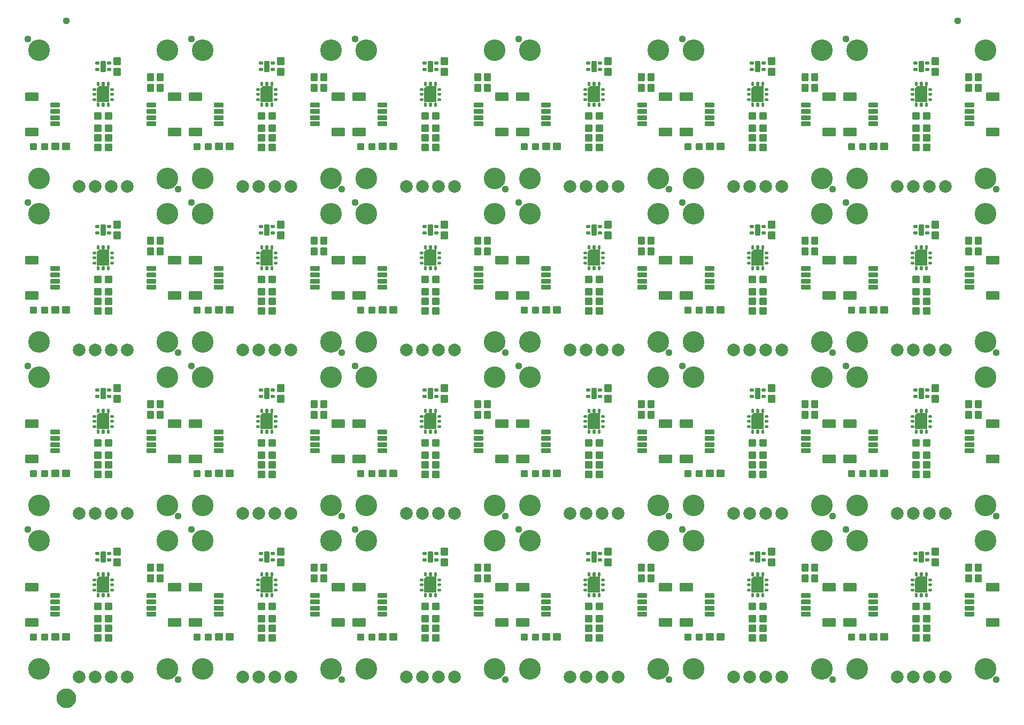
<source format=gts>
G04 EAGLE Gerber RS-274X export*
G75*
%MOMM*%
%FSLAX34Y34*%
%LPD*%
%INSoldermask Top*%
%IPPOS*%
%AMOC8*
5,1,8,0,0,1.08239X$1,22.5*%
G01*
%ADD10C,3.429000*%
%ADD11C,1.127000*%
%ADD12C,0.225588*%
%ADD13C,0.225369*%
%ADD14C,0.225400*%
%ADD15C,0.428259*%
%ADD16C,2.006600*%
%ADD17C,0.228959*%
%ADD18C,0.231559*%
%ADD19C,0.230578*%
%ADD20C,1.270000*%
%ADD21C,1.627000*%

G36*
X914245Y923489D02*
X914245Y923489D01*
X914244Y923490D01*
X914245Y923490D01*
X914245Y948490D01*
X914241Y948495D01*
X914240Y948494D01*
X914240Y948495D01*
X897740Y948495D01*
X897738Y948493D01*
X897737Y948493D01*
X894237Y944993D01*
X894237Y944991D01*
X894235Y944990D01*
X894235Y923490D01*
X894239Y923485D01*
X894240Y923486D01*
X894240Y923485D01*
X914240Y923485D01*
X914245Y923489D01*
G37*
G36*
X655165Y923489D02*
X655165Y923489D01*
X655164Y923490D01*
X655165Y923490D01*
X655165Y948490D01*
X655161Y948495D01*
X655160Y948494D01*
X655160Y948495D01*
X638660Y948495D01*
X638658Y948493D01*
X638657Y948493D01*
X635157Y944993D01*
X635157Y944991D01*
X635155Y944990D01*
X635155Y923490D01*
X635159Y923485D01*
X635160Y923486D01*
X635160Y923485D01*
X655160Y923485D01*
X655165Y923489D01*
G37*
G36*
X1173325Y923489D02*
X1173325Y923489D01*
X1173324Y923490D01*
X1173325Y923490D01*
X1173325Y948490D01*
X1173321Y948495D01*
X1173320Y948494D01*
X1173320Y948495D01*
X1156820Y948495D01*
X1156818Y948493D01*
X1156817Y948493D01*
X1153317Y944993D01*
X1153317Y944991D01*
X1153315Y944990D01*
X1153315Y923490D01*
X1153319Y923485D01*
X1153320Y923486D01*
X1153320Y923485D01*
X1173320Y923485D01*
X1173325Y923489D01*
G37*
G36*
X396085Y923489D02*
X396085Y923489D01*
X396084Y923490D01*
X396085Y923490D01*
X396085Y948490D01*
X396081Y948495D01*
X396080Y948494D01*
X396080Y948495D01*
X379580Y948495D01*
X379578Y948493D01*
X379577Y948493D01*
X376077Y944993D01*
X376077Y944991D01*
X376075Y944990D01*
X376075Y923490D01*
X376079Y923485D01*
X376080Y923486D01*
X376080Y923485D01*
X396080Y923485D01*
X396085Y923489D01*
G37*
G36*
X137005Y923489D02*
X137005Y923489D01*
X137004Y923490D01*
X137005Y923490D01*
X137005Y948490D01*
X137001Y948495D01*
X137000Y948494D01*
X137000Y948495D01*
X120500Y948495D01*
X120498Y948493D01*
X120497Y948493D01*
X116997Y944993D01*
X116997Y944991D01*
X116995Y944990D01*
X116995Y923490D01*
X116999Y923485D01*
X117000Y923486D01*
X117000Y923485D01*
X137000Y923485D01*
X137005Y923489D01*
G37*
G36*
X1432405Y923489D02*
X1432405Y923489D01*
X1432404Y923490D01*
X1432405Y923490D01*
X1432405Y948490D01*
X1432401Y948495D01*
X1432400Y948494D01*
X1432400Y948495D01*
X1415900Y948495D01*
X1415898Y948493D01*
X1415897Y948493D01*
X1412397Y944993D01*
X1412397Y944991D01*
X1412395Y944990D01*
X1412395Y923490D01*
X1412399Y923485D01*
X1412400Y923486D01*
X1412400Y923485D01*
X1432400Y923485D01*
X1432405Y923489D01*
G37*
G36*
X914245Y664409D02*
X914245Y664409D01*
X914244Y664410D01*
X914245Y664410D01*
X914245Y689410D01*
X914241Y689415D01*
X914240Y689414D01*
X914240Y689415D01*
X897740Y689415D01*
X897738Y689413D01*
X897737Y689413D01*
X894237Y685913D01*
X894237Y685911D01*
X894235Y685910D01*
X894235Y664410D01*
X894239Y664405D01*
X894240Y664406D01*
X894240Y664405D01*
X914240Y664405D01*
X914245Y664409D01*
G37*
G36*
X1432405Y664409D02*
X1432405Y664409D01*
X1432404Y664410D01*
X1432405Y664410D01*
X1432405Y689410D01*
X1432401Y689415D01*
X1432400Y689414D01*
X1432400Y689415D01*
X1415900Y689415D01*
X1415898Y689413D01*
X1415897Y689413D01*
X1412397Y685913D01*
X1412397Y685911D01*
X1412395Y685910D01*
X1412395Y664410D01*
X1412399Y664405D01*
X1412400Y664406D01*
X1412400Y664405D01*
X1432400Y664405D01*
X1432405Y664409D01*
G37*
G36*
X137005Y664409D02*
X137005Y664409D01*
X137004Y664410D01*
X137005Y664410D01*
X137005Y689410D01*
X137001Y689415D01*
X137000Y689414D01*
X137000Y689415D01*
X120500Y689415D01*
X120498Y689413D01*
X120497Y689413D01*
X116997Y685913D01*
X116997Y685911D01*
X116995Y685910D01*
X116995Y664410D01*
X116999Y664405D01*
X117000Y664406D01*
X117000Y664405D01*
X137000Y664405D01*
X137005Y664409D01*
G37*
G36*
X655165Y664409D02*
X655165Y664409D01*
X655164Y664410D01*
X655165Y664410D01*
X655165Y689410D01*
X655161Y689415D01*
X655160Y689414D01*
X655160Y689415D01*
X638660Y689415D01*
X638658Y689413D01*
X638657Y689413D01*
X635157Y685913D01*
X635157Y685911D01*
X635155Y685910D01*
X635155Y664410D01*
X635159Y664405D01*
X635160Y664406D01*
X635160Y664405D01*
X655160Y664405D01*
X655165Y664409D01*
G37*
G36*
X396085Y664409D02*
X396085Y664409D01*
X396084Y664410D01*
X396085Y664410D01*
X396085Y689410D01*
X396081Y689415D01*
X396080Y689414D01*
X396080Y689415D01*
X379580Y689415D01*
X379578Y689413D01*
X379577Y689413D01*
X376077Y685913D01*
X376077Y685911D01*
X376075Y685910D01*
X376075Y664410D01*
X376079Y664405D01*
X376080Y664406D01*
X376080Y664405D01*
X396080Y664405D01*
X396085Y664409D01*
G37*
G36*
X1173325Y664409D02*
X1173325Y664409D01*
X1173324Y664410D01*
X1173325Y664410D01*
X1173325Y689410D01*
X1173321Y689415D01*
X1173320Y689414D01*
X1173320Y689415D01*
X1156820Y689415D01*
X1156818Y689413D01*
X1156817Y689413D01*
X1153317Y685913D01*
X1153317Y685911D01*
X1153315Y685910D01*
X1153315Y664410D01*
X1153319Y664405D01*
X1153320Y664406D01*
X1153320Y664405D01*
X1173320Y664405D01*
X1173325Y664409D01*
G37*
G36*
X655165Y405329D02*
X655165Y405329D01*
X655164Y405330D01*
X655165Y405330D01*
X655165Y430330D01*
X655161Y430335D01*
X655160Y430334D01*
X655160Y430335D01*
X638660Y430335D01*
X638658Y430333D01*
X638657Y430333D01*
X635157Y426833D01*
X635157Y426831D01*
X635155Y426830D01*
X635155Y405330D01*
X635159Y405325D01*
X635160Y405326D01*
X635160Y405325D01*
X655160Y405325D01*
X655165Y405329D01*
G37*
G36*
X137005Y405329D02*
X137005Y405329D01*
X137004Y405330D01*
X137005Y405330D01*
X137005Y430330D01*
X137001Y430335D01*
X137000Y430334D01*
X137000Y430335D01*
X120500Y430335D01*
X120498Y430333D01*
X120497Y430333D01*
X116997Y426833D01*
X116997Y426831D01*
X116995Y426830D01*
X116995Y405330D01*
X116999Y405325D01*
X117000Y405326D01*
X117000Y405325D01*
X137000Y405325D01*
X137005Y405329D01*
G37*
G36*
X396085Y405329D02*
X396085Y405329D01*
X396084Y405330D01*
X396085Y405330D01*
X396085Y430330D01*
X396081Y430335D01*
X396080Y430334D01*
X396080Y430335D01*
X379580Y430335D01*
X379578Y430333D01*
X379577Y430333D01*
X376077Y426833D01*
X376077Y426831D01*
X376075Y426830D01*
X376075Y405330D01*
X376079Y405325D01*
X376080Y405326D01*
X376080Y405325D01*
X396080Y405325D01*
X396085Y405329D01*
G37*
G36*
X914245Y405329D02*
X914245Y405329D01*
X914244Y405330D01*
X914245Y405330D01*
X914245Y430330D01*
X914241Y430335D01*
X914240Y430334D01*
X914240Y430335D01*
X897740Y430335D01*
X897738Y430333D01*
X897737Y430333D01*
X894237Y426833D01*
X894237Y426831D01*
X894235Y426830D01*
X894235Y405330D01*
X894239Y405325D01*
X894240Y405326D01*
X894240Y405325D01*
X914240Y405325D01*
X914245Y405329D01*
G37*
G36*
X1173325Y405329D02*
X1173325Y405329D01*
X1173324Y405330D01*
X1173325Y405330D01*
X1173325Y430330D01*
X1173321Y430335D01*
X1173320Y430334D01*
X1173320Y430335D01*
X1156820Y430335D01*
X1156818Y430333D01*
X1156817Y430333D01*
X1153317Y426833D01*
X1153317Y426831D01*
X1153315Y426830D01*
X1153315Y405330D01*
X1153319Y405325D01*
X1153320Y405326D01*
X1153320Y405325D01*
X1173320Y405325D01*
X1173325Y405329D01*
G37*
G36*
X1432405Y405329D02*
X1432405Y405329D01*
X1432404Y405330D01*
X1432405Y405330D01*
X1432405Y430330D01*
X1432401Y430335D01*
X1432400Y430334D01*
X1432400Y430335D01*
X1415900Y430335D01*
X1415898Y430333D01*
X1415897Y430333D01*
X1412397Y426833D01*
X1412397Y426831D01*
X1412395Y426830D01*
X1412395Y405330D01*
X1412399Y405325D01*
X1412400Y405326D01*
X1412400Y405325D01*
X1432400Y405325D01*
X1432405Y405329D01*
G37*
G36*
X1432405Y146249D02*
X1432405Y146249D01*
X1432404Y146250D01*
X1432405Y146250D01*
X1432405Y171250D01*
X1432401Y171255D01*
X1432400Y171254D01*
X1432400Y171255D01*
X1415900Y171255D01*
X1415898Y171253D01*
X1415897Y171253D01*
X1412397Y167753D01*
X1412397Y167751D01*
X1412395Y167750D01*
X1412395Y146250D01*
X1412399Y146245D01*
X1412400Y146246D01*
X1412400Y146245D01*
X1432400Y146245D01*
X1432405Y146249D01*
G37*
G36*
X914245Y146249D02*
X914245Y146249D01*
X914244Y146250D01*
X914245Y146250D01*
X914245Y171250D01*
X914241Y171255D01*
X914240Y171254D01*
X914240Y171255D01*
X897740Y171255D01*
X897738Y171253D01*
X897737Y171253D01*
X894237Y167753D01*
X894237Y167751D01*
X894235Y167750D01*
X894235Y146250D01*
X894239Y146245D01*
X894240Y146246D01*
X894240Y146245D01*
X914240Y146245D01*
X914245Y146249D01*
G37*
G36*
X1173325Y146249D02*
X1173325Y146249D01*
X1173324Y146250D01*
X1173325Y146250D01*
X1173325Y171250D01*
X1173321Y171255D01*
X1173320Y171254D01*
X1173320Y171255D01*
X1156820Y171255D01*
X1156818Y171253D01*
X1156817Y171253D01*
X1153317Y167753D01*
X1153317Y167751D01*
X1153315Y167750D01*
X1153315Y146250D01*
X1153319Y146245D01*
X1153320Y146246D01*
X1153320Y146245D01*
X1173320Y146245D01*
X1173325Y146249D01*
G37*
G36*
X655165Y146249D02*
X655165Y146249D01*
X655164Y146250D01*
X655165Y146250D01*
X655165Y171250D01*
X655161Y171255D01*
X655160Y171254D01*
X655160Y171255D01*
X638660Y171255D01*
X638658Y171253D01*
X638657Y171253D01*
X635157Y167753D01*
X635157Y167751D01*
X635155Y167750D01*
X635155Y146250D01*
X635159Y146245D01*
X635160Y146246D01*
X635160Y146245D01*
X655160Y146245D01*
X655165Y146249D01*
G37*
G36*
X396085Y146249D02*
X396085Y146249D01*
X396084Y146250D01*
X396085Y146250D01*
X396085Y171250D01*
X396081Y171255D01*
X396080Y171254D01*
X396080Y171255D01*
X379580Y171255D01*
X379578Y171253D01*
X379577Y171253D01*
X376077Y167753D01*
X376077Y167751D01*
X376075Y167750D01*
X376075Y146250D01*
X376079Y146245D01*
X376080Y146246D01*
X376080Y146245D01*
X396080Y146245D01*
X396085Y146249D01*
G37*
G36*
X137005Y146249D02*
X137005Y146249D01*
X137004Y146250D01*
X137005Y146250D01*
X137005Y171250D01*
X137001Y171255D01*
X137000Y171254D01*
X137000Y171255D01*
X120500Y171255D01*
X120498Y171253D01*
X120497Y171253D01*
X116997Y167753D01*
X116997Y167751D01*
X116995Y167750D01*
X116995Y146250D01*
X116999Y146245D01*
X117000Y146246D01*
X117000Y146245D01*
X137000Y146245D01*
X137005Y146249D01*
G37*
D10*
X25400Y228600D03*
X228600Y228600D03*
D11*
X245745Y8255D03*
X8255Y245745D03*
D12*
X4543Y160507D02*
X4543Y149493D01*
X4543Y160507D02*
X23557Y160507D01*
X23557Y149493D01*
X4543Y149493D01*
X4543Y151636D02*
X23557Y151636D01*
X23557Y153779D02*
X4543Y153779D01*
X4543Y155922D02*
X23557Y155922D01*
X23557Y158065D02*
X4543Y158065D01*
X4543Y160208D02*
X23557Y160208D01*
X4543Y104507D02*
X4543Y93493D01*
X4543Y104507D02*
X23557Y104507D01*
X23557Y93493D01*
X4543Y93493D01*
X4543Y95636D02*
X23557Y95636D01*
X23557Y97779D02*
X4543Y97779D01*
X4543Y99922D02*
X23557Y99922D01*
X23557Y102065D02*
X4543Y102065D01*
X4543Y104208D02*
X23557Y104208D01*
D13*
X44542Y139492D02*
X44542Y144508D01*
X57058Y144508D01*
X57058Y139492D01*
X44542Y139492D01*
X44542Y141633D02*
X57058Y141633D01*
X57058Y143774D02*
X44542Y143774D01*
X44542Y134508D02*
X44542Y129492D01*
X44542Y134508D02*
X57058Y134508D01*
X57058Y129492D01*
X44542Y129492D01*
X44542Y131633D02*
X57058Y131633D01*
X57058Y133774D02*
X44542Y133774D01*
X44542Y124508D02*
X44542Y119492D01*
X44542Y124508D02*
X57058Y124508D01*
X57058Y119492D01*
X44542Y119492D01*
X44542Y121633D02*
X57058Y121633D01*
X57058Y123774D02*
X44542Y123774D01*
X44542Y114508D02*
X44542Y109492D01*
X44542Y114508D02*
X57058Y114508D01*
X57058Y109492D01*
X44542Y109492D01*
X44542Y111633D02*
X57058Y111633D01*
X57058Y113774D02*
X44542Y113774D01*
D14*
X153733Y189692D02*
X153733Y199708D01*
X153733Y189692D02*
X144717Y189692D01*
X144717Y199708D01*
X153733Y199708D01*
X153733Y191833D02*
X144717Y191833D01*
X144717Y193974D02*
X153733Y193974D01*
X153733Y196115D02*
X144717Y196115D01*
X144717Y198256D02*
X153733Y198256D01*
X153733Y206692D02*
X153733Y216708D01*
X153733Y206692D02*
X144717Y206692D01*
X144717Y216708D01*
X153733Y216708D01*
X153733Y208833D02*
X144717Y208833D01*
X144717Y210974D02*
X153733Y210974D01*
X153733Y213115D02*
X144717Y213115D01*
X144717Y215256D02*
X153733Y215256D01*
D12*
X249457Y104507D02*
X249457Y93493D01*
X230443Y93493D01*
X230443Y104507D01*
X249457Y104507D01*
X249457Y95636D02*
X230443Y95636D01*
X230443Y97779D02*
X249457Y97779D01*
X249457Y99922D02*
X230443Y99922D01*
X230443Y102065D02*
X249457Y102065D01*
X249457Y104208D02*
X230443Y104208D01*
X249457Y149493D02*
X249457Y160507D01*
X249457Y149493D02*
X230443Y149493D01*
X230443Y160507D01*
X249457Y160507D01*
X249457Y151636D02*
X230443Y151636D01*
X230443Y153779D02*
X249457Y153779D01*
X249457Y155922D02*
X230443Y155922D01*
X230443Y158065D02*
X249457Y158065D01*
X249457Y160208D02*
X230443Y160208D01*
D13*
X209458Y114508D02*
X209458Y109492D01*
X196942Y109492D01*
X196942Y114508D01*
X209458Y114508D01*
X209458Y111633D02*
X196942Y111633D01*
X196942Y113774D02*
X209458Y113774D01*
X209458Y119492D02*
X209458Y124508D01*
X209458Y119492D02*
X196942Y119492D01*
X196942Y124508D01*
X209458Y124508D01*
X209458Y121633D02*
X196942Y121633D01*
X196942Y123774D02*
X209458Y123774D01*
X209458Y129492D02*
X209458Y134508D01*
X209458Y129492D02*
X196942Y129492D01*
X196942Y134508D01*
X209458Y134508D01*
X209458Y131633D02*
X196942Y131633D01*
X196942Y133774D02*
X209458Y133774D01*
X209458Y139492D02*
X209458Y144508D01*
X209458Y139492D02*
X196942Y139492D01*
X196942Y144508D01*
X209458Y144508D01*
X209458Y141633D02*
X196942Y141633D01*
X196942Y143774D02*
X209458Y143774D01*
D14*
X56198Y71692D02*
X46182Y71692D01*
X46182Y80708D01*
X56198Y80708D01*
X56198Y71692D01*
X56198Y73833D02*
X46182Y73833D01*
X46182Y75974D02*
X56198Y75974D01*
X56198Y78115D02*
X46182Y78115D01*
X46182Y80256D02*
X56198Y80256D01*
X63182Y71692D02*
X73198Y71692D01*
X63182Y71692D02*
X63182Y80708D01*
X73198Y80708D01*
X73198Y71692D01*
X73198Y73833D02*
X63182Y73833D01*
X63182Y75974D02*
X73198Y75974D01*
X73198Y78115D02*
X63182Y78115D01*
X63182Y80256D02*
X73198Y80256D01*
D15*
X20124Y79694D02*
X20124Y72706D01*
X13136Y72706D01*
X13136Y79694D01*
X20124Y79694D01*
X20124Y76775D02*
X13136Y76775D01*
X37664Y79694D02*
X37664Y72706D01*
X30676Y72706D01*
X30676Y79694D01*
X37664Y79694D01*
X37664Y76775D02*
X30676Y76775D01*
D14*
X221678Y164292D02*
X221678Y174308D01*
X221678Y164292D02*
X212662Y164292D01*
X212662Y174308D01*
X221678Y174308D01*
X221678Y166433D02*
X212662Y166433D01*
X212662Y168574D02*
X221678Y168574D01*
X221678Y170715D02*
X212662Y170715D01*
X212662Y172856D02*
X221678Y172856D01*
X221678Y181292D02*
X221678Y191308D01*
X221678Y181292D02*
X212662Y181292D01*
X212662Y191308D01*
X221678Y191308D01*
X221678Y183433D02*
X212662Y183433D01*
X212662Y185574D02*
X221678Y185574D01*
X221678Y187715D02*
X212662Y187715D01*
X212662Y189856D02*
X221678Y189856D01*
X206438Y174308D02*
X206438Y164292D01*
X197422Y164292D01*
X197422Y174308D01*
X206438Y174308D01*
X206438Y166433D02*
X197422Y166433D01*
X197422Y168574D02*
X206438Y168574D01*
X206438Y170715D02*
X197422Y170715D01*
X197422Y172856D02*
X206438Y172856D01*
X206438Y181292D02*
X206438Y191308D01*
X206438Y181292D02*
X197422Y181292D01*
X197422Y191308D01*
X206438Y191308D01*
X206438Y183433D02*
X197422Y183433D01*
X197422Y185574D02*
X206438Y185574D01*
X206438Y187715D02*
X197422Y187715D01*
X197422Y189856D02*
X206438Y189856D01*
D16*
X88900Y12700D03*
X114300Y12700D03*
X139700Y12700D03*
X165100Y12700D03*
D14*
X140508Y128968D02*
X130492Y128968D01*
X140508Y128968D02*
X140508Y119952D01*
X130492Y119952D01*
X130492Y128968D01*
X130492Y122093D02*
X140508Y122093D01*
X140508Y124234D02*
X130492Y124234D01*
X130492Y126375D02*
X140508Y126375D01*
X140508Y128516D02*
X130492Y128516D01*
X123508Y128968D02*
X113492Y128968D01*
X123508Y128968D02*
X123508Y119952D01*
X113492Y119952D01*
X113492Y128968D01*
X113492Y122093D02*
X123508Y122093D01*
X123508Y124234D02*
X113492Y124234D01*
X113492Y126375D02*
X123508Y126375D01*
X123508Y128516D02*
X113492Y128516D01*
D10*
X228600Y25400D03*
X25400Y25400D03*
D17*
X134010Y196960D02*
X134010Y199440D01*
X138490Y199440D01*
X138490Y196960D01*
X134010Y196960D01*
X134010Y199135D02*
X138490Y199135D01*
X134010Y206960D02*
X134010Y209440D01*
X138490Y209440D01*
X138490Y206960D01*
X134010Y206960D01*
X134010Y209135D02*
X138490Y209135D01*
X115510Y209440D02*
X115510Y206960D01*
X115510Y209440D02*
X119990Y209440D01*
X119990Y206960D01*
X115510Y206960D01*
X115510Y209135D02*
X119990Y209135D01*
X115510Y199440D02*
X115510Y196960D01*
X115510Y199440D02*
X119990Y199440D01*
X119990Y196960D01*
X115510Y196960D01*
X115510Y199135D02*
X119990Y199135D01*
D18*
X129977Y195723D02*
X129977Y210677D01*
X129977Y195723D02*
X124023Y195723D01*
X124023Y210677D01*
X129977Y210677D01*
X129977Y197923D02*
X124023Y197923D01*
X124023Y200123D02*
X129977Y200123D01*
X129977Y202323D02*
X124023Y202323D01*
X124023Y204523D02*
X129977Y204523D01*
X129977Y206723D02*
X124023Y206723D01*
X124023Y208923D02*
X129977Y208923D01*
D19*
X139018Y157768D02*
X142982Y157768D01*
X139018Y157768D02*
X139018Y159732D01*
X142982Y159732D01*
X142982Y157768D01*
X142982Y165768D02*
X139018Y165768D01*
X139018Y167732D01*
X142982Y167732D01*
X142982Y165768D01*
X142982Y149768D02*
X139018Y149768D01*
X139018Y151732D01*
X142982Y151732D01*
X142982Y149768D01*
X114982Y149768D02*
X111018Y149768D01*
X111018Y151732D01*
X114982Y151732D01*
X114982Y149768D01*
X114982Y157768D02*
X111018Y157768D01*
X111018Y159732D01*
X114982Y159732D01*
X114982Y157768D01*
X114982Y165768D02*
X111018Y165768D01*
X111018Y167732D01*
X114982Y167732D01*
X114982Y165768D01*
X119982Y144232D02*
X119982Y140268D01*
X118018Y140268D01*
X118018Y144232D01*
X119982Y144232D01*
X119982Y142459D02*
X118018Y142459D01*
X127982Y144232D02*
X127982Y140268D01*
X126018Y140268D01*
X126018Y144232D01*
X127982Y144232D01*
X127982Y142459D02*
X126018Y142459D01*
X135982Y144232D02*
X135982Y140268D01*
X134018Y140268D01*
X134018Y144232D01*
X135982Y144232D01*
X135982Y142459D02*
X134018Y142459D01*
X134018Y173268D02*
X134018Y177232D01*
X135982Y177232D01*
X135982Y173268D01*
X134018Y173268D01*
X134018Y175459D02*
X135982Y175459D01*
X126018Y177232D02*
X126018Y173268D01*
X126018Y177232D02*
X127982Y177232D01*
X127982Y173268D01*
X126018Y173268D01*
X126018Y175459D02*
X127982Y175459D01*
X118018Y177232D02*
X118018Y173268D01*
X118018Y177232D02*
X119982Y177232D01*
X119982Y173268D01*
X118018Y173268D01*
X118018Y175459D02*
X119982Y175459D01*
D14*
X130492Y109918D02*
X140508Y109918D01*
X140508Y100902D01*
X130492Y100902D01*
X130492Y109918D01*
X130492Y103043D02*
X140508Y103043D01*
X140508Y105184D02*
X130492Y105184D01*
X130492Y107325D02*
X140508Y107325D01*
X140508Y109466D02*
X130492Y109466D01*
X123508Y109918D02*
X113492Y109918D01*
X123508Y109918D02*
X123508Y100902D01*
X113492Y100902D01*
X113492Y109918D01*
X113492Y103043D02*
X123508Y103043D01*
X123508Y105184D02*
X113492Y105184D01*
X113492Y107325D02*
X123508Y107325D01*
X123508Y109466D02*
X113492Y109466D01*
X130492Y94678D02*
X140508Y94678D01*
X140508Y85662D01*
X130492Y85662D01*
X130492Y94678D01*
X130492Y87803D02*
X140508Y87803D01*
X140508Y89944D02*
X130492Y89944D01*
X130492Y92085D02*
X140508Y92085D01*
X140508Y94226D02*
X130492Y94226D01*
X123508Y94678D02*
X113492Y94678D01*
X123508Y94678D02*
X123508Y85662D01*
X113492Y85662D01*
X113492Y94678D01*
X113492Y87803D02*
X123508Y87803D01*
X123508Y89944D02*
X113492Y89944D01*
X113492Y92085D02*
X123508Y92085D01*
X123508Y94226D02*
X113492Y94226D01*
X130492Y79438D02*
X140508Y79438D01*
X140508Y70422D01*
X130492Y70422D01*
X130492Y79438D01*
X130492Y72563D02*
X140508Y72563D01*
X140508Y74704D02*
X130492Y74704D01*
X130492Y76845D02*
X140508Y76845D01*
X140508Y78986D02*
X130492Y78986D01*
X123508Y79438D02*
X113492Y79438D01*
X123508Y79438D02*
X123508Y70422D01*
X113492Y70422D01*
X113492Y79438D01*
X113492Y72563D02*
X123508Y72563D01*
X123508Y74704D02*
X113492Y74704D01*
X113492Y76845D02*
X123508Y76845D01*
X123508Y78986D02*
X113492Y78986D01*
D10*
X284480Y228600D03*
X487680Y228600D03*
D11*
X504825Y8255D03*
X267335Y245745D03*
D12*
X263623Y160507D02*
X263623Y149493D01*
X263623Y160507D02*
X282637Y160507D01*
X282637Y149493D01*
X263623Y149493D01*
X263623Y151636D02*
X282637Y151636D01*
X282637Y153779D02*
X263623Y153779D01*
X263623Y155922D02*
X282637Y155922D01*
X282637Y158065D02*
X263623Y158065D01*
X263623Y160208D02*
X282637Y160208D01*
X263623Y104507D02*
X263623Y93493D01*
X263623Y104507D02*
X282637Y104507D01*
X282637Y93493D01*
X263623Y93493D01*
X263623Y95636D02*
X282637Y95636D01*
X282637Y97779D02*
X263623Y97779D01*
X263623Y99922D02*
X282637Y99922D01*
X282637Y102065D02*
X263623Y102065D01*
X263623Y104208D02*
X282637Y104208D01*
D13*
X303622Y139492D02*
X303622Y144508D01*
X316138Y144508D01*
X316138Y139492D01*
X303622Y139492D01*
X303622Y141633D02*
X316138Y141633D01*
X316138Y143774D02*
X303622Y143774D01*
X303622Y134508D02*
X303622Y129492D01*
X303622Y134508D02*
X316138Y134508D01*
X316138Y129492D01*
X303622Y129492D01*
X303622Y131633D02*
X316138Y131633D01*
X316138Y133774D02*
X303622Y133774D01*
X303622Y124508D02*
X303622Y119492D01*
X303622Y124508D02*
X316138Y124508D01*
X316138Y119492D01*
X303622Y119492D01*
X303622Y121633D02*
X316138Y121633D01*
X316138Y123774D02*
X303622Y123774D01*
X303622Y114508D02*
X303622Y109492D01*
X303622Y114508D02*
X316138Y114508D01*
X316138Y109492D01*
X303622Y109492D01*
X303622Y111633D02*
X316138Y111633D01*
X316138Y113774D02*
X303622Y113774D01*
D14*
X412813Y189692D02*
X412813Y199708D01*
X412813Y189692D02*
X403797Y189692D01*
X403797Y199708D01*
X412813Y199708D01*
X412813Y191833D02*
X403797Y191833D01*
X403797Y193974D02*
X412813Y193974D01*
X412813Y196115D02*
X403797Y196115D01*
X403797Y198256D02*
X412813Y198256D01*
X412813Y206692D02*
X412813Y216708D01*
X412813Y206692D02*
X403797Y206692D01*
X403797Y216708D01*
X412813Y216708D01*
X412813Y208833D02*
X403797Y208833D01*
X403797Y210974D02*
X412813Y210974D01*
X412813Y213115D02*
X403797Y213115D01*
X403797Y215256D02*
X412813Y215256D01*
D12*
X508537Y104507D02*
X508537Y93493D01*
X489523Y93493D01*
X489523Y104507D01*
X508537Y104507D01*
X508537Y95636D02*
X489523Y95636D01*
X489523Y97779D02*
X508537Y97779D01*
X508537Y99922D02*
X489523Y99922D01*
X489523Y102065D02*
X508537Y102065D01*
X508537Y104208D02*
X489523Y104208D01*
X508537Y149493D02*
X508537Y160507D01*
X508537Y149493D02*
X489523Y149493D01*
X489523Y160507D01*
X508537Y160507D01*
X508537Y151636D02*
X489523Y151636D01*
X489523Y153779D02*
X508537Y153779D01*
X508537Y155922D02*
X489523Y155922D01*
X489523Y158065D02*
X508537Y158065D01*
X508537Y160208D02*
X489523Y160208D01*
D13*
X468538Y114508D02*
X468538Y109492D01*
X456022Y109492D01*
X456022Y114508D01*
X468538Y114508D01*
X468538Y111633D02*
X456022Y111633D01*
X456022Y113774D02*
X468538Y113774D01*
X468538Y119492D02*
X468538Y124508D01*
X468538Y119492D02*
X456022Y119492D01*
X456022Y124508D01*
X468538Y124508D01*
X468538Y121633D02*
X456022Y121633D01*
X456022Y123774D02*
X468538Y123774D01*
X468538Y129492D02*
X468538Y134508D01*
X468538Y129492D02*
X456022Y129492D01*
X456022Y134508D01*
X468538Y134508D01*
X468538Y131633D02*
X456022Y131633D01*
X456022Y133774D02*
X468538Y133774D01*
X468538Y139492D02*
X468538Y144508D01*
X468538Y139492D02*
X456022Y139492D01*
X456022Y144508D01*
X468538Y144508D01*
X468538Y141633D02*
X456022Y141633D01*
X456022Y143774D02*
X468538Y143774D01*
D14*
X315278Y71692D02*
X305262Y71692D01*
X305262Y80708D01*
X315278Y80708D01*
X315278Y71692D01*
X315278Y73833D02*
X305262Y73833D01*
X305262Y75974D02*
X315278Y75974D01*
X315278Y78115D02*
X305262Y78115D01*
X305262Y80256D02*
X315278Y80256D01*
X322262Y71692D02*
X332278Y71692D01*
X322262Y71692D02*
X322262Y80708D01*
X332278Y80708D01*
X332278Y71692D01*
X332278Y73833D02*
X322262Y73833D01*
X322262Y75974D02*
X332278Y75974D01*
X332278Y78115D02*
X322262Y78115D01*
X322262Y80256D02*
X332278Y80256D01*
D15*
X279204Y79694D02*
X279204Y72706D01*
X272216Y72706D01*
X272216Y79694D01*
X279204Y79694D01*
X279204Y76775D02*
X272216Y76775D01*
X296744Y79694D02*
X296744Y72706D01*
X289756Y72706D01*
X289756Y79694D01*
X296744Y79694D01*
X296744Y76775D02*
X289756Y76775D01*
D14*
X480758Y164292D02*
X480758Y174308D01*
X480758Y164292D02*
X471742Y164292D01*
X471742Y174308D01*
X480758Y174308D01*
X480758Y166433D02*
X471742Y166433D01*
X471742Y168574D02*
X480758Y168574D01*
X480758Y170715D02*
X471742Y170715D01*
X471742Y172856D02*
X480758Y172856D01*
X480758Y181292D02*
X480758Y191308D01*
X480758Y181292D02*
X471742Y181292D01*
X471742Y191308D01*
X480758Y191308D01*
X480758Y183433D02*
X471742Y183433D01*
X471742Y185574D02*
X480758Y185574D01*
X480758Y187715D02*
X471742Y187715D01*
X471742Y189856D02*
X480758Y189856D01*
X465518Y174308D02*
X465518Y164292D01*
X456502Y164292D01*
X456502Y174308D01*
X465518Y174308D01*
X465518Y166433D02*
X456502Y166433D01*
X456502Y168574D02*
X465518Y168574D01*
X465518Y170715D02*
X456502Y170715D01*
X456502Y172856D02*
X465518Y172856D01*
X465518Y181292D02*
X465518Y191308D01*
X465518Y181292D02*
X456502Y181292D01*
X456502Y191308D01*
X465518Y191308D01*
X465518Y183433D02*
X456502Y183433D01*
X456502Y185574D02*
X465518Y185574D01*
X465518Y187715D02*
X456502Y187715D01*
X456502Y189856D02*
X465518Y189856D01*
D16*
X347980Y12700D03*
X373380Y12700D03*
X398780Y12700D03*
X424180Y12700D03*
D14*
X399588Y128968D02*
X389572Y128968D01*
X399588Y128968D02*
X399588Y119952D01*
X389572Y119952D01*
X389572Y128968D01*
X389572Y122093D02*
X399588Y122093D01*
X399588Y124234D02*
X389572Y124234D01*
X389572Y126375D02*
X399588Y126375D01*
X399588Y128516D02*
X389572Y128516D01*
X382588Y128968D02*
X372572Y128968D01*
X382588Y128968D02*
X382588Y119952D01*
X372572Y119952D01*
X372572Y128968D01*
X372572Y122093D02*
X382588Y122093D01*
X382588Y124234D02*
X372572Y124234D01*
X372572Y126375D02*
X382588Y126375D01*
X382588Y128516D02*
X372572Y128516D01*
D10*
X487680Y25400D03*
X284480Y25400D03*
D17*
X393090Y196960D02*
X393090Y199440D01*
X397570Y199440D01*
X397570Y196960D01*
X393090Y196960D01*
X393090Y199135D02*
X397570Y199135D01*
X393090Y206960D02*
X393090Y209440D01*
X397570Y209440D01*
X397570Y206960D01*
X393090Y206960D01*
X393090Y209135D02*
X397570Y209135D01*
X374590Y209440D02*
X374590Y206960D01*
X374590Y209440D02*
X379070Y209440D01*
X379070Y206960D01*
X374590Y206960D01*
X374590Y209135D02*
X379070Y209135D01*
X374590Y199440D02*
X374590Y196960D01*
X374590Y199440D02*
X379070Y199440D01*
X379070Y196960D01*
X374590Y196960D01*
X374590Y199135D02*
X379070Y199135D01*
D18*
X389057Y195723D02*
X389057Y210677D01*
X389057Y195723D02*
X383103Y195723D01*
X383103Y210677D01*
X389057Y210677D01*
X389057Y197923D02*
X383103Y197923D01*
X383103Y200123D02*
X389057Y200123D01*
X389057Y202323D02*
X383103Y202323D01*
X383103Y204523D02*
X389057Y204523D01*
X389057Y206723D02*
X383103Y206723D01*
X383103Y208923D02*
X389057Y208923D01*
D19*
X398098Y157768D02*
X402062Y157768D01*
X398098Y157768D02*
X398098Y159732D01*
X402062Y159732D01*
X402062Y157768D01*
X402062Y165768D02*
X398098Y165768D01*
X398098Y167732D01*
X402062Y167732D01*
X402062Y165768D01*
X402062Y149768D02*
X398098Y149768D01*
X398098Y151732D01*
X402062Y151732D01*
X402062Y149768D01*
X374062Y149768D02*
X370098Y149768D01*
X370098Y151732D01*
X374062Y151732D01*
X374062Y149768D01*
X374062Y157768D02*
X370098Y157768D01*
X370098Y159732D01*
X374062Y159732D01*
X374062Y157768D01*
X374062Y165768D02*
X370098Y165768D01*
X370098Y167732D01*
X374062Y167732D01*
X374062Y165768D01*
X379062Y144232D02*
X379062Y140268D01*
X377098Y140268D01*
X377098Y144232D01*
X379062Y144232D01*
X379062Y142459D02*
X377098Y142459D01*
X387062Y144232D02*
X387062Y140268D01*
X385098Y140268D01*
X385098Y144232D01*
X387062Y144232D01*
X387062Y142459D02*
X385098Y142459D01*
X395062Y144232D02*
X395062Y140268D01*
X393098Y140268D01*
X393098Y144232D01*
X395062Y144232D01*
X395062Y142459D02*
X393098Y142459D01*
X393098Y173268D02*
X393098Y177232D01*
X395062Y177232D01*
X395062Y173268D01*
X393098Y173268D01*
X393098Y175459D02*
X395062Y175459D01*
X385098Y177232D02*
X385098Y173268D01*
X385098Y177232D02*
X387062Y177232D01*
X387062Y173268D01*
X385098Y173268D01*
X385098Y175459D02*
X387062Y175459D01*
X377098Y177232D02*
X377098Y173268D01*
X377098Y177232D02*
X379062Y177232D01*
X379062Y173268D01*
X377098Y173268D01*
X377098Y175459D02*
X379062Y175459D01*
D14*
X389572Y109918D02*
X399588Y109918D01*
X399588Y100902D01*
X389572Y100902D01*
X389572Y109918D01*
X389572Y103043D02*
X399588Y103043D01*
X399588Y105184D02*
X389572Y105184D01*
X389572Y107325D02*
X399588Y107325D01*
X399588Y109466D02*
X389572Y109466D01*
X382588Y109918D02*
X372572Y109918D01*
X382588Y109918D02*
X382588Y100902D01*
X372572Y100902D01*
X372572Y109918D01*
X372572Y103043D02*
X382588Y103043D01*
X382588Y105184D02*
X372572Y105184D01*
X372572Y107325D02*
X382588Y107325D01*
X382588Y109466D02*
X372572Y109466D01*
X389572Y94678D02*
X399588Y94678D01*
X399588Y85662D01*
X389572Y85662D01*
X389572Y94678D01*
X389572Y87803D02*
X399588Y87803D01*
X399588Y89944D02*
X389572Y89944D01*
X389572Y92085D02*
X399588Y92085D01*
X399588Y94226D02*
X389572Y94226D01*
X382588Y94678D02*
X372572Y94678D01*
X382588Y94678D02*
X382588Y85662D01*
X372572Y85662D01*
X372572Y94678D01*
X372572Y87803D02*
X382588Y87803D01*
X382588Y89944D02*
X372572Y89944D01*
X372572Y92085D02*
X382588Y92085D01*
X382588Y94226D02*
X372572Y94226D01*
X389572Y79438D02*
X399588Y79438D01*
X399588Y70422D01*
X389572Y70422D01*
X389572Y79438D01*
X389572Y72563D02*
X399588Y72563D01*
X399588Y74704D02*
X389572Y74704D01*
X389572Y76845D02*
X399588Y76845D01*
X399588Y78986D02*
X389572Y78986D01*
X382588Y79438D02*
X372572Y79438D01*
X382588Y79438D02*
X382588Y70422D01*
X372572Y70422D01*
X372572Y79438D01*
X372572Y72563D02*
X382588Y72563D01*
X382588Y74704D02*
X372572Y74704D01*
X372572Y76845D02*
X382588Y76845D01*
X382588Y78986D02*
X372572Y78986D01*
D10*
X543560Y228600D03*
X746760Y228600D03*
D11*
X763905Y8255D03*
X526415Y245745D03*
D12*
X522703Y160507D02*
X522703Y149493D01*
X522703Y160507D02*
X541717Y160507D01*
X541717Y149493D01*
X522703Y149493D01*
X522703Y151636D02*
X541717Y151636D01*
X541717Y153779D02*
X522703Y153779D01*
X522703Y155922D02*
X541717Y155922D01*
X541717Y158065D02*
X522703Y158065D01*
X522703Y160208D02*
X541717Y160208D01*
X522703Y104507D02*
X522703Y93493D01*
X522703Y104507D02*
X541717Y104507D01*
X541717Y93493D01*
X522703Y93493D01*
X522703Y95636D02*
X541717Y95636D01*
X541717Y97779D02*
X522703Y97779D01*
X522703Y99922D02*
X541717Y99922D01*
X541717Y102065D02*
X522703Y102065D01*
X522703Y104208D02*
X541717Y104208D01*
D13*
X562702Y139492D02*
X562702Y144508D01*
X575218Y144508D01*
X575218Y139492D01*
X562702Y139492D01*
X562702Y141633D02*
X575218Y141633D01*
X575218Y143774D02*
X562702Y143774D01*
X562702Y134508D02*
X562702Y129492D01*
X562702Y134508D02*
X575218Y134508D01*
X575218Y129492D01*
X562702Y129492D01*
X562702Y131633D02*
X575218Y131633D01*
X575218Y133774D02*
X562702Y133774D01*
X562702Y124508D02*
X562702Y119492D01*
X562702Y124508D02*
X575218Y124508D01*
X575218Y119492D01*
X562702Y119492D01*
X562702Y121633D02*
X575218Y121633D01*
X575218Y123774D02*
X562702Y123774D01*
X562702Y114508D02*
X562702Y109492D01*
X562702Y114508D02*
X575218Y114508D01*
X575218Y109492D01*
X562702Y109492D01*
X562702Y111633D02*
X575218Y111633D01*
X575218Y113774D02*
X562702Y113774D01*
D14*
X671893Y189692D02*
X671893Y199708D01*
X671893Y189692D02*
X662877Y189692D01*
X662877Y199708D01*
X671893Y199708D01*
X671893Y191833D02*
X662877Y191833D01*
X662877Y193974D02*
X671893Y193974D01*
X671893Y196115D02*
X662877Y196115D01*
X662877Y198256D02*
X671893Y198256D01*
X671893Y206692D02*
X671893Y216708D01*
X671893Y206692D02*
X662877Y206692D01*
X662877Y216708D01*
X671893Y216708D01*
X671893Y208833D02*
X662877Y208833D01*
X662877Y210974D02*
X671893Y210974D01*
X671893Y213115D02*
X662877Y213115D01*
X662877Y215256D02*
X671893Y215256D01*
D12*
X767617Y104507D02*
X767617Y93493D01*
X748603Y93493D01*
X748603Y104507D01*
X767617Y104507D01*
X767617Y95636D02*
X748603Y95636D01*
X748603Y97779D02*
X767617Y97779D01*
X767617Y99922D02*
X748603Y99922D01*
X748603Y102065D02*
X767617Y102065D01*
X767617Y104208D02*
X748603Y104208D01*
X767617Y149493D02*
X767617Y160507D01*
X767617Y149493D02*
X748603Y149493D01*
X748603Y160507D01*
X767617Y160507D01*
X767617Y151636D02*
X748603Y151636D01*
X748603Y153779D02*
X767617Y153779D01*
X767617Y155922D02*
X748603Y155922D01*
X748603Y158065D02*
X767617Y158065D01*
X767617Y160208D02*
X748603Y160208D01*
D13*
X727618Y114508D02*
X727618Y109492D01*
X715102Y109492D01*
X715102Y114508D01*
X727618Y114508D01*
X727618Y111633D02*
X715102Y111633D01*
X715102Y113774D02*
X727618Y113774D01*
X727618Y119492D02*
X727618Y124508D01*
X727618Y119492D02*
X715102Y119492D01*
X715102Y124508D01*
X727618Y124508D01*
X727618Y121633D02*
X715102Y121633D01*
X715102Y123774D02*
X727618Y123774D01*
X727618Y129492D02*
X727618Y134508D01*
X727618Y129492D02*
X715102Y129492D01*
X715102Y134508D01*
X727618Y134508D01*
X727618Y131633D02*
X715102Y131633D01*
X715102Y133774D02*
X727618Y133774D01*
X727618Y139492D02*
X727618Y144508D01*
X727618Y139492D02*
X715102Y139492D01*
X715102Y144508D01*
X727618Y144508D01*
X727618Y141633D02*
X715102Y141633D01*
X715102Y143774D02*
X727618Y143774D01*
D14*
X574358Y71692D02*
X564342Y71692D01*
X564342Y80708D01*
X574358Y80708D01*
X574358Y71692D01*
X574358Y73833D02*
X564342Y73833D01*
X564342Y75974D02*
X574358Y75974D01*
X574358Y78115D02*
X564342Y78115D01*
X564342Y80256D02*
X574358Y80256D01*
X581342Y71692D02*
X591358Y71692D01*
X581342Y71692D02*
X581342Y80708D01*
X591358Y80708D01*
X591358Y71692D01*
X591358Y73833D02*
X581342Y73833D01*
X581342Y75974D02*
X591358Y75974D01*
X591358Y78115D02*
X581342Y78115D01*
X581342Y80256D02*
X591358Y80256D01*
D15*
X538284Y79694D02*
X538284Y72706D01*
X531296Y72706D01*
X531296Y79694D01*
X538284Y79694D01*
X538284Y76775D02*
X531296Y76775D01*
X555824Y79694D02*
X555824Y72706D01*
X548836Y72706D01*
X548836Y79694D01*
X555824Y79694D01*
X555824Y76775D02*
X548836Y76775D01*
D14*
X739838Y164292D02*
X739838Y174308D01*
X739838Y164292D02*
X730822Y164292D01*
X730822Y174308D01*
X739838Y174308D01*
X739838Y166433D02*
X730822Y166433D01*
X730822Y168574D02*
X739838Y168574D01*
X739838Y170715D02*
X730822Y170715D01*
X730822Y172856D02*
X739838Y172856D01*
X739838Y181292D02*
X739838Y191308D01*
X739838Y181292D02*
X730822Y181292D01*
X730822Y191308D01*
X739838Y191308D01*
X739838Y183433D02*
X730822Y183433D01*
X730822Y185574D02*
X739838Y185574D01*
X739838Y187715D02*
X730822Y187715D01*
X730822Y189856D02*
X739838Y189856D01*
X724598Y174308D02*
X724598Y164292D01*
X715582Y164292D01*
X715582Y174308D01*
X724598Y174308D01*
X724598Y166433D02*
X715582Y166433D01*
X715582Y168574D02*
X724598Y168574D01*
X724598Y170715D02*
X715582Y170715D01*
X715582Y172856D02*
X724598Y172856D01*
X724598Y181292D02*
X724598Y191308D01*
X724598Y181292D02*
X715582Y181292D01*
X715582Y191308D01*
X724598Y191308D01*
X724598Y183433D02*
X715582Y183433D01*
X715582Y185574D02*
X724598Y185574D01*
X724598Y187715D02*
X715582Y187715D01*
X715582Y189856D02*
X724598Y189856D01*
D16*
X607060Y12700D03*
X632460Y12700D03*
X657860Y12700D03*
X683260Y12700D03*
D14*
X658668Y128968D02*
X648652Y128968D01*
X658668Y128968D02*
X658668Y119952D01*
X648652Y119952D01*
X648652Y128968D01*
X648652Y122093D02*
X658668Y122093D01*
X658668Y124234D02*
X648652Y124234D01*
X648652Y126375D02*
X658668Y126375D01*
X658668Y128516D02*
X648652Y128516D01*
X641668Y128968D02*
X631652Y128968D01*
X641668Y128968D02*
X641668Y119952D01*
X631652Y119952D01*
X631652Y128968D01*
X631652Y122093D02*
X641668Y122093D01*
X641668Y124234D02*
X631652Y124234D01*
X631652Y126375D02*
X641668Y126375D01*
X641668Y128516D02*
X631652Y128516D01*
D10*
X746760Y25400D03*
X543560Y25400D03*
D17*
X652170Y196960D02*
X652170Y199440D01*
X656650Y199440D01*
X656650Y196960D01*
X652170Y196960D01*
X652170Y199135D02*
X656650Y199135D01*
X652170Y206960D02*
X652170Y209440D01*
X656650Y209440D01*
X656650Y206960D01*
X652170Y206960D01*
X652170Y209135D02*
X656650Y209135D01*
X633670Y209440D02*
X633670Y206960D01*
X633670Y209440D02*
X638150Y209440D01*
X638150Y206960D01*
X633670Y206960D01*
X633670Y209135D02*
X638150Y209135D01*
X633670Y199440D02*
X633670Y196960D01*
X633670Y199440D02*
X638150Y199440D01*
X638150Y196960D01*
X633670Y196960D01*
X633670Y199135D02*
X638150Y199135D01*
D18*
X648137Y195723D02*
X648137Y210677D01*
X648137Y195723D02*
X642183Y195723D01*
X642183Y210677D01*
X648137Y210677D01*
X648137Y197923D02*
X642183Y197923D01*
X642183Y200123D02*
X648137Y200123D01*
X648137Y202323D02*
X642183Y202323D01*
X642183Y204523D02*
X648137Y204523D01*
X648137Y206723D02*
X642183Y206723D01*
X642183Y208923D02*
X648137Y208923D01*
D19*
X657178Y157768D02*
X661142Y157768D01*
X657178Y157768D02*
X657178Y159732D01*
X661142Y159732D01*
X661142Y157768D01*
X661142Y165768D02*
X657178Y165768D01*
X657178Y167732D01*
X661142Y167732D01*
X661142Y165768D01*
X661142Y149768D02*
X657178Y149768D01*
X657178Y151732D01*
X661142Y151732D01*
X661142Y149768D01*
X633142Y149768D02*
X629178Y149768D01*
X629178Y151732D01*
X633142Y151732D01*
X633142Y149768D01*
X633142Y157768D02*
X629178Y157768D01*
X629178Y159732D01*
X633142Y159732D01*
X633142Y157768D01*
X633142Y165768D02*
X629178Y165768D01*
X629178Y167732D01*
X633142Y167732D01*
X633142Y165768D01*
X638142Y144232D02*
X638142Y140268D01*
X636178Y140268D01*
X636178Y144232D01*
X638142Y144232D01*
X638142Y142459D02*
X636178Y142459D01*
X646142Y144232D02*
X646142Y140268D01*
X644178Y140268D01*
X644178Y144232D01*
X646142Y144232D01*
X646142Y142459D02*
X644178Y142459D01*
X654142Y144232D02*
X654142Y140268D01*
X652178Y140268D01*
X652178Y144232D01*
X654142Y144232D01*
X654142Y142459D02*
X652178Y142459D01*
X652178Y173268D02*
X652178Y177232D01*
X654142Y177232D01*
X654142Y173268D01*
X652178Y173268D01*
X652178Y175459D02*
X654142Y175459D01*
X644178Y177232D02*
X644178Y173268D01*
X644178Y177232D02*
X646142Y177232D01*
X646142Y173268D01*
X644178Y173268D01*
X644178Y175459D02*
X646142Y175459D01*
X636178Y177232D02*
X636178Y173268D01*
X636178Y177232D02*
X638142Y177232D01*
X638142Y173268D01*
X636178Y173268D01*
X636178Y175459D02*
X638142Y175459D01*
D14*
X648652Y109918D02*
X658668Y109918D01*
X658668Y100902D01*
X648652Y100902D01*
X648652Y109918D01*
X648652Y103043D02*
X658668Y103043D01*
X658668Y105184D02*
X648652Y105184D01*
X648652Y107325D02*
X658668Y107325D01*
X658668Y109466D02*
X648652Y109466D01*
X641668Y109918D02*
X631652Y109918D01*
X641668Y109918D02*
X641668Y100902D01*
X631652Y100902D01*
X631652Y109918D01*
X631652Y103043D02*
X641668Y103043D01*
X641668Y105184D02*
X631652Y105184D01*
X631652Y107325D02*
X641668Y107325D01*
X641668Y109466D02*
X631652Y109466D01*
X648652Y94678D02*
X658668Y94678D01*
X658668Y85662D01*
X648652Y85662D01*
X648652Y94678D01*
X648652Y87803D02*
X658668Y87803D01*
X658668Y89944D02*
X648652Y89944D01*
X648652Y92085D02*
X658668Y92085D01*
X658668Y94226D02*
X648652Y94226D01*
X641668Y94678D02*
X631652Y94678D01*
X641668Y94678D02*
X641668Y85662D01*
X631652Y85662D01*
X631652Y94678D01*
X631652Y87803D02*
X641668Y87803D01*
X641668Y89944D02*
X631652Y89944D01*
X631652Y92085D02*
X641668Y92085D01*
X641668Y94226D02*
X631652Y94226D01*
X648652Y79438D02*
X658668Y79438D01*
X658668Y70422D01*
X648652Y70422D01*
X648652Y79438D01*
X648652Y72563D02*
X658668Y72563D01*
X658668Y74704D02*
X648652Y74704D01*
X648652Y76845D02*
X658668Y76845D01*
X658668Y78986D02*
X648652Y78986D01*
X641668Y79438D02*
X631652Y79438D01*
X641668Y79438D02*
X641668Y70422D01*
X631652Y70422D01*
X631652Y79438D01*
X631652Y72563D02*
X641668Y72563D01*
X641668Y74704D02*
X631652Y74704D01*
X631652Y76845D02*
X641668Y76845D01*
X641668Y78986D02*
X631652Y78986D01*
D10*
X802640Y228600D03*
X1005840Y228600D03*
D11*
X1022985Y8255D03*
X785495Y245745D03*
D12*
X781783Y160507D02*
X781783Y149493D01*
X781783Y160507D02*
X800797Y160507D01*
X800797Y149493D01*
X781783Y149493D01*
X781783Y151636D02*
X800797Y151636D01*
X800797Y153779D02*
X781783Y153779D01*
X781783Y155922D02*
X800797Y155922D01*
X800797Y158065D02*
X781783Y158065D01*
X781783Y160208D02*
X800797Y160208D01*
X781783Y104507D02*
X781783Y93493D01*
X781783Y104507D02*
X800797Y104507D01*
X800797Y93493D01*
X781783Y93493D01*
X781783Y95636D02*
X800797Y95636D01*
X800797Y97779D02*
X781783Y97779D01*
X781783Y99922D02*
X800797Y99922D01*
X800797Y102065D02*
X781783Y102065D01*
X781783Y104208D02*
X800797Y104208D01*
D13*
X821782Y139492D02*
X821782Y144508D01*
X834298Y144508D01*
X834298Y139492D01*
X821782Y139492D01*
X821782Y141633D02*
X834298Y141633D01*
X834298Y143774D02*
X821782Y143774D01*
X821782Y134508D02*
X821782Y129492D01*
X821782Y134508D02*
X834298Y134508D01*
X834298Y129492D01*
X821782Y129492D01*
X821782Y131633D02*
X834298Y131633D01*
X834298Y133774D02*
X821782Y133774D01*
X821782Y124508D02*
X821782Y119492D01*
X821782Y124508D02*
X834298Y124508D01*
X834298Y119492D01*
X821782Y119492D01*
X821782Y121633D02*
X834298Y121633D01*
X834298Y123774D02*
X821782Y123774D01*
X821782Y114508D02*
X821782Y109492D01*
X821782Y114508D02*
X834298Y114508D01*
X834298Y109492D01*
X821782Y109492D01*
X821782Y111633D02*
X834298Y111633D01*
X834298Y113774D02*
X821782Y113774D01*
D14*
X930973Y189692D02*
X930973Y199708D01*
X930973Y189692D02*
X921957Y189692D01*
X921957Y199708D01*
X930973Y199708D01*
X930973Y191833D02*
X921957Y191833D01*
X921957Y193974D02*
X930973Y193974D01*
X930973Y196115D02*
X921957Y196115D01*
X921957Y198256D02*
X930973Y198256D01*
X930973Y206692D02*
X930973Y216708D01*
X930973Y206692D02*
X921957Y206692D01*
X921957Y216708D01*
X930973Y216708D01*
X930973Y208833D02*
X921957Y208833D01*
X921957Y210974D02*
X930973Y210974D01*
X930973Y213115D02*
X921957Y213115D01*
X921957Y215256D02*
X930973Y215256D01*
D12*
X1026697Y104507D02*
X1026697Y93493D01*
X1007683Y93493D01*
X1007683Y104507D01*
X1026697Y104507D01*
X1026697Y95636D02*
X1007683Y95636D01*
X1007683Y97779D02*
X1026697Y97779D01*
X1026697Y99922D02*
X1007683Y99922D01*
X1007683Y102065D02*
X1026697Y102065D01*
X1026697Y104208D02*
X1007683Y104208D01*
X1026697Y149493D02*
X1026697Y160507D01*
X1026697Y149493D02*
X1007683Y149493D01*
X1007683Y160507D01*
X1026697Y160507D01*
X1026697Y151636D02*
X1007683Y151636D01*
X1007683Y153779D02*
X1026697Y153779D01*
X1026697Y155922D02*
X1007683Y155922D01*
X1007683Y158065D02*
X1026697Y158065D01*
X1026697Y160208D02*
X1007683Y160208D01*
D13*
X986698Y114508D02*
X986698Y109492D01*
X974182Y109492D01*
X974182Y114508D01*
X986698Y114508D01*
X986698Y111633D02*
X974182Y111633D01*
X974182Y113774D02*
X986698Y113774D01*
X986698Y119492D02*
X986698Y124508D01*
X986698Y119492D02*
X974182Y119492D01*
X974182Y124508D01*
X986698Y124508D01*
X986698Y121633D02*
X974182Y121633D01*
X974182Y123774D02*
X986698Y123774D01*
X986698Y129492D02*
X986698Y134508D01*
X986698Y129492D02*
X974182Y129492D01*
X974182Y134508D01*
X986698Y134508D01*
X986698Y131633D02*
X974182Y131633D01*
X974182Y133774D02*
X986698Y133774D01*
X986698Y139492D02*
X986698Y144508D01*
X986698Y139492D02*
X974182Y139492D01*
X974182Y144508D01*
X986698Y144508D01*
X986698Y141633D02*
X974182Y141633D01*
X974182Y143774D02*
X986698Y143774D01*
D14*
X833438Y71692D02*
X823422Y71692D01*
X823422Y80708D01*
X833438Y80708D01*
X833438Y71692D01*
X833438Y73833D02*
X823422Y73833D01*
X823422Y75974D02*
X833438Y75974D01*
X833438Y78115D02*
X823422Y78115D01*
X823422Y80256D02*
X833438Y80256D01*
X840422Y71692D02*
X850438Y71692D01*
X840422Y71692D02*
X840422Y80708D01*
X850438Y80708D01*
X850438Y71692D01*
X850438Y73833D02*
X840422Y73833D01*
X840422Y75974D02*
X850438Y75974D01*
X850438Y78115D02*
X840422Y78115D01*
X840422Y80256D02*
X850438Y80256D01*
D15*
X797364Y79694D02*
X797364Y72706D01*
X790376Y72706D01*
X790376Y79694D01*
X797364Y79694D01*
X797364Y76775D02*
X790376Y76775D01*
X814904Y79694D02*
X814904Y72706D01*
X807916Y72706D01*
X807916Y79694D01*
X814904Y79694D01*
X814904Y76775D02*
X807916Y76775D01*
D14*
X998918Y164292D02*
X998918Y174308D01*
X998918Y164292D02*
X989902Y164292D01*
X989902Y174308D01*
X998918Y174308D01*
X998918Y166433D02*
X989902Y166433D01*
X989902Y168574D02*
X998918Y168574D01*
X998918Y170715D02*
X989902Y170715D01*
X989902Y172856D02*
X998918Y172856D01*
X998918Y181292D02*
X998918Y191308D01*
X998918Y181292D02*
X989902Y181292D01*
X989902Y191308D01*
X998918Y191308D01*
X998918Y183433D02*
X989902Y183433D01*
X989902Y185574D02*
X998918Y185574D01*
X998918Y187715D02*
X989902Y187715D01*
X989902Y189856D02*
X998918Y189856D01*
X983678Y174308D02*
X983678Y164292D01*
X974662Y164292D01*
X974662Y174308D01*
X983678Y174308D01*
X983678Y166433D02*
X974662Y166433D01*
X974662Y168574D02*
X983678Y168574D01*
X983678Y170715D02*
X974662Y170715D01*
X974662Y172856D02*
X983678Y172856D01*
X983678Y181292D02*
X983678Y191308D01*
X983678Y181292D02*
X974662Y181292D01*
X974662Y191308D01*
X983678Y191308D01*
X983678Y183433D02*
X974662Y183433D01*
X974662Y185574D02*
X983678Y185574D01*
X983678Y187715D02*
X974662Y187715D01*
X974662Y189856D02*
X983678Y189856D01*
D16*
X866140Y12700D03*
X891540Y12700D03*
X916940Y12700D03*
X942340Y12700D03*
D14*
X917748Y128968D02*
X907732Y128968D01*
X917748Y128968D02*
X917748Y119952D01*
X907732Y119952D01*
X907732Y128968D01*
X907732Y122093D02*
X917748Y122093D01*
X917748Y124234D02*
X907732Y124234D01*
X907732Y126375D02*
X917748Y126375D01*
X917748Y128516D02*
X907732Y128516D01*
X900748Y128968D02*
X890732Y128968D01*
X900748Y128968D02*
X900748Y119952D01*
X890732Y119952D01*
X890732Y128968D01*
X890732Y122093D02*
X900748Y122093D01*
X900748Y124234D02*
X890732Y124234D01*
X890732Y126375D02*
X900748Y126375D01*
X900748Y128516D02*
X890732Y128516D01*
D10*
X1005840Y25400D03*
X802640Y25400D03*
D17*
X911250Y196960D02*
X911250Y199440D01*
X915730Y199440D01*
X915730Y196960D01*
X911250Y196960D01*
X911250Y199135D02*
X915730Y199135D01*
X911250Y206960D02*
X911250Y209440D01*
X915730Y209440D01*
X915730Y206960D01*
X911250Y206960D01*
X911250Y209135D02*
X915730Y209135D01*
X892750Y209440D02*
X892750Y206960D01*
X892750Y209440D02*
X897230Y209440D01*
X897230Y206960D01*
X892750Y206960D01*
X892750Y209135D02*
X897230Y209135D01*
X892750Y199440D02*
X892750Y196960D01*
X892750Y199440D02*
X897230Y199440D01*
X897230Y196960D01*
X892750Y196960D01*
X892750Y199135D02*
X897230Y199135D01*
D18*
X907217Y195723D02*
X907217Y210677D01*
X907217Y195723D02*
X901263Y195723D01*
X901263Y210677D01*
X907217Y210677D01*
X907217Y197923D02*
X901263Y197923D01*
X901263Y200123D02*
X907217Y200123D01*
X907217Y202323D02*
X901263Y202323D01*
X901263Y204523D02*
X907217Y204523D01*
X907217Y206723D02*
X901263Y206723D01*
X901263Y208923D02*
X907217Y208923D01*
D19*
X916258Y157768D02*
X920222Y157768D01*
X916258Y157768D02*
X916258Y159732D01*
X920222Y159732D01*
X920222Y157768D01*
X920222Y165768D02*
X916258Y165768D01*
X916258Y167732D01*
X920222Y167732D01*
X920222Y165768D01*
X920222Y149768D02*
X916258Y149768D01*
X916258Y151732D01*
X920222Y151732D01*
X920222Y149768D01*
X892222Y149768D02*
X888258Y149768D01*
X888258Y151732D01*
X892222Y151732D01*
X892222Y149768D01*
X892222Y157768D02*
X888258Y157768D01*
X888258Y159732D01*
X892222Y159732D01*
X892222Y157768D01*
X892222Y165768D02*
X888258Y165768D01*
X888258Y167732D01*
X892222Y167732D01*
X892222Y165768D01*
X897222Y144232D02*
X897222Y140268D01*
X895258Y140268D01*
X895258Y144232D01*
X897222Y144232D01*
X897222Y142459D02*
X895258Y142459D01*
X905222Y144232D02*
X905222Y140268D01*
X903258Y140268D01*
X903258Y144232D01*
X905222Y144232D01*
X905222Y142459D02*
X903258Y142459D01*
X913222Y144232D02*
X913222Y140268D01*
X911258Y140268D01*
X911258Y144232D01*
X913222Y144232D01*
X913222Y142459D02*
X911258Y142459D01*
X911258Y173268D02*
X911258Y177232D01*
X913222Y177232D01*
X913222Y173268D01*
X911258Y173268D01*
X911258Y175459D02*
X913222Y175459D01*
X903258Y177232D02*
X903258Y173268D01*
X903258Y177232D02*
X905222Y177232D01*
X905222Y173268D01*
X903258Y173268D01*
X903258Y175459D02*
X905222Y175459D01*
X895258Y177232D02*
X895258Y173268D01*
X895258Y177232D02*
X897222Y177232D01*
X897222Y173268D01*
X895258Y173268D01*
X895258Y175459D02*
X897222Y175459D01*
D14*
X907732Y109918D02*
X917748Y109918D01*
X917748Y100902D01*
X907732Y100902D01*
X907732Y109918D01*
X907732Y103043D02*
X917748Y103043D01*
X917748Y105184D02*
X907732Y105184D01*
X907732Y107325D02*
X917748Y107325D01*
X917748Y109466D02*
X907732Y109466D01*
X900748Y109918D02*
X890732Y109918D01*
X900748Y109918D02*
X900748Y100902D01*
X890732Y100902D01*
X890732Y109918D01*
X890732Y103043D02*
X900748Y103043D01*
X900748Y105184D02*
X890732Y105184D01*
X890732Y107325D02*
X900748Y107325D01*
X900748Y109466D02*
X890732Y109466D01*
X907732Y94678D02*
X917748Y94678D01*
X917748Y85662D01*
X907732Y85662D01*
X907732Y94678D01*
X907732Y87803D02*
X917748Y87803D01*
X917748Y89944D02*
X907732Y89944D01*
X907732Y92085D02*
X917748Y92085D01*
X917748Y94226D02*
X907732Y94226D01*
X900748Y94678D02*
X890732Y94678D01*
X900748Y94678D02*
X900748Y85662D01*
X890732Y85662D01*
X890732Y94678D01*
X890732Y87803D02*
X900748Y87803D01*
X900748Y89944D02*
X890732Y89944D01*
X890732Y92085D02*
X900748Y92085D01*
X900748Y94226D02*
X890732Y94226D01*
X907732Y79438D02*
X917748Y79438D01*
X917748Y70422D01*
X907732Y70422D01*
X907732Y79438D01*
X907732Y72563D02*
X917748Y72563D01*
X917748Y74704D02*
X907732Y74704D01*
X907732Y76845D02*
X917748Y76845D01*
X917748Y78986D02*
X907732Y78986D01*
X900748Y79438D02*
X890732Y79438D01*
X900748Y79438D02*
X900748Y70422D01*
X890732Y70422D01*
X890732Y79438D01*
X890732Y72563D02*
X900748Y72563D01*
X900748Y74704D02*
X890732Y74704D01*
X890732Y76845D02*
X900748Y76845D01*
X900748Y78986D02*
X890732Y78986D01*
D10*
X1061720Y228600D03*
X1264920Y228600D03*
D11*
X1282065Y8255D03*
X1044575Y245745D03*
D12*
X1040863Y160507D02*
X1040863Y149493D01*
X1040863Y160507D02*
X1059877Y160507D01*
X1059877Y149493D01*
X1040863Y149493D01*
X1040863Y151636D02*
X1059877Y151636D01*
X1059877Y153779D02*
X1040863Y153779D01*
X1040863Y155922D02*
X1059877Y155922D01*
X1059877Y158065D02*
X1040863Y158065D01*
X1040863Y160208D02*
X1059877Y160208D01*
X1040863Y104507D02*
X1040863Y93493D01*
X1040863Y104507D02*
X1059877Y104507D01*
X1059877Y93493D01*
X1040863Y93493D01*
X1040863Y95636D02*
X1059877Y95636D01*
X1059877Y97779D02*
X1040863Y97779D01*
X1040863Y99922D02*
X1059877Y99922D01*
X1059877Y102065D02*
X1040863Y102065D01*
X1040863Y104208D02*
X1059877Y104208D01*
D13*
X1080862Y139492D02*
X1080862Y144508D01*
X1093378Y144508D01*
X1093378Y139492D01*
X1080862Y139492D01*
X1080862Y141633D02*
X1093378Y141633D01*
X1093378Y143774D02*
X1080862Y143774D01*
X1080862Y134508D02*
X1080862Y129492D01*
X1080862Y134508D02*
X1093378Y134508D01*
X1093378Y129492D01*
X1080862Y129492D01*
X1080862Y131633D02*
X1093378Y131633D01*
X1093378Y133774D02*
X1080862Y133774D01*
X1080862Y124508D02*
X1080862Y119492D01*
X1080862Y124508D02*
X1093378Y124508D01*
X1093378Y119492D01*
X1080862Y119492D01*
X1080862Y121633D02*
X1093378Y121633D01*
X1093378Y123774D02*
X1080862Y123774D01*
X1080862Y114508D02*
X1080862Y109492D01*
X1080862Y114508D02*
X1093378Y114508D01*
X1093378Y109492D01*
X1080862Y109492D01*
X1080862Y111633D02*
X1093378Y111633D01*
X1093378Y113774D02*
X1080862Y113774D01*
D14*
X1190053Y189692D02*
X1190053Y199708D01*
X1190053Y189692D02*
X1181037Y189692D01*
X1181037Y199708D01*
X1190053Y199708D01*
X1190053Y191833D02*
X1181037Y191833D01*
X1181037Y193974D02*
X1190053Y193974D01*
X1190053Y196115D02*
X1181037Y196115D01*
X1181037Y198256D02*
X1190053Y198256D01*
X1190053Y206692D02*
X1190053Y216708D01*
X1190053Y206692D02*
X1181037Y206692D01*
X1181037Y216708D01*
X1190053Y216708D01*
X1190053Y208833D02*
X1181037Y208833D01*
X1181037Y210974D02*
X1190053Y210974D01*
X1190053Y213115D02*
X1181037Y213115D01*
X1181037Y215256D02*
X1190053Y215256D01*
D12*
X1285777Y104507D02*
X1285777Y93493D01*
X1266763Y93493D01*
X1266763Y104507D01*
X1285777Y104507D01*
X1285777Y95636D02*
X1266763Y95636D01*
X1266763Y97779D02*
X1285777Y97779D01*
X1285777Y99922D02*
X1266763Y99922D01*
X1266763Y102065D02*
X1285777Y102065D01*
X1285777Y104208D02*
X1266763Y104208D01*
X1285777Y149493D02*
X1285777Y160507D01*
X1285777Y149493D02*
X1266763Y149493D01*
X1266763Y160507D01*
X1285777Y160507D01*
X1285777Y151636D02*
X1266763Y151636D01*
X1266763Y153779D02*
X1285777Y153779D01*
X1285777Y155922D02*
X1266763Y155922D01*
X1266763Y158065D02*
X1285777Y158065D01*
X1285777Y160208D02*
X1266763Y160208D01*
D13*
X1245778Y114508D02*
X1245778Y109492D01*
X1233262Y109492D01*
X1233262Y114508D01*
X1245778Y114508D01*
X1245778Y111633D02*
X1233262Y111633D01*
X1233262Y113774D02*
X1245778Y113774D01*
X1245778Y119492D02*
X1245778Y124508D01*
X1245778Y119492D02*
X1233262Y119492D01*
X1233262Y124508D01*
X1245778Y124508D01*
X1245778Y121633D02*
X1233262Y121633D01*
X1233262Y123774D02*
X1245778Y123774D01*
X1245778Y129492D02*
X1245778Y134508D01*
X1245778Y129492D02*
X1233262Y129492D01*
X1233262Y134508D01*
X1245778Y134508D01*
X1245778Y131633D02*
X1233262Y131633D01*
X1233262Y133774D02*
X1245778Y133774D01*
X1245778Y139492D02*
X1245778Y144508D01*
X1245778Y139492D02*
X1233262Y139492D01*
X1233262Y144508D01*
X1245778Y144508D01*
X1245778Y141633D02*
X1233262Y141633D01*
X1233262Y143774D02*
X1245778Y143774D01*
D14*
X1092518Y71692D02*
X1082502Y71692D01*
X1082502Y80708D01*
X1092518Y80708D01*
X1092518Y71692D01*
X1092518Y73833D02*
X1082502Y73833D01*
X1082502Y75974D02*
X1092518Y75974D01*
X1092518Y78115D02*
X1082502Y78115D01*
X1082502Y80256D02*
X1092518Y80256D01*
X1099502Y71692D02*
X1109518Y71692D01*
X1099502Y71692D02*
X1099502Y80708D01*
X1109518Y80708D01*
X1109518Y71692D01*
X1109518Y73833D02*
X1099502Y73833D01*
X1099502Y75974D02*
X1109518Y75974D01*
X1109518Y78115D02*
X1099502Y78115D01*
X1099502Y80256D02*
X1109518Y80256D01*
D15*
X1056444Y79694D02*
X1056444Y72706D01*
X1049456Y72706D01*
X1049456Y79694D01*
X1056444Y79694D01*
X1056444Y76775D02*
X1049456Y76775D01*
X1073984Y79694D02*
X1073984Y72706D01*
X1066996Y72706D01*
X1066996Y79694D01*
X1073984Y79694D01*
X1073984Y76775D02*
X1066996Y76775D01*
D14*
X1257998Y164292D02*
X1257998Y174308D01*
X1257998Y164292D02*
X1248982Y164292D01*
X1248982Y174308D01*
X1257998Y174308D01*
X1257998Y166433D02*
X1248982Y166433D01*
X1248982Y168574D02*
X1257998Y168574D01*
X1257998Y170715D02*
X1248982Y170715D01*
X1248982Y172856D02*
X1257998Y172856D01*
X1257998Y181292D02*
X1257998Y191308D01*
X1257998Y181292D02*
X1248982Y181292D01*
X1248982Y191308D01*
X1257998Y191308D01*
X1257998Y183433D02*
X1248982Y183433D01*
X1248982Y185574D02*
X1257998Y185574D01*
X1257998Y187715D02*
X1248982Y187715D01*
X1248982Y189856D02*
X1257998Y189856D01*
X1242758Y174308D02*
X1242758Y164292D01*
X1233742Y164292D01*
X1233742Y174308D01*
X1242758Y174308D01*
X1242758Y166433D02*
X1233742Y166433D01*
X1233742Y168574D02*
X1242758Y168574D01*
X1242758Y170715D02*
X1233742Y170715D01*
X1233742Y172856D02*
X1242758Y172856D01*
X1242758Y181292D02*
X1242758Y191308D01*
X1242758Y181292D02*
X1233742Y181292D01*
X1233742Y191308D01*
X1242758Y191308D01*
X1242758Y183433D02*
X1233742Y183433D01*
X1233742Y185574D02*
X1242758Y185574D01*
X1242758Y187715D02*
X1233742Y187715D01*
X1233742Y189856D02*
X1242758Y189856D01*
D16*
X1125220Y12700D03*
X1150620Y12700D03*
X1176020Y12700D03*
X1201420Y12700D03*
D14*
X1176828Y128968D02*
X1166812Y128968D01*
X1176828Y128968D02*
X1176828Y119952D01*
X1166812Y119952D01*
X1166812Y128968D01*
X1166812Y122093D02*
X1176828Y122093D01*
X1176828Y124234D02*
X1166812Y124234D01*
X1166812Y126375D02*
X1176828Y126375D01*
X1176828Y128516D02*
X1166812Y128516D01*
X1159828Y128968D02*
X1149812Y128968D01*
X1159828Y128968D02*
X1159828Y119952D01*
X1149812Y119952D01*
X1149812Y128968D01*
X1149812Y122093D02*
X1159828Y122093D01*
X1159828Y124234D02*
X1149812Y124234D01*
X1149812Y126375D02*
X1159828Y126375D01*
X1159828Y128516D02*
X1149812Y128516D01*
D10*
X1264920Y25400D03*
X1061720Y25400D03*
D17*
X1170330Y196960D02*
X1170330Y199440D01*
X1174810Y199440D01*
X1174810Y196960D01*
X1170330Y196960D01*
X1170330Y199135D02*
X1174810Y199135D01*
X1170330Y206960D02*
X1170330Y209440D01*
X1174810Y209440D01*
X1174810Y206960D01*
X1170330Y206960D01*
X1170330Y209135D02*
X1174810Y209135D01*
X1151830Y209440D02*
X1151830Y206960D01*
X1151830Y209440D02*
X1156310Y209440D01*
X1156310Y206960D01*
X1151830Y206960D01*
X1151830Y209135D02*
X1156310Y209135D01*
X1151830Y199440D02*
X1151830Y196960D01*
X1151830Y199440D02*
X1156310Y199440D01*
X1156310Y196960D01*
X1151830Y196960D01*
X1151830Y199135D02*
X1156310Y199135D01*
D18*
X1166297Y195723D02*
X1166297Y210677D01*
X1166297Y195723D02*
X1160343Y195723D01*
X1160343Y210677D01*
X1166297Y210677D01*
X1166297Y197923D02*
X1160343Y197923D01*
X1160343Y200123D02*
X1166297Y200123D01*
X1166297Y202323D02*
X1160343Y202323D01*
X1160343Y204523D02*
X1166297Y204523D01*
X1166297Y206723D02*
X1160343Y206723D01*
X1160343Y208923D02*
X1166297Y208923D01*
D19*
X1175338Y157768D02*
X1179302Y157768D01*
X1175338Y157768D02*
X1175338Y159732D01*
X1179302Y159732D01*
X1179302Y157768D01*
X1179302Y165768D02*
X1175338Y165768D01*
X1175338Y167732D01*
X1179302Y167732D01*
X1179302Y165768D01*
X1179302Y149768D02*
X1175338Y149768D01*
X1175338Y151732D01*
X1179302Y151732D01*
X1179302Y149768D01*
X1151302Y149768D02*
X1147338Y149768D01*
X1147338Y151732D01*
X1151302Y151732D01*
X1151302Y149768D01*
X1151302Y157768D02*
X1147338Y157768D01*
X1147338Y159732D01*
X1151302Y159732D01*
X1151302Y157768D01*
X1151302Y165768D02*
X1147338Y165768D01*
X1147338Y167732D01*
X1151302Y167732D01*
X1151302Y165768D01*
X1156302Y144232D02*
X1156302Y140268D01*
X1154338Y140268D01*
X1154338Y144232D01*
X1156302Y144232D01*
X1156302Y142459D02*
X1154338Y142459D01*
X1164302Y144232D02*
X1164302Y140268D01*
X1162338Y140268D01*
X1162338Y144232D01*
X1164302Y144232D01*
X1164302Y142459D02*
X1162338Y142459D01*
X1172302Y144232D02*
X1172302Y140268D01*
X1170338Y140268D01*
X1170338Y144232D01*
X1172302Y144232D01*
X1172302Y142459D02*
X1170338Y142459D01*
X1170338Y173268D02*
X1170338Y177232D01*
X1172302Y177232D01*
X1172302Y173268D01*
X1170338Y173268D01*
X1170338Y175459D02*
X1172302Y175459D01*
X1162338Y177232D02*
X1162338Y173268D01*
X1162338Y177232D02*
X1164302Y177232D01*
X1164302Y173268D01*
X1162338Y173268D01*
X1162338Y175459D02*
X1164302Y175459D01*
X1154338Y177232D02*
X1154338Y173268D01*
X1154338Y177232D02*
X1156302Y177232D01*
X1156302Y173268D01*
X1154338Y173268D01*
X1154338Y175459D02*
X1156302Y175459D01*
D14*
X1166812Y109918D02*
X1176828Y109918D01*
X1176828Y100902D01*
X1166812Y100902D01*
X1166812Y109918D01*
X1166812Y103043D02*
X1176828Y103043D01*
X1176828Y105184D02*
X1166812Y105184D01*
X1166812Y107325D02*
X1176828Y107325D01*
X1176828Y109466D02*
X1166812Y109466D01*
X1159828Y109918D02*
X1149812Y109918D01*
X1159828Y109918D02*
X1159828Y100902D01*
X1149812Y100902D01*
X1149812Y109918D01*
X1149812Y103043D02*
X1159828Y103043D01*
X1159828Y105184D02*
X1149812Y105184D01*
X1149812Y107325D02*
X1159828Y107325D01*
X1159828Y109466D02*
X1149812Y109466D01*
X1166812Y94678D02*
X1176828Y94678D01*
X1176828Y85662D01*
X1166812Y85662D01*
X1166812Y94678D01*
X1166812Y87803D02*
X1176828Y87803D01*
X1176828Y89944D02*
X1166812Y89944D01*
X1166812Y92085D02*
X1176828Y92085D01*
X1176828Y94226D02*
X1166812Y94226D01*
X1159828Y94678D02*
X1149812Y94678D01*
X1159828Y94678D02*
X1159828Y85662D01*
X1149812Y85662D01*
X1149812Y94678D01*
X1149812Y87803D02*
X1159828Y87803D01*
X1159828Y89944D02*
X1149812Y89944D01*
X1149812Y92085D02*
X1159828Y92085D01*
X1159828Y94226D02*
X1149812Y94226D01*
X1166812Y79438D02*
X1176828Y79438D01*
X1176828Y70422D01*
X1166812Y70422D01*
X1166812Y79438D01*
X1166812Y72563D02*
X1176828Y72563D01*
X1176828Y74704D02*
X1166812Y74704D01*
X1166812Y76845D02*
X1176828Y76845D01*
X1176828Y78986D02*
X1166812Y78986D01*
X1159828Y79438D02*
X1149812Y79438D01*
X1159828Y79438D02*
X1159828Y70422D01*
X1149812Y70422D01*
X1149812Y79438D01*
X1149812Y72563D02*
X1159828Y72563D01*
X1159828Y74704D02*
X1149812Y74704D01*
X1149812Y76845D02*
X1159828Y76845D01*
X1159828Y78986D02*
X1149812Y78986D01*
D10*
X1320800Y228600D03*
X1524000Y228600D03*
D11*
X1541145Y8255D03*
X1303655Y245745D03*
D12*
X1299943Y160507D02*
X1299943Y149493D01*
X1299943Y160507D02*
X1318957Y160507D01*
X1318957Y149493D01*
X1299943Y149493D01*
X1299943Y151636D02*
X1318957Y151636D01*
X1318957Y153779D02*
X1299943Y153779D01*
X1299943Y155922D02*
X1318957Y155922D01*
X1318957Y158065D02*
X1299943Y158065D01*
X1299943Y160208D02*
X1318957Y160208D01*
X1299943Y104507D02*
X1299943Y93493D01*
X1299943Y104507D02*
X1318957Y104507D01*
X1318957Y93493D01*
X1299943Y93493D01*
X1299943Y95636D02*
X1318957Y95636D01*
X1318957Y97779D02*
X1299943Y97779D01*
X1299943Y99922D02*
X1318957Y99922D01*
X1318957Y102065D02*
X1299943Y102065D01*
X1299943Y104208D02*
X1318957Y104208D01*
D13*
X1339942Y139492D02*
X1339942Y144508D01*
X1352458Y144508D01*
X1352458Y139492D01*
X1339942Y139492D01*
X1339942Y141633D02*
X1352458Y141633D01*
X1352458Y143774D02*
X1339942Y143774D01*
X1339942Y134508D02*
X1339942Y129492D01*
X1339942Y134508D02*
X1352458Y134508D01*
X1352458Y129492D01*
X1339942Y129492D01*
X1339942Y131633D02*
X1352458Y131633D01*
X1352458Y133774D02*
X1339942Y133774D01*
X1339942Y124508D02*
X1339942Y119492D01*
X1339942Y124508D02*
X1352458Y124508D01*
X1352458Y119492D01*
X1339942Y119492D01*
X1339942Y121633D02*
X1352458Y121633D01*
X1352458Y123774D02*
X1339942Y123774D01*
X1339942Y114508D02*
X1339942Y109492D01*
X1339942Y114508D02*
X1352458Y114508D01*
X1352458Y109492D01*
X1339942Y109492D01*
X1339942Y111633D02*
X1352458Y111633D01*
X1352458Y113774D02*
X1339942Y113774D01*
D14*
X1449133Y189692D02*
X1449133Y199708D01*
X1449133Y189692D02*
X1440117Y189692D01*
X1440117Y199708D01*
X1449133Y199708D01*
X1449133Y191833D02*
X1440117Y191833D01*
X1440117Y193974D02*
X1449133Y193974D01*
X1449133Y196115D02*
X1440117Y196115D01*
X1440117Y198256D02*
X1449133Y198256D01*
X1449133Y206692D02*
X1449133Y216708D01*
X1449133Y206692D02*
X1440117Y206692D01*
X1440117Y216708D01*
X1449133Y216708D01*
X1449133Y208833D02*
X1440117Y208833D01*
X1440117Y210974D02*
X1449133Y210974D01*
X1449133Y213115D02*
X1440117Y213115D01*
X1440117Y215256D02*
X1449133Y215256D01*
D12*
X1544857Y104507D02*
X1544857Y93493D01*
X1525843Y93493D01*
X1525843Y104507D01*
X1544857Y104507D01*
X1544857Y95636D02*
X1525843Y95636D01*
X1525843Y97779D02*
X1544857Y97779D01*
X1544857Y99922D02*
X1525843Y99922D01*
X1525843Y102065D02*
X1544857Y102065D01*
X1544857Y104208D02*
X1525843Y104208D01*
X1544857Y149493D02*
X1544857Y160507D01*
X1544857Y149493D02*
X1525843Y149493D01*
X1525843Y160507D01*
X1544857Y160507D01*
X1544857Y151636D02*
X1525843Y151636D01*
X1525843Y153779D02*
X1544857Y153779D01*
X1544857Y155922D02*
X1525843Y155922D01*
X1525843Y158065D02*
X1544857Y158065D01*
X1544857Y160208D02*
X1525843Y160208D01*
D13*
X1504858Y114508D02*
X1504858Y109492D01*
X1492342Y109492D01*
X1492342Y114508D01*
X1504858Y114508D01*
X1504858Y111633D02*
X1492342Y111633D01*
X1492342Y113774D02*
X1504858Y113774D01*
X1504858Y119492D02*
X1504858Y124508D01*
X1504858Y119492D02*
X1492342Y119492D01*
X1492342Y124508D01*
X1504858Y124508D01*
X1504858Y121633D02*
X1492342Y121633D01*
X1492342Y123774D02*
X1504858Y123774D01*
X1504858Y129492D02*
X1504858Y134508D01*
X1504858Y129492D02*
X1492342Y129492D01*
X1492342Y134508D01*
X1504858Y134508D01*
X1504858Y131633D02*
X1492342Y131633D01*
X1492342Y133774D02*
X1504858Y133774D01*
X1504858Y139492D02*
X1504858Y144508D01*
X1504858Y139492D02*
X1492342Y139492D01*
X1492342Y144508D01*
X1504858Y144508D01*
X1504858Y141633D02*
X1492342Y141633D01*
X1492342Y143774D02*
X1504858Y143774D01*
D14*
X1351598Y71692D02*
X1341582Y71692D01*
X1341582Y80708D01*
X1351598Y80708D01*
X1351598Y71692D01*
X1351598Y73833D02*
X1341582Y73833D01*
X1341582Y75974D02*
X1351598Y75974D01*
X1351598Y78115D02*
X1341582Y78115D01*
X1341582Y80256D02*
X1351598Y80256D01*
X1358582Y71692D02*
X1368598Y71692D01*
X1358582Y71692D02*
X1358582Y80708D01*
X1368598Y80708D01*
X1368598Y71692D01*
X1368598Y73833D02*
X1358582Y73833D01*
X1358582Y75974D02*
X1368598Y75974D01*
X1368598Y78115D02*
X1358582Y78115D01*
X1358582Y80256D02*
X1368598Y80256D01*
D15*
X1315524Y79694D02*
X1315524Y72706D01*
X1308536Y72706D01*
X1308536Y79694D01*
X1315524Y79694D01*
X1315524Y76775D02*
X1308536Y76775D01*
X1333064Y79694D02*
X1333064Y72706D01*
X1326076Y72706D01*
X1326076Y79694D01*
X1333064Y79694D01*
X1333064Y76775D02*
X1326076Y76775D01*
D14*
X1517078Y164292D02*
X1517078Y174308D01*
X1517078Y164292D02*
X1508062Y164292D01*
X1508062Y174308D01*
X1517078Y174308D01*
X1517078Y166433D02*
X1508062Y166433D01*
X1508062Y168574D02*
X1517078Y168574D01*
X1517078Y170715D02*
X1508062Y170715D01*
X1508062Y172856D02*
X1517078Y172856D01*
X1517078Y181292D02*
X1517078Y191308D01*
X1517078Y181292D02*
X1508062Y181292D01*
X1508062Y191308D01*
X1517078Y191308D01*
X1517078Y183433D02*
X1508062Y183433D01*
X1508062Y185574D02*
X1517078Y185574D01*
X1517078Y187715D02*
X1508062Y187715D01*
X1508062Y189856D02*
X1517078Y189856D01*
X1501838Y174308D02*
X1501838Y164292D01*
X1492822Y164292D01*
X1492822Y174308D01*
X1501838Y174308D01*
X1501838Y166433D02*
X1492822Y166433D01*
X1492822Y168574D02*
X1501838Y168574D01*
X1501838Y170715D02*
X1492822Y170715D01*
X1492822Y172856D02*
X1501838Y172856D01*
X1501838Y181292D02*
X1501838Y191308D01*
X1501838Y181292D02*
X1492822Y181292D01*
X1492822Y191308D01*
X1501838Y191308D01*
X1501838Y183433D02*
X1492822Y183433D01*
X1492822Y185574D02*
X1501838Y185574D01*
X1501838Y187715D02*
X1492822Y187715D01*
X1492822Y189856D02*
X1501838Y189856D01*
D16*
X1384300Y12700D03*
X1409700Y12700D03*
X1435100Y12700D03*
X1460500Y12700D03*
D14*
X1435908Y128968D02*
X1425892Y128968D01*
X1435908Y128968D02*
X1435908Y119952D01*
X1425892Y119952D01*
X1425892Y128968D01*
X1425892Y122093D02*
X1435908Y122093D01*
X1435908Y124234D02*
X1425892Y124234D01*
X1425892Y126375D02*
X1435908Y126375D01*
X1435908Y128516D02*
X1425892Y128516D01*
X1418908Y128968D02*
X1408892Y128968D01*
X1418908Y128968D02*
X1418908Y119952D01*
X1408892Y119952D01*
X1408892Y128968D01*
X1408892Y122093D02*
X1418908Y122093D01*
X1418908Y124234D02*
X1408892Y124234D01*
X1408892Y126375D02*
X1418908Y126375D01*
X1418908Y128516D02*
X1408892Y128516D01*
D10*
X1524000Y25400D03*
X1320800Y25400D03*
D17*
X1429410Y196960D02*
X1429410Y199440D01*
X1433890Y199440D01*
X1433890Y196960D01*
X1429410Y196960D01*
X1429410Y199135D02*
X1433890Y199135D01*
X1429410Y206960D02*
X1429410Y209440D01*
X1433890Y209440D01*
X1433890Y206960D01*
X1429410Y206960D01*
X1429410Y209135D02*
X1433890Y209135D01*
X1410910Y209440D02*
X1410910Y206960D01*
X1410910Y209440D02*
X1415390Y209440D01*
X1415390Y206960D01*
X1410910Y206960D01*
X1410910Y209135D02*
X1415390Y209135D01*
X1410910Y199440D02*
X1410910Y196960D01*
X1410910Y199440D02*
X1415390Y199440D01*
X1415390Y196960D01*
X1410910Y196960D01*
X1410910Y199135D02*
X1415390Y199135D01*
D18*
X1425377Y195723D02*
X1425377Y210677D01*
X1425377Y195723D02*
X1419423Y195723D01*
X1419423Y210677D01*
X1425377Y210677D01*
X1425377Y197923D02*
X1419423Y197923D01*
X1419423Y200123D02*
X1425377Y200123D01*
X1425377Y202323D02*
X1419423Y202323D01*
X1419423Y204523D02*
X1425377Y204523D01*
X1425377Y206723D02*
X1419423Y206723D01*
X1419423Y208923D02*
X1425377Y208923D01*
D19*
X1434418Y157768D02*
X1438382Y157768D01*
X1434418Y157768D02*
X1434418Y159732D01*
X1438382Y159732D01*
X1438382Y157768D01*
X1438382Y165768D02*
X1434418Y165768D01*
X1434418Y167732D01*
X1438382Y167732D01*
X1438382Y165768D01*
X1438382Y149768D02*
X1434418Y149768D01*
X1434418Y151732D01*
X1438382Y151732D01*
X1438382Y149768D01*
X1410382Y149768D02*
X1406418Y149768D01*
X1406418Y151732D01*
X1410382Y151732D01*
X1410382Y149768D01*
X1410382Y157768D02*
X1406418Y157768D01*
X1406418Y159732D01*
X1410382Y159732D01*
X1410382Y157768D01*
X1410382Y165768D02*
X1406418Y165768D01*
X1406418Y167732D01*
X1410382Y167732D01*
X1410382Y165768D01*
X1415382Y144232D02*
X1415382Y140268D01*
X1413418Y140268D01*
X1413418Y144232D01*
X1415382Y144232D01*
X1415382Y142459D02*
X1413418Y142459D01*
X1423382Y144232D02*
X1423382Y140268D01*
X1421418Y140268D01*
X1421418Y144232D01*
X1423382Y144232D01*
X1423382Y142459D02*
X1421418Y142459D01*
X1431382Y144232D02*
X1431382Y140268D01*
X1429418Y140268D01*
X1429418Y144232D01*
X1431382Y144232D01*
X1431382Y142459D02*
X1429418Y142459D01*
X1429418Y173268D02*
X1429418Y177232D01*
X1431382Y177232D01*
X1431382Y173268D01*
X1429418Y173268D01*
X1429418Y175459D02*
X1431382Y175459D01*
X1421418Y177232D02*
X1421418Y173268D01*
X1421418Y177232D02*
X1423382Y177232D01*
X1423382Y173268D01*
X1421418Y173268D01*
X1421418Y175459D02*
X1423382Y175459D01*
X1413418Y177232D02*
X1413418Y173268D01*
X1413418Y177232D02*
X1415382Y177232D01*
X1415382Y173268D01*
X1413418Y173268D01*
X1413418Y175459D02*
X1415382Y175459D01*
D14*
X1425892Y109918D02*
X1435908Y109918D01*
X1435908Y100902D01*
X1425892Y100902D01*
X1425892Y109918D01*
X1425892Y103043D02*
X1435908Y103043D01*
X1435908Y105184D02*
X1425892Y105184D01*
X1425892Y107325D02*
X1435908Y107325D01*
X1435908Y109466D02*
X1425892Y109466D01*
X1418908Y109918D02*
X1408892Y109918D01*
X1418908Y109918D02*
X1418908Y100902D01*
X1408892Y100902D01*
X1408892Y109918D01*
X1408892Y103043D02*
X1418908Y103043D01*
X1418908Y105184D02*
X1408892Y105184D01*
X1408892Y107325D02*
X1418908Y107325D01*
X1418908Y109466D02*
X1408892Y109466D01*
X1425892Y94678D02*
X1435908Y94678D01*
X1435908Y85662D01*
X1425892Y85662D01*
X1425892Y94678D01*
X1425892Y87803D02*
X1435908Y87803D01*
X1435908Y89944D02*
X1425892Y89944D01*
X1425892Y92085D02*
X1435908Y92085D01*
X1435908Y94226D02*
X1425892Y94226D01*
X1418908Y94678D02*
X1408892Y94678D01*
X1418908Y94678D02*
X1418908Y85662D01*
X1408892Y85662D01*
X1408892Y94678D01*
X1408892Y87803D02*
X1418908Y87803D01*
X1418908Y89944D02*
X1408892Y89944D01*
X1408892Y92085D02*
X1418908Y92085D01*
X1418908Y94226D02*
X1408892Y94226D01*
X1425892Y79438D02*
X1435908Y79438D01*
X1435908Y70422D01*
X1425892Y70422D01*
X1425892Y79438D01*
X1425892Y72563D02*
X1435908Y72563D01*
X1435908Y74704D02*
X1425892Y74704D01*
X1425892Y76845D02*
X1435908Y76845D01*
X1435908Y78986D02*
X1425892Y78986D01*
X1418908Y79438D02*
X1408892Y79438D01*
X1418908Y79438D02*
X1418908Y70422D01*
X1408892Y70422D01*
X1408892Y79438D01*
X1408892Y72563D02*
X1418908Y72563D01*
X1418908Y74704D02*
X1408892Y74704D01*
X1408892Y76845D02*
X1418908Y76845D01*
X1418908Y78986D02*
X1408892Y78986D01*
D10*
X25400Y487680D03*
X228600Y487680D03*
D11*
X245745Y267335D03*
X8255Y504825D03*
D12*
X4543Y419587D02*
X4543Y408573D01*
X4543Y419587D02*
X23557Y419587D01*
X23557Y408573D01*
X4543Y408573D01*
X4543Y410716D02*
X23557Y410716D01*
X23557Y412859D02*
X4543Y412859D01*
X4543Y415002D02*
X23557Y415002D01*
X23557Y417145D02*
X4543Y417145D01*
X4543Y419288D02*
X23557Y419288D01*
X4543Y363587D02*
X4543Y352573D01*
X4543Y363587D02*
X23557Y363587D01*
X23557Y352573D01*
X4543Y352573D01*
X4543Y354716D02*
X23557Y354716D01*
X23557Y356859D02*
X4543Y356859D01*
X4543Y359002D02*
X23557Y359002D01*
X23557Y361145D02*
X4543Y361145D01*
X4543Y363288D02*
X23557Y363288D01*
D13*
X44542Y398572D02*
X44542Y403588D01*
X57058Y403588D01*
X57058Y398572D01*
X44542Y398572D01*
X44542Y400713D02*
X57058Y400713D01*
X57058Y402854D02*
X44542Y402854D01*
X44542Y393588D02*
X44542Y388572D01*
X44542Y393588D02*
X57058Y393588D01*
X57058Y388572D01*
X44542Y388572D01*
X44542Y390713D02*
X57058Y390713D01*
X57058Y392854D02*
X44542Y392854D01*
X44542Y383588D02*
X44542Y378572D01*
X44542Y383588D02*
X57058Y383588D01*
X57058Y378572D01*
X44542Y378572D01*
X44542Y380713D02*
X57058Y380713D01*
X57058Y382854D02*
X44542Y382854D01*
X44542Y373588D02*
X44542Y368572D01*
X44542Y373588D02*
X57058Y373588D01*
X57058Y368572D01*
X44542Y368572D01*
X44542Y370713D02*
X57058Y370713D01*
X57058Y372854D02*
X44542Y372854D01*
D14*
X153733Y448772D02*
X153733Y458788D01*
X153733Y448772D02*
X144717Y448772D01*
X144717Y458788D01*
X153733Y458788D01*
X153733Y450913D02*
X144717Y450913D01*
X144717Y453054D02*
X153733Y453054D01*
X153733Y455195D02*
X144717Y455195D01*
X144717Y457336D02*
X153733Y457336D01*
X153733Y465772D02*
X153733Y475788D01*
X153733Y465772D02*
X144717Y465772D01*
X144717Y475788D01*
X153733Y475788D01*
X153733Y467913D02*
X144717Y467913D01*
X144717Y470054D02*
X153733Y470054D01*
X153733Y472195D02*
X144717Y472195D01*
X144717Y474336D02*
X153733Y474336D01*
D12*
X249457Y363587D02*
X249457Y352573D01*
X230443Y352573D01*
X230443Y363587D01*
X249457Y363587D01*
X249457Y354716D02*
X230443Y354716D01*
X230443Y356859D02*
X249457Y356859D01*
X249457Y359002D02*
X230443Y359002D01*
X230443Y361145D02*
X249457Y361145D01*
X249457Y363288D02*
X230443Y363288D01*
X249457Y408573D02*
X249457Y419587D01*
X249457Y408573D02*
X230443Y408573D01*
X230443Y419587D01*
X249457Y419587D01*
X249457Y410716D02*
X230443Y410716D01*
X230443Y412859D02*
X249457Y412859D01*
X249457Y415002D02*
X230443Y415002D01*
X230443Y417145D02*
X249457Y417145D01*
X249457Y419288D02*
X230443Y419288D01*
D13*
X209458Y373588D02*
X209458Y368572D01*
X196942Y368572D01*
X196942Y373588D01*
X209458Y373588D01*
X209458Y370713D02*
X196942Y370713D01*
X196942Y372854D02*
X209458Y372854D01*
X209458Y378572D02*
X209458Y383588D01*
X209458Y378572D02*
X196942Y378572D01*
X196942Y383588D01*
X209458Y383588D01*
X209458Y380713D02*
X196942Y380713D01*
X196942Y382854D02*
X209458Y382854D01*
X209458Y388572D02*
X209458Y393588D01*
X209458Y388572D02*
X196942Y388572D01*
X196942Y393588D01*
X209458Y393588D01*
X209458Y390713D02*
X196942Y390713D01*
X196942Y392854D02*
X209458Y392854D01*
X209458Y398572D02*
X209458Y403588D01*
X209458Y398572D02*
X196942Y398572D01*
X196942Y403588D01*
X209458Y403588D01*
X209458Y400713D02*
X196942Y400713D01*
X196942Y402854D02*
X209458Y402854D01*
D14*
X56198Y330772D02*
X46182Y330772D01*
X46182Y339788D01*
X56198Y339788D01*
X56198Y330772D01*
X56198Y332913D02*
X46182Y332913D01*
X46182Y335054D02*
X56198Y335054D01*
X56198Y337195D02*
X46182Y337195D01*
X46182Y339336D02*
X56198Y339336D01*
X63182Y330772D02*
X73198Y330772D01*
X63182Y330772D02*
X63182Y339788D01*
X73198Y339788D01*
X73198Y330772D01*
X73198Y332913D02*
X63182Y332913D01*
X63182Y335054D02*
X73198Y335054D01*
X73198Y337195D02*
X63182Y337195D01*
X63182Y339336D02*
X73198Y339336D01*
D15*
X20124Y338774D02*
X20124Y331786D01*
X13136Y331786D01*
X13136Y338774D01*
X20124Y338774D01*
X20124Y335855D02*
X13136Y335855D01*
X37664Y338774D02*
X37664Y331786D01*
X30676Y331786D01*
X30676Y338774D01*
X37664Y338774D01*
X37664Y335855D02*
X30676Y335855D01*
D14*
X221678Y423372D02*
X221678Y433388D01*
X221678Y423372D02*
X212662Y423372D01*
X212662Y433388D01*
X221678Y433388D01*
X221678Y425513D02*
X212662Y425513D01*
X212662Y427654D02*
X221678Y427654D01*
X221678Y429795D02*
X212662Y429795D01*
X212662Y431936D02*
X221678Y431936D01*
X221678Y440372D02*
X221678Y450388D01*
X221678Y440372D02*
X212662Y440372D01*
X212662Y450388D01*
X221678Y450388D01*
X221678Y442513D02*
X212662Y442513D01*
X212662Y444654D02*
X221678Y444654D01*
X221678Y446795D02*
X212662Y446795D01*
X212662Y448936D02*
X221678Y448936D01*
X206438Y433388D02*
X206438Y423372D01*
X197422Y423372D01*
X197422Y433388D01*
X206438Y433388D01*
X206438Y425513D02*
X197422Y425513D01*
X197422Y427654D02*
X206438Y427654D01*
X206438Y429795D02*
X197422Y429795D01*
X197422Y431936D02*
X206438Y431936D01*
X206438Y440372D02*
X206438Y450388D01*
X206438Y440372D02*
X197422Y440372D01*
X197422Y450388D01*
X206438Y450388D01*
X206438Y442513D02*
X197422Y442513D01*
X197422Y444654D02*
X206438Y444654D01*
X206438Y446795D02*
X197422Y446795D01*
X197422Y448936D02*
X206438Y448936D01*
D16*
X88900Y271780D03*
X114300Y271780D03*
X139700Y271780D03*
X165100Y271780D03*
D14*
X140508Y388048D02*
X130492Y388048D01*
X140508Y388048D02*
X140508Y379032D01*
X130492Y379032D01*
X130492Y388048D01*
X130492Y381173D02*
X140508Y381173D01*
X140508Y383314D02*
X130492Y383314D01*
X130492Y385455D02*
X140508Y385455D01*
X140508Y387596D02*
X130492Y387596D01*
X123508Y388048D02*
X113492Y388048D01*
X123508Y388048D02*
X123508Y379032D01*
X113492Y379032D01*
X113492Y388048D01*
X113492Y381173D02*
X123508Y381173D01*
X123508Y383314D02*
X113492Y383314D01*
X113492Y385455D02*
X123508Y385455D01*
X123508Y387596D02*
X113492Y387596D01*
D10*
X228600Y284480D03*
X25400Y284480D03*
D17*
X134010Y456040D02*
X134010Y458520D01*
X138490Y458520D01*
X138490Y456040D01*
X134010Y456040D01*
X134010Y458215D02*
X138490Y458215D01*
X134010Y466040D02*
X134010Y468520D01*
X138490Y468520D01*
X138490Y466040D01*
X134010Y466040D01*
X134010Y468215D02*
X138490Y468215D01*
X115510Y468520D02*
X115510Y466040D01*
X115510Y468520D02*
X119990Y468520D01*
X119990Y466040D01*
X115510Y466040D01*
X115510Y468215D02*
X119990Y468215D01*
X115510Y458520D02*
X115510Y456040D01*
X115510Y458520D02*
X119990Y458520D01*
X119990Y456040D01*
X115510Y456040D01*
X115510Y458215D02*
X119990Y458215D01*
D18*
X129977Y454803D02*
X129977Y469757D01*
X129977Y454803D02*
X124023Y454803D01*
X124023Y469757D01*
X129977Y469757D01*
X129977Y457003D02*
X124023Y457003D01*
X124023Y459203D02*
X129977Y459203D01*
X129977Y461403D02*
X124023Y461403D01*
X124023Y463603D02*
X129977Y463603D01*
X129977Y465803D02*
X124023Y465803D01*
X124023Y468003D02*
X129977Y468003D01*
D19*
X139018Y416848D02*
X142982Y416848D01*
X139018Y416848D02*
X139018Y418812D01*
X142982Y418812D01*
X142982Y416848D01*
X142982Y424848D02*
X139018Y424848D01*
X139018Y426812D01*
X142982Y426812D01*
X142982Y424848D01*
X142982Y408848D02*
X139018Y408848D01*
X139018Y410812D01*
X142982Y410812D01*
X142982Y408848D01*
X114982Y408848D02*
X111018Y408848D01*
X111018Y410812D01*
X114982Y410812D01*
X114982Y408848D01*
X114982Y416848D02*
X111018Y416848D01*
X111018Y418812D01*
X114982Y418812D01*
X114982Y416848D01*
X114982Y424848D02*
X111018Y424848D01*
X111018Y426812D01*
X114982Y426812D01*
X114982Y424848D01*
X119982Y403312D02*
X119982Y399348D01*
X118018Y399348D01*
X118018Y403312D01*
X119982Y403312D01*
X119982Y401539D02*
X118018Y401539D01*
X127982Y403312D02*
X127982Y399348D01*
X126018Y399348D01*
X126018Y403312D01*
X127982Y403312D01*
X127982Y401539D02*
X126018Y401539D01*
X135982Y403312D02*
X135982Y399348D01*
X134018Y399348D01*
X134018Y403312D01*
X135982Y403312D01*
X135982Y401539D02*
X134018Y401539D01*
X134018Y432348D02*
X134018Y436312D01*
X135982Y436312D01*
X135982Y432348D01*
X134018Y432348D01*
X134018Y434539D02*
X135982Y434539D01*
X126018Y436312D02*
X126018Y432348D01*
X126018Y436312D02*
X127982Y436312D01*
X127982Y432348D01*
X126018Y432348D01*
X126018Y434539D02*
X127982Y434539D01*
X118018Y436312D02*
X118018Y432348D01*
X118018Y436312D02*
X119982Y436312D01*
X119982Y432348D01*
X118018Y432348D01*
X118018Y434539D02*
X119982Y434539D01*
D14*
X130492Y368998D02*
X140508Y368998D01*
X140508Y359982D01*
X130492Y359982D01*
X130492Y368998D01*
X130492Y362123D02*
X140508Y362123D01*
X140508Y364264D02*
X130492Y364264D01*
X130492Y366405D02*
X140508Y366405D01*
X140508Y368546D02*
X130492Y368546D01*
X123508Y368998D02*
X113492Y368998D01*
X123508Y368998D02*
X123508Y359982D01*
X113492Y359982D01*
X113492Y368998D01*
X113492Y362123D02*
X123508Y362123D01*
X123508Y364264D02*
X113492Y364264D01*
X113492Y366405D02*
X123508Y366405D01*
X123508Y368546D02*
X113492Y368546D01*
X130492Y353758D02*
X140508Y353758D01*
X140508Y344742D01*
X130492Y344742D01*
X130492Y353758D01*
X130492Y346883D02*
X140508Y346883D01*
X140508Y349024D02*
X130492Y349024D01*
X130492Y351165D02*
X140508Y351165D01*
X140508Y353306D02*
X130492Y353306D01*
X123508Y353758D02*
X113492Y353758D01*
X123508Y353758D02*
X123508Y344742D01*
X113492Y344742D01*
X113492Y353758D01*
X113492Y346883D02*
X123508Y346883D01*
X123508Y349024D02*
X113492Y349024D01*
X113492Y351165D02*
X123508Y351165D01*
X123508Y353306D02*
X113492Y353306D01*
X130492Y338518D02*
X140508Y338518D01*
X140508Y329502D01*
X130492Y329502D01*
X130492Y338518D01*
X130492Y331643D02*
X140508Y331643D01*
X140508Y333784D02*
X130492Y333784D01*
X130492Y335925D02*
X140508Y335925D01*
X140508Y338066D02*
X130492Y338066D01*
X123508Y338518D02*
X113492Y338518D01*
X123508Y338518D02*
X123508Y329502D01*
X113492Y329502D01*
X113492Y338518D01*
X113492Y331643D02*
X123508Y331643D01*
X123508Y333784D02*
X113492Y333784D01*
X113492Y335925D02*
X123508Y335925D01*
X123508Y338066D02*
X113492Y338066D01*
D10*
X284480Y487680D03*
X487680Y487680D03*
D11*
X504825Y267335D03*
X267335Y504825D03*
D12*
X263623Y419587D02*
X263623Y408573D01*
X263623Y419587D02*
X282637Y419587D01*
X282637Y408573D01*
X263623Y408573D01*
X263623Y410716D02*
X282637Y410716D01*
X282637Y412859D02*
X263623Y412859D01*
X263623Y415002D02*
X282637Y415002D01*
X282637Y417145D02*
X263623Y417145D01*
X263623Y419288D02*
X282637Y419288D01*
X263623Y363587D02*
X263623Y352573D01*
X263623Y363587D02*
X282637Y363587D01*
X282637Y352573D01*
X263623Y352573D01*
X263623Y354716D02*
X282637Y354716D01*
X282637Y356859D02*
X263623Y356859D01*
X263623Y359002D02*
X282637Y359002D01*
X282637Y361145D02*
X263623Y361145D01*
X263623Y363288D02*
X282637Y363288D01*
D13*
X303622Y398572D02*
X303622Y403588D01*
X316138Y403588D01*
X316138Y398572D01*
X303622Y398572D01*
X303622Y400713D02*
X316138Y400713D01*
X316138Y402854D02*
X303622Y402854D01*
X303622Y393588D02*
X303622Y388572D01*
X303622Y393588D02*
X316138Y393588D01*
X316138Y388572D01*
X303622Y388572D01*
X303622Y390713D02*
X316138Y390713D01*
X316138Y392854D02*
X303622Y392854D01*
X303622Y383588D02*
X303622Y378572D01*
X303622Y383588D02*
X316138Y383588D01*
X316138Y378572D01*
X303622Y378572D01*
X303622Y380713D02*
X316138Y380713D01*
X316138Y382854D02*
X303622Y382854D01*
X303622Y373588D02*
X303622Y368572D01*
X303622Y373588D02*
X316138Y373588D01*
X316138Y368572D01*
X303622Y368572D01*
X303622Y370713D02*
X316138Y370713D01*
X316138Y372854D02*
X303622Y372854D01*
D14*
X412813Y448772D02*
X412813Y458788D01*
X412813Y448772D02*
X403797Y448772D01*
X403797Y458788D01*
X412813Y458788D01*
X412813Y450913D02*
X403797Y450913D01*
X403797Y453054D02*
X412813Y453054D01*
X412813Y455195D02*
X403797Y455195D01*
X403797Y457336D02*
X412813Y457336D01*
X412813Y465772D02*
X412813Y475788D01*
X412813Y465772D02*
X403797Y465772D01*
X403797Y475788D01*
X412813Y475788D01*
X412813Y467913D02*
X403797Y467913D01*
X403797Y470054D02*
X412813Y470054D01*
X412813Y472195D02*
X403797Y472195D01*
X403797Y474336D02*
X412813Y474336D01*
D12*
X508537Y363587D02*
X508537Y352573D01*
X489523Y352573D01*
X489523Y363587D01*
X508537Y363587D01*
X508537Y354716D02*
X489523Y354716D01*
X489523Y356859D02*
X508537Y356859D01*
X508537Y359002D02*
X489523Y359002D01*
X489523Y361145D02*
X508537Y361145D01*
X508537Y363288D02*
X489523Y363288D01*
X508537Y408573D02*
X508537Y419587D01*
X508537Y408573D02*
X489523Y408573D01*
X489523Y419587D01*
X508537Y419587D01*
X508537Y410716D02*
X489523Y410716D01*
X489523Y412859D02*
X508537Y412859D01*
X508537Y415002D02*
X489523Y415002D01*
X489523Y417145D02*
X508537Y417145D01*
X508537Y419288D02*
X489523Y419288D01*
D13*
X468538Y373588D02*
X468538Y368572D01*
X456022Y368572D01*
X456022Y373588D01*
X468538Y373588D01*
X468538Y370713D02*
X456022Y370713D01*
X456022Y372854D02*
X468538Y372854D01*
X468538Y378572D02*
X468538Y383588D01*
X468538Y378572D02*
X456022Y378572D01*
X456022Y383588D01*
X468538Y383588D01*
X468538Y380713D02*
X456022Y380713D01*
X456022Y382854D02*
X468538Y382854D01*
X468538Y388572D02*
X468538Y393588D01*
X468538Y388572D02*
X456022Y388572D01*
X456022Y393588D01*
X468538Y393588D01*
X468538Y390713D02*
X456022Y390713D01*
X456022Y392854D02*
X468538Y392854D01*
X468538Y398572D02*
X468538Y403588D01*
X468538Y398572D02*
X456022Y398572D01*
X456022Y403588D01*
X468538Y403588D01*
X468538Y400713D02*
X456022Y400713D01*
X456022Y402854D02*
X468538Y402854D01*
D14*
X315278Y330772D02*
X305262Y330772D01*
X305262Y339788D01*
X315278Y339788D01*
X315278Y330772D01*
X315278Y332913D02*
X305262Y332913D01*
X305262Y335054D02*
X315278Y335054D01*
X315278Y337195D02*
X305262Y337195D01*
X305262Y339336D02*
X315278Y339336D01*
X322262Y330772D02*
X332278Y330772D01*
X322262Y330772D02*
X322262Y339788D01*
X332278Y339788D01*
X332278Y330772D01*
X332278Y332913D02*
X322262Y332913D01*
X322262Y335054D02*
X332278Y335054D01*
X332278Y337195D02*
X322262Y337195D01*
X322262Y339336D02*
X332278Y339336D01*
D15*
X279204Y338774D02*
X279204Y331786D01*
X272216Y331786D01*
X272216Y338774D01*
X279204Y338774D01*
X279204Y335855D02*
X272216Y335855D01*
X296744Y338774D02*
X296744Y331786D01*
X289756Y331786D01*
X289756Y338774D01*
X296744Y338774D01*
X296744Y335855D02*
X289756Y335855D01*
D14*
X480758Y423372D02*
X480758Y433388D01*
X480758Y423372D02*
X471742Y423372D01*
X471742Y433388D01*
X480758Y433388D01*
X480758Y425513D02*
X471742Y425513D01*
X471742Y427654D02*
X480758Y427654D01*
X480758Y429795D02*
X471742Y429795D01*
X471742Y431936D02*
X480758Y431936D01*
X480758Y440372D02*
X480758Y450388D01*
X480758Y440372D02*
X471742Y440372D01*
X471742Y450388D01*
X480758Y450388D01*
X480758Y442513D02*
X471742Y442513D01*
X471742Y444654D02*
X480758Y444654D01*
X480758Y446795D02*
X471742Y446795D01*
X471742Y448936D02*
X480758Y448936D01*
X465518Y433388D02*
X465518Y423372D01*
X456502Y423372D01*
X456502Y433388D01*
X465518Y433388D01*
X465518Y425513D02*
X456502Y425513D01*
X456502Y427654D02*
X465518Y427654D01*
X465518Y429795D02*
X456502Y429795D01*
X456502Y431936D02*
X465518Y431936D01*
X465518Y440372D02*
X465518Y450388D01*
X465518Y440372D02*
X456502Y440372D01*
X456502Y450388D01*
X465518Y450388D01*
X465518Y442513D02*
X456502Y442513D01*
X456502Y444654D02*
X465518Y444654D01*
X465518Y446795D02*
X456502Y446795D01*
X456502Y448936D02*
X465518Y448936D01*
D16*
X347980Y271780D03*
X373380Y271780D03*
X398780Y271780D03*
X424180Y271780D03*
D14*
X399588Y388048D02*
X389572Y388048D01*
X399588Y388048D02*
X399588Y379032D01*
X389572Y379032D01*
X389572Y388048D01*
X389572Y381173D02*
X399588Y381173D01*
X399588Y383314D02*
X389572Y383314D01*
X389572Y385455D02*
X399588Y385455D01*
X399588Y387596D02*
X389572Y387596D01*
X382588Y388048D02*
X372572Y388048D01*
X382588Y388048D02*
X382588Y379032D01*
X372572Y379032D01*
X372572Y388048D01*
X372572Y381173D02*
X382588Y381173D01*
X382588Y383314D02*
X372572Y383314D01*
X372572Y385455D02*
X382588Y385455D01*
X382588Y387596D02*
X372572Y387596D01*
D10*
X487680Y284480D03*
X284480Y284480D03*
D17*
X393090Y456040D02*
X393090Y458520D01*
X397570Y458520D01*
X397570Y456040D01*
X393090Y456040D01*
X393090Y458215D02*
X397570Y458215D01*
X393090Y466040D02*
X393090Y468520D01*
X397570Y468520D01*
X397570Y466040D01*
X393090Y466040D01*
X393090Y468215D02*
X397570Y468215D01*
X374590Y468520D02*
X374590Y466040D01*
X374590Y468520D02*
X379070Y468520D01*
X379070Y466040D01*
X374590Y466040D01*
X374590Y468215D02*
X379070Y468215D01*
X374590Y458520D02*
X374590Y456040D01*
X374590Y458520D02*
X379070Y458520D01*
X379070Y456040D01*
X374590Y456040D01*
X374590Y458215D02*
X379070Y458215D01*
D18*
X389057Y454803D02*
X389057Y469757D01*
X389057Y454803D02*
X383103Y454803D01*
X383103Y469757D01*
X389057Y469757D01*
X389057Y457003D02*
X383103Y457003D01*
X383103Y459203D02*
X389057Y459203D01*
X389057Y461403D02*
X383103Y461403D01*
X383103Y463603D02*
X389057Y463603D01*
X389057Y465803D02*
X383103Y465803D01*
X383103Y468003D02*
X389057Y468003D01*
D19*
X398098Y416848D02*
X402062Y416848D01*
X398098Y416848D02*
X398098Y418812D01*
X402062Y418812D01*
X402062Y416848D01*
X402062Y424848D02*
X398098Y424848D01*
X398098Y426812D01*
X402062Y426812D01*
X402062Y424848D01*
X402062Y408848D02*
X398098Y408848D01*
X398098Y410812D01*
X402062Y410812D01*
X402062Y408848D01*
X374062Y408848D02*
X370098Y408848D01*
X370098Y410812D01*
X374062Y410812D01*
X374062Y408848D01*
X374062Y416848D02*
X370098Y416848D01*
X370098Y418812D01*
X374062Y418812D01*
X374062Y416848D01*
X374062Y424848D02*
X370098Y424848D01*
X370098Y426812D01*
X374062Y426812D01*
X374062Y424848D01*
X379062Y403312D02*
X379062Y399348D01*
X377098Y399348D01*
X377098Y403312D01*
X379062Y403312D01*
X379062Y401539D02*
X377098Y401539D01*
X387062Y403312D02*
X387062Y399348D01*
X385098Y399348D01*
X385098Y403312D01*
X387062Y403312D01*
X387062Y401539D02*
X385098Y401539D01*
X395062Y403312D02*
X395062Y399348D01*
X393098Y399348D01*
X393098Y403312D01*
X395062Y403312D01*
X395062Y401539D02*
X393098Y401539D01*
X393098Y432348D02*
X393098Y436312D01*
X395062Y436312D01*
X395062Y432348D01*
X393098Y432348D01*
X393098Y434539D02*
X395062Y434539D01*
X385098Y436312D02*
X385098Y432348D01*
X385098Y436312D02*
X387062Y436312D01*
X387062Y432348D01*
X385098Y432348D01*
X385098Y434539D02*
X387062Y434539D01*
X377098Y436312D02*
X377098Y432348D01*
X377098Y436312D02*
X379062Y436312D01*
X379062Y432348D01*
X377098Y432348D01*
X377098Y434539D02*
X379062Y434539D01*
D14*
X389572Y368998D02*
X399588Y368998D01*
X399588Y359982D01*
X389572Y359982D01*
X389572Y368998D01*
X389572Y362123D02*
X399588Y362123D01*
X399588Y364264D02*
X389572Y364264D01*
X389572Y366405D02*
X399588Y366405D01*
X399588Y368546D02*
X389572Y368546D01*
X382588Y368998D02*
X372572Y368998D01*
X382588Y368998D02*
X382588Y359982D01*
X372572Y359982D01*
X372572Y368998D01*
X372572Y362123D02*
X382588Y362123D01*
X382588Y364264D02*
X372572Y364264D01*
X372572Y366405D02*
X382588Y366405D01*
X382588Y368546D02*
X372572Y368546D01*
X389572Y353758D02*
X399588Y353758D01*
X399588Y344742D01*
X389572Y344742D01*
X389572Y353758D01*
X389572Y346883D02*
X399588Y346883D01*
X399588Y349024D02*
X389572Y349024D01*
X389572Y351165D02*
X399588Y351165D01*
X399588Y353306D02*
X389572Y353306D01*
X382588Y353758D02*
X372572Y353758D01*
X382588Y353758D02*
X382588Y344742D01*
X372572Y344742D01*
X372572Y353758D01*
X372572Y346883D02*
X382588Y346883D01*
X382588Y349024D02*
X372572Y349024D01*
X372572Y351165D02*
X382588Y351165D01*
X382588Y353306D02*
X372572Y353306D01*
X389572Y338518D02*
X399588Y338518D01*
X399588Y329502D01*
X389572Y329502D01*
X389572Y338518D01*
X389572Y331643D02*
X399588Y331643D01*
X399588Y333784D02*
X389572Y333784D01*
X389572Y335925D02*
X399588Y335925D01*
X399588Y338066D02*
X389572Y338066D01*
X382588Y338518D02*
X372572Y338518D01*
X382588Y338518D02*
X382588Y329502D01*
X372572Y329502D01*
X372572Y338518D01*
X372572Y331643D02*
X382588Y331643D01*
X382588Y333784D02*
X372572Y333784D01*
X372572Y335925D02*
X382588Y335925D01*
X382588Y338066D02*
X372572Y338066D01*
D10*
X543560Y487680D03*
X746760Y487680D03*
D11*
X763905Y267335D03*
X526415Y504825D03*
D12*
X522703Y419587D02*
X522703Y408573D01*
X522703Y419587D02*
X541717Y419587D01*
X541717Y408573D01*
X522703Y408573D01*
X522703Y410716D02*
X541717Y410716D01*
X541717Y412859D02*
X522703Y412859D01*
X522703Y415002D02*
X541717Y415002D01*
X541717Y417145D02*
X522703Y417145D01*
X522703Y419288D02*
X541717Y419288D01*
X522703Y363587D02*
X522703Y352573D01*
X522703Y363587D02*
X541717Y363587D01*
X541717Y352573D01*
X522703Y352573D01*
X522703Y354716D02*
X541717Y354716D01*
X541717Y356859D02*
X522703Y356859D01*
X522703Y359002D02*
X541717Y359002D01*
X541717Y361145D02*
X522703Y361145D01*
X522703Y363288D02*
X541717Y363288D01*
D13*
X562702Y398572D02*
X562702Y403588D01*
X575218Y403588D01*
X575218Y398572D01*
X562702Y398572D01*
X562702Y400713D02*
X575218Y400713D01*
X575218Y402854D02*
X562702Y402854D01*
X562702Y393588D02*
X562702Y388572D01*
X562702Y393588D02*
X575218Y393588D01*
X575218Y388572D01*
X562702Y388572D01*
X562702Y390713D02*
X575218Y390713D01*
X575218Y392854D02*
X562702Y392854D01*
X562702Y383588D02*
X562702Y378572D01*
X562702Y383588D02*
X575218Y383588D01*
X575218Y378572D01*
X562702Y378572D01*
X562702Y380713D02*
X575218Y380713D01*
X575218Y382854D02*
X562702Y382854D01*
X562702Y373588D02*
X562702Y368572D01*
X562702Y373588D02*
X575218Y373588D01*
X575218Y368572D01*
X562702Y368572D01*
X562702Y370713D02*
X575218Y370713D01*
X575218Y372854D02*
X562702Y372854D01*
D14*
X671893Y448772D02*
X671893Y458788D01*
X671893Y448772D02*
X662877Y448772D01*
X662877Y458788D01*
X671893Y458788D01*
X671893Y450913D02*
X662877Y450913D01*
X662877Y453054D02*
X671893Y453054D01*
X671893Y455195D02*
X662877Y455195D01*
X662877Y457336D02*
X671893Y457336D01*
X671893Y465772D02*
X671893Y475788D01*
X671893Y465772D02*
X662877Y465772D01*
X662877Y475788D01*
X671893Y475788D01*
X671893Y467913D02*
X662877Y467913D01*
X662877Y470054D02*
X671893Y470054D01*
X671893Y472195D02*
X662877Y472195D01*
X662877Y474336D02*
X671893Y474336D01*
D12*
X767617Y363587D02*
X767617Y352573D01*
X748603Y352573D01*
X748603Y363587D01*
X767617Y363587D01*
X767617Y354716D02*
X748603Y354716D01*
X748603Y356859D02*
X767617Y356859D01*
X767617Y359002D02*
X748603Y359002D01*
X748603Y361145D02*
X767617Y361145D01*
X767617Y363288D02*
X748603Y363288D01*
X767617Y408573D02*
X767617Y419587D01*
X767617Y408573D02*
X748603Y408573D01*
X748603Y419587D01*
X767617Y419587D01*
X767617Y410716D02*
X748603Y410716D01*
X748603Y412859D02*
X767617Y412859D01*
X767617Y415002D02*
X748603Y415002D01*
X748603Y417145D02*
X767617Y417145D01*
X767617Y419288D02*
X748603Y419288D01*
D13*
X727618Y373588D02*
X727618Y368572D01*
X715102Y368572D01*
X715102Y373588D01*
X727618Y373588D01*
X727618Y370713D02*
X715102Y370713D01*
X715102Y372854D02*
X727618Y372854D01*
X727618Y378572D02*
X727618Y383588D01*
X727618Y378572D02*
X715102Y378572D01*
X715102Y383588D01*
X727618Y383588D01*
X727618Y380713D02*
X715102Y380713D01*
X715102Y382854D02*
X727618Y382854D01*
X727618Y388572D02*
X727618Y393588D01*
X727618Y388572D02*
X715102Y388572D01*
X715102Y393588D01*
X727618Y393588D01*
X727618Y390713D02*
X715102Y390713D01*
X715102Y392854D02*
X727618Y392854D01*
X727618Y398572D02*
X727618Y403588D01*
X727618Y398572D02*
X715102Y398572D01*
X715102Y403588D01*
X727618Y403588D01*
X727618Y400713D02*
X715102Y400713D01*
X715102Y402854D02*
X727618Y402854D01*
D14*
X574358Y330772D02*
X564342Y330772D01*
X564342Y339788D01*
X574358Y339788D01*
X574358Y330772D01*
X574358Y332913D02*
X564342Y332913D01*
X564342Y335054D02*
X574358Y335054D01*
X574358Y337195D02*
X564342Y337195D01*
X564342Y339336D02*
X574358Y339336D01*
X581342Y330772D02*
X591358Y330772D01*
X581342Y330772D02*
X581342Y339788D01*
X591358Y339788D01*
X591358Y330772D01*
X591358Y332913D02*
X581342Y332913D01*
X581342Y335054D02*
X591358Y335054D01*
X591358Y337195D02*
X581342Y337195D01*
X581342Y339336D02*
X591358Y339336D01*
D15*
X538284Y338774D02*
X538284Y331786D01*
X531296Y331786D01*
X531296Y338774D01*
X538284Y338774D01*
X538284Y335855D02*
X531296Y335855D01*
X555824Y338774D02*
X555824Y331786D01*
X548836Y331786D01*
X548836Y338774D01*
X555824Y338774D01*
X555824Y335855D02*
X548836Y335855D01*
D14*
X739838Y423372D02*
X739838Y433388D01*
X739838Y423372D02*
X730822Y423372D01*
X730822Y433388D01*
X739838Y433388D01*
X739838Y425513D02*
X730822Y425513D01*
X730822Y427654D02*
X739838Y427654D01*
X739838Y429795D02*
X730822Y429795D01*
X730822Y431936D02*
X739838Y431936D01*
X739838Y440372D02*
X739838Y450388D01*
X739838Y440372D02*
X730822Y440372D01*
X730822Y450388D01*
X739838Y450388D01*
X739838Y442513D02*
X730822Y442513D01*
X730822Y444654D02*
X739838Y444654D01*
X739838Y446795D02*
X730822Y446795D01*
X730822Y448936D02*
X739838Y448936D01*
X724598Y433388D02*
X724598Y423372D01*
X715582Y423372D01*
X715582Y433388D01*
X724598Y433388D01*
X724598Y425513D02*
X715582Y425513D01*
X715582Y427654D02*
X724598Y427654D01*
X724598Y429795D02*
X715582Y429795D01*
X715582Y431936D02*
X724598Y431936D01*
X724598Y440372D02*
X724598Y450388D01*
X724598Y440372D02*
X715582Y440372D01*
X715582Y450388D01*
X724598Y450388D01*
X724598Y442513D02*
X715582Y442513D01*
X715582Y444654D02*
X724598Y444654D01*
X724598Y446795D02*
X715582Y446795D01*
X715582Y448936D02*
X724598Y448936D01*
D16*
X607060Y271780D03*
X632460Y271780D03*
X657860Y271780D03*
X683260Y271780D03*
D14*
X658668Y388048D02*
X648652Y388048D01*
X658668Y388048D02*
X658668Y379032D01*
X648652Y379032D01*
X648652Y388048D01*
X648652Y381173D02*
X658668Y381173D01*
X658668Y383314D02*
X648652Y383314D01*
X648652Y385455D02*
X658668Y385455D01*
X658668Y387596D02*
X648652Y387596D01*
X641668Y388048D02*
X631652Y388048D01*
X641668Y388048D02*
X641668Y379032D01*
X631652Y379032D01*
X631652Y388048D01*
X631652Y381173D02*
X641668Y381173D01*
X641668Y383314D02*
X631652Y383314D01*
X631652Y385455D02*
X641668Y385455D01*
X641668Y387596D02*
X631652Y387596D01*
D10*
X746760Y284480D03*
X543560Y284480D03*
D17*
X652170Y456040D02*
X652170Y458520D01*
X656650Y458520D01*
X656650Y456040D01*
X652170Y456040D01*
X652170Y458215D02*
X656650Y458215D01*
X652170Y466040D02*
X652170Y468520D01*
X656650Y468520D01*
X656650Y466040D01*
X652170Y466040D01*
X652170Y468215D02*
X656650Y468215D01*
X633670Y468520D02*
X633670Y466040D01*
X633670Y468520D02*
X638150Y468520D01*
X638150Y466040D01*
X633670Y466040D01*
X633670Y468215D02*
X638150Y468215D01*
X633670Y458520D02*
X633670Y456040D01*
X633670Y458520D02*
X638150Y458520D01*
X638150Y456040D01*
X633670Y456040D01*
X633670Y458215D02*
X638150Y458215D01*
D18*
X648137Y454803D02*
X648137Y469757D01*
X648137Y454803D02*
X642183Y454803D01*
X642183Y469757D01*
X648137Y469757D01*
X648137Y457003D02*
X642183Y457003D01*
X642183Y459203D02*
X648137Y459203D01*
X648137Y461403D02*
X642183Y461403D01*
X642183Y463603D02*
X648137Y463603D01*
X648137Y465803D02*
X642183Y465803D01*
X642183Y468003D02*
X648137Y468003D01*
D19*
X657178Y416848D02*
X661142Y416848D01*
X657178Y416848D02*
X657178Y418812D01*
X661142Y418812D01*
X661142Y416848D01*
X661142Y424848D02*
X657178Y424848D01*
X657178Y426812D01*
X661142Y426812D01*
X661142Y424848D01*
X661142Y408848D02*
X657178Y408848D01*
X657178Y410812D01*
X661142Y410812D01*
X661142Y408848D01*
X633142Y408848D02*
X629178Y408848D01*
X629178Y410812D01*
X633142Y410812D01*
X633142Y408848D01*
X633142Y416848D02*
X629178Y416848D01*
X629178Y418812D01*
X633142Y418812D01*
X633142Y416848D01*
X633142Y424848D02*
X629178Y424848D01*
X629178Y426812D01*
X633142Y426812D01*
X633142Y424848D01*
X638142Y403312D02*
X638142Y399348D01*
X636178Y399348D01*
X636178Y403312D01*
X638142Y403312D01*
X638142Y401539D02*
X636178Y401539D01*
X646142Y403312D02*
X646142Y399348D01*
X644178Y399348D01*
X644178Y403312D01*
X646142Y403312D01*
X646142Y401539D02*
X644178Y401539D01*
X654142Y403312D02*
X654142Y399348D01*
X652178Y399348D01*
X652178Y403312D01*
X654142Y403312D01*
X654142Y401539D02*
X652178Y401539D01*
X652178Y432348D02*
X652178Y436312D01*
X654142Y436312D01*
X654142Y432348D01*
X652178Y432348D01*
X652178Y434539D02*
X654142Y434539D01*
X644178Y436312D02*
X644178Y432348D01*
X644178Y436312D02*
X646142Y436312D01*
X646142Y432348D01*
X644178Y432348D01*
X644178Y434539D02*
X646142Y434539D01*
X636178Y436312D02*
X636178Y432348D01*
X636178Y436312D02*
X638142Y436312D01*
X638142Y432348D01*
X636178Y432348D01*
X636178Y434539D02*
X638142Y434539D01*
D14*
X648652Y368998D02*
X658668Y368998D01*
X658668Y359982D01*
X648652Y359982D01*
X648652Y368998D01*
X648652Y362123D02*
X658668Y362123D01*
X658668Y364264D02*
X648652Y364264D01*
X648652Y366405D02*
X658668Y366405D01*
X658668Y368546D02*
X648652Y368546D01*
X641668Y368998D02*
X631652Y368998D01*
X641668Y368998D02*
X641668Y359982D01*
X631652Y359982D01*
X631652Y368998D01*
X631652Y362123D02*
X641668Y362123D01*
X641668Y364264D02*
X631652Y364264D01*
X631652Y366405D02*
X641668Y366405D01*
X641668Y368546D02*
X631652Y368546D01*
X648652Y353758D02*
X658668Y353758D01*
X658668Y344742D01*
X648652Y344742D01*
X648652Y353758D01*
X648652Y346883D02*
X658668Y346883D01*
X658668Y349024D02*
X648652Y349024D01*
X648652Y351165D02*
X658668Y351165D01*
X658668Y353306D02*
X648652Y353306D01*
X641668Y353758D02*
X631652Y353758D01*
X641668Y353758D02*
X641668Y344742D01*
X631652Y344742D01*
X631652Y353758D01*
X631652Y346883D02*
X641668Y346883D01*
X641668Y349024D02*
X631652Y349024D01*
X631652Y351165D02*
X641668Y351165D01*
X641668Y353306D02*
X631652Y353306D01*
X648652Y338518D02*
X658668Y338518D01*
X658668Y329502D01*
X648652Y329502D01*
X648652Y338518D01*
X648652Y331643D02*
X658668Y331643D01*
X658668Y333784D02*
X648652Y333784D01*
X648652Y335925D02*
X658668Y335925D01*
X658668Y338066D02*
X648652Y338066D01*
X641668Y338518D02*
X631652Y338518D01*
X641668Y338518D02*
X641668Y329502D01*
X631652Y329502D01*
X631652Y338518D01*
X631652Y331643D02*
X641668Y331643D01*
X641668Y333784D02*
X631652Y333784D01*
X631652Y335925D02*
X641668Y335925D01*
X641668Y338066D02*
X631652Y338066D01*
D10*
X802640Y487680D03*
X1005840Y487680D03*
D11*
X1022985Y267335D03*
X785495Y504825D03*
D12*
X781783Y419587D02*
X781783Y408573D01*
X781783Y419587D02*
X800797Y419587D01*
X800797Y408573D01*
X781783Y408573D01*
X781783Y410716D02*
X800797Y410716D01*
X800797Y412859D02*
X781783Y412859D01*
X781783Y415002D02*
X800797Y415002D01*
X800797Y417145D02*
X781783Y417145D01*
X781783Y419288D02*
X800797Y419288D01*
X781783Y363587D02*
X781783Y352573D01*
X781783Y363587D02*
X800797Y363587D01*
X800797Y352573D01*
X781783Y352573D01*
X781783Y354716D02*
X800797Y354716D01*
X800797Y356859D02*
X781783Y356859D01*
X781783Y359002D02*
X800797Y359002D01*
X800797Y361145D02*
X781783Y361145D01*
X781783Y363288D02*
X800797Y363288D01*
D13*
X821782Y398572D02*
X821782Y403588D01*
X834298Y403588D01*
X834298Y398572D01*
X821782Y398572D01*
X821782Y400713D02*
X834298Y400713D01*
X834298Y402854D02*
X821782Y402854D01*
X821782Y393588D02*
X821782Y388572D01*
X821782Y393588D02*
X834298Y393588D01*
X834298Y388572D01*
X821782Y388572D01*
X821782Y390713D02*
X834298Y390713D01*
X834298Y392854D02*
X821782Y392854D01*
X821782Y383588D02*
X821782Y378572D01*
X821782Y383588D02*
X834298Y383588D01*
X834298Y378572D01*
X821782Y378572D01*
X821782Y380713D02*
X834298Y380713D01*
X834298Y382854D02*
X821782Y382854D01*
X821782Y373588D02*
X821782Y368572D01*
X821782Y373588D02*
X834298Y373588D01*
X834298Y368572D01*
X821782Y368572D01*
X821782Y370713D02*
X834298Y370713D01*
X834298Y372854D02*
X821782Y372854D01*
D14*
X930973Y448772D02*
X930973Y458788D01*
X930973Y448772D02*
X921957Y448772D01*
X921957Y458788D01*
X930973Y458788D01*
X930973Y450913D02*
X921957Y450913D01*
X921957Y453054D02*
X930973Y453054D01*
X930973Y455195D02*
X921957Y455195D01*
X921957Y457336D02*
X930973Y457336D01*
X930973Y465772D02*
X930973Y475788D01*
X930973Y465772D02*
X921957Y465772D01*
X921957Y475788D01*
X930973Y475788D01*
X930973Y467913D02*
X921957Y467913D01*
X921957Y470054D02*
X930973Y470054D01*
X930973Y472195D02*
X921957Y472195D01*
X921957Y474336D02*
X930973Y474336D01*
D12*
X1026697Y363587D02*
X1026697Y352573D01*
X1007683Y352573D01*
X1007683Y363587D01*
X1026697Y363587D01*
X1026697Y354716D02*
X1007683Y354716D01*
X1007683Y356859D02*
X1026697Y356859D01*
X1026697Y359002D02*
X1007683Y359002D01*
X1007683Y361145D02*
X1026697Y361145D01*
X1026697Y363288D02*
X1007683Y363288D01*
X1026697Y408573D02*
X1026697Y419587D01*
X1026697Y408573D02*
X1007683Y408573D01*
X1007683Y419587D01*
X1026697Y419587D01*
X1026697Y410716D02*
X1007683Y410716D01*
X1007683Y412859D02*
X1026697Y412859D01*
X1026697Y415002D02*
X1007683Y415002D01*
X1007683Y417145D02*
X1026697Y417145D01*
X1026697Y419288D02*
X1007683Y419288D01*
D13*
X986698Y373588D02*
X986698Y368572D01*
X974182Y368572D01*
X974182Y373588D01*
X986698Y373588D01*
X986698Y370713D02*
X974182Y370713D01*
X974182Y372854D02*
X986698Y372854D01*
X986698Y378572D02*
X986698Y383588D01*
X986698Y378572D02*
X974182Y378572D01*
X974182Y383588D01*
X986698Y383588D01*
X986698Y380713D02*
X974182Y380713D01*
X974182Y382854D02*
X986698Y382854D01*
X986698Y388572D02*
X986698Y393588D01*
X986698Y388572D02*
X974182Y388572D01*
X974182Y393588D01*
X986698Y393588D01*
X986698Y390713D02*
X974182Y390713D01*
X974182Y392854D02*
X986698Y392854D01*
X986698Y398572D02*
X986698Y403588D01*
X986698Y398572D02*
X974182Y398572D01*
X974182Y403588D01*
X986698Y403588D01*
X986698Y400713D02*
X974182Y400713D01*
X974182Y402854D02*
X986698Y402854D01*
D14*
X833438Y330772D02*
X823422Y330772D01*
X823422Y339788D01*
X833438Y339788D01*
X833438Y330772D01*
X833438Y332913D02*
X823422Y332913D01*
X823422Y335054D02*
X833438Y335054D01*
X833438Y337195D02*
X823422Y337195D01*
X823422Y339336D02*
X833438Y339336D01*
X840422Y330772D02*
X850438Y330772D01*
X840422Y330772D02*
X840422Y339788D01*
X850438Y339788D01*
X850438Y330772D01*
X850438Y332913D02*
X840422Y332913D01*
X840422Y335054D02*
X850438Y335054D01*
X850438Y337195D02*
X840422Y337195D01*
X840422Y339336D02*
X850438Y339336D01*
D15*
X797364Y338774D02*
X797364Y331786D01*
X790376Y331786D01*
X790376Y338774D01*
X797364Y338774D01*
X797364Y335855D02*
X790376Y335855D01*
X814904Y338774D02*
X814904Y331786D01*
X807916Y331786D01*
X807916Y338774D01*
X814904Y338774D01*
X814904Y335855D02*
X807916Y335855D01*
D14*
X998918Y423372D02*
X998918Y433388D01*
X998918Y423372D02*
X989902Y423372D01*
X989902Y433388D01*
X998918Y433388D01*
X998918Y425513D02*
X989902Y425513D01*
X989902Y427654D02*
X998918Y427654D01*
X998918Y429795D02*
X989902Y429795D01*
X989902Y431936D02*
X998918Y431936D01*
X998918Y440372D02*
X998918Y450388D01*
X998918Y440372D02*
X989902Y440372D01*
X989902Y450388D01*
X998918Y450388D01*
X998918Y442513D02*
X989902Y442513D01*
X989902Y444654D02*
X998918Y444654D01*
X998918Y446795D02*
X989902Y446795D01*
X989902Y448936D02*
X998918Y448936D01*
X983678Y433388D02*
X983678Y423372D01*
X974662Y423372D01*
X974662Y433388D01*
X983678Y433388D01*
X983678Y425513D02*
X974662Y425513D01*
X974662Y427654D02*
X983678Y427654D01*
X983678Y429795D02*
X974662Y429795D01*
X974662Y431936D02*
X983678Y431936D01*
X983678Y440372D02*
X983678Y450388D01*
X983678Y440372D02*
X974662Y440372D01*
X974662Y450388D01*
X983678Y450388D01*
X983678Y442513D02*
X974662Y442513D01*
X974662Y444654D02*
X983678Y444654D01*
X983678Y446795D02*
X974662Y446795D01*
X974662Y448936D02*
X983678Y448936D01*
D16*
X866140Y271780D03*
X891540Y271780D03*
X916940Y271780D03*
X942340Y271780D03*
D14*
X917748Y388048D02*
X907732Y388048D01*
X917748Y388048D02*
X917748Y379032D01*
X907732Y379032D01*
X907732Y388048D01*
X907732Y381173D02*
X917748Y381173D01*
X917748Y383314D02*
X907732Y383314D01*
X907732Y385455D02*
X917748Y385455D01*
X917748Y387596D02*
X907732Y387596D01*
X900748Y388048D02*
X890732Y388048D01*
X900748Y388048D02*
X900748Y379032D01*
X890732Y379032D01*
X890732Y388048D01*
X890732Y381173D02*
X900748Y381173D01*
X900748Y383314D02*
X890732Y383314D01*
X890732Y385455D02*
X900748Y385455D01*
X900748Y387596D02*
X890732Y387596D01*
D10*
X1005840Y284480D03*
X802640Y284480D03*
D17*
X911250Y456040D02*
X911250Y458520D01*
X915730Y458520D01*
X915730Y456040D01*
X911250Y456040D01*
X911250Y458215D02*
X915730Y458215D01*
X911250Y466040D02*
X911250Y468520D01*
X915730Y468520D01*
X915730Y466040D01*
X911250Y466040D01*
X911250Y468215D02*
X915730Y468215D01*
X892750Y468520D02*
X892750Y466040D01*
X892750Y468520D02*
X897230Y468520D01*
X897230Y466040D01*
X892750Y466040D01*
X892750Y468215D02*
X897230Y468215D01*
X892750Y458520D02*
X892750Y456040D01*
X892750Y458520D02*
X897230Y458520D01*
X897230Y456040D01*
X892750Y456040D01*
X892750Y458215D02*
X897230Y458215D01*
D18*
X907217Y454803D02*
X907217Y469757D01*
X907217Y454803D02*
X901263Y454803D01*
X901263Y469757D01*
X907217Y469757D01*
X907217Y457003D02*
X901263Y457003D01*
X901263Y459203D02*
X907217Y459203D01*
X907217Y461403D02*
X901263Y461403D01*
X901263Y463603D02*
X907217Y463603D01*
X907217Y465803D02*
X901263Y465803D01*
X901263Y468003D02*
X907217Y468003D01*
D19*
X916258Y416848D02*
X920222Y416848D01*
X916258Y416848D02*
X916258Y418812D01*
X920222Y418812D01*
X920222Y416848D01*
X920222Y424848D02*
X916258Y424848D01*
X916258Y426812D01*
X920222Y426812D01*
X920222Y424848D01*
X920222Y408848D02*
X916258Y408848D01*
X916258Y410812D01*
X920222Y410812D01*
X920222Y408848D01*
X892222Y408848D02*
X888258Y408848D01*
X888258Y410812D01*
X892222Y410812D01*
X892222Y408848D01*
X892222Y416848D02*
X888258Y416848D01*
X888258Y418812D01*
X892222Y418812D01*
X892222Y416848D01*
X892222Y424848D02*
X888258Y424848D01*
X888258Y426812D01*
X892222Y426812D01*
X892222Y424848D01*
X897222Y403312D02*
X897222Y399348D01*
X895258Y399348D01*
X895258Y403312D01*
X897222Y403312D01*
X897222Y401539D02*
X895258Y401539D01*
X905222Y403312D02*
X905222Y399348D01*
X903258Y399348D01*
X903258Y403312D01*
X905222Y403312D01*
X905222Y401539D02*
X903258Y401539D01*
X913222Y403312D02*
X913222Y399348D01*
X911258Y399348D01*
X911258Y403312D01*
X913222Y403312D01*
X913222Y401539D02*
X911258Y401539D01*
X911258Y432348D02*
X911258Y436312D01*
X913222Y436312D01*
X913222Y432348D01*
X911258Y432348D01*
X911258Y434539D02*
X913222Y434539D01*
X903258Y436312D02*
X903258Y432348D01*
X903258Y436312D02*
X905222Y436312D01*
X905222Y432348D01*
X903258Y432348D01*
X903258Y434539D02*
X905222Y434539D01*
X895258Y436312D02*
X895258Y432348D01*
X895258Y436312D02*
X897222Y436312D01*
X897222Y432348D01*
X895258Y432348D01*
X895258Y434539D02*
X897222Y434539D01*
D14*
X907732Y368998D02*
X917748Y368998D01*
X917748Y359982D01*
X907732Y359982D01*
X907732Y368998D01*
X907732Y362123D02*
X917748Y362123D01*
X917748Y364264D02*
X907732Y364264D01*
X907732Y366405D02*
X917748Y366405D01*
X917748Y368546D02*
X907732Y368546D01*
X900748Y368998D02*
X890732Y368998D01*
X900748Y368998D02*
X900748Y359982D01*
X890732Y359982D01*
X890732Y368998D01*
X890732Y362123D02*
X900748Y362123D01*
X900748Y364264D02*
X890732Y364264D01*
X890732Y366405D02*
X900748Y366405D01*
X900748Y368546D02*
X890732Y368546D01*
X907732Y353758D02*
X917748Y353758D01*
X917748Y344742D01*
X907732Y344742D01*
X907732Y353758D01*
X907732Y346883D02*
X917748Y346883D01*
X917748Y349024D02*
X907732Y349024D01*
X907732Y351165D02*
X917748Y351165D01*
X917748Y353306D02*
X907732Y353306D01*
X900748Y353758D02*
X890732Y353758D01*
X900748Y353758D02*
X900748Y344742D01*
X890732Y344742D01*
X890732Y353758D01*
X890732Y346883D02*
X900748Y346883D01*
X900748Y349024D02*
X890732Y349024D01*
X890732Y351165D02*
X900748Y351165D01*
X900748Y353306D02*
X890732Y353306D01*
X907732Y338518D02*
X917748Y338518D01*
X917748Y329502D01*
X907732Y329502D01*
X907732Y338518D01*
X907732Y331643D02*
X917748Y331643D01*
X917748Y333784D02*
X907732Y333784D01*
X907732Y335925D02*
X917748Y335925D01*
X917748Y338066D02*
X907732Y338066D01*
X900748Y338518D02*
X890732Y338518D01*
X900748Y338518D02*
X900748Y329502D01*
X890732Y329502D01*
X890732Y338518D01*
X890732Y331643D02*
X900748Y331643D01*
X900748Y333784D02*
X890732Y333784D01*
X890732Y335925D02*
X900748Y335925D01*
X900748Y338066D02*
X890732Y338066D01*
D10*
X1061720Y487680D03*
X1264920Y487680D03*
D11*
X1282065Y267335D03*
X1044575Y504825D03*
D12*
X1040863Y419587D02*
X1040863Y408573D01*
X1040863Y419587D02*
X1059877Y419587D01*
X1059877Y408573D01*
X1040863Y408573D01*
X1040863Y410716D02*
X1059877Y410716D01*
X1059877Y412859D02*
X1040863Y412859D01*
X1040863Y415002D02*
X1059877Y415002D01*
X1059877Y417145D02*
X1040863Y417145D01*
X1040863Y419288D02*
X1059877Y419288D01*
X1040863Y363587D02*
X1040863Y352573D01*
X1040863Y363587D02*
X1059877Y363587D01*
X1059877Y352573D01*
X1040863Y352573D01*
X1040863Y354716D02*
X1059877Y354716D01*
X1059877Y356859D02*
X1040863Y356859D01*
X1040863Y359002D02*
X1059877Y359002D01*
X1059877Y361145D02*
X1040863Y361145D01*
X1040863Y363288D02*
X1059877Y363288D01*
D13*
X1080862Y398572D02*
X1080862Y403588D01*
X1093378Y403588D01*
X1093378Y398572D01*
X1080862Y398572D01*
X1080862Y400713D02*
X1093378Y400713D01*
X1093378Y402854D02*
X1080862Y402854D01*
X1080862Y393588D02*
X1080862Y388572D01*
X1080862Y393588D02*
X1093378Y393588D01*
X1093378Y388572D01*
X1080862Y388572D01*
X1080862Y390713D02*
X1093378Y390713D01*
X1093378Y392854D02*
X1080862Y392854D01*
X1080862Y383588D02*
X1080862Y378572D01*
X1080862Y383588D02*
X1093378Y383588D01*
X1093378Y378572D01*
X1080862Y378572D01*
X1080862Y380713D02*
X1093378Y380713D01*
X1093378Y382854D02*
X1080862Y382854D01*
X1080862Y373588D02*
X1080862Y368572D01*
X1080862Y373588D02*
X1093378Y373588D01*
X1093378Y368572D01*
X1080862Y368572D01*
X1080862Y370713D02*
X1093378Y370713D01*
X1093378Y372854D02*
X1080862Y372854D01*
D14*
X1190053Y448772D02*
X1190053Y458788D01*
X1190053Y448772D02*
X1181037Y448772D01*
X1181037Y458788D01*
X1190053Y458788D01*
X1190053Y450913D02*
X1181037Y450913D01*
X1181037Y453054D02*
X1190053Y453054D01*
X1190053Y455195D02*
X1181037Y455195D01*
X1181037Y457336D02*
X1190053Y457336D01*
X1190053Y465772D02*
X1190053Y475788D01*
X1190053Y465772D02*
X1181037Y465772D01*
X1181037Y475788D01*
X1190053Y475788D01*
X1190053Y467913D02*
X1181037Y467913D01*
X1181037Y470054D02*
X1190053Y470054D01*
X1190053Y472195D02*
X1181037Y472195D01*
X1181037Y474336D02*
X1190053Y474336D01*
D12*
X1285777Y363587D02*
X1285777Y352573D01*
X1266763Y352573D01*
X1266763Y363587D01*
X1285777Y363587D01*
X1285777Y354716D02*
X1266763Y354716D01*
X1266763Y356859D02*
X1285777Y356859D01*
X1285777Y359002D02*
X1266763Y359002D01*
X1266763Y361145D02*
X1285777Y361145D01*
X1285777Y363288D02*
X1266763Y363288D01*
X1285777Y408573D02*
X1285777Y419587D01*
X1285777Y408573D02*
X1266763Y408573D01*
X1266763Y419587D01*
X1285777Y419587D01*
X1285777Y410716D02*
X1266763Y410716D01*
X1266763Y412859D02*
X1285777Y412859D01*
X1285777Y415002D02*
X1266763Y415002D01*
X1266763Y417145D02*
X1285777Y417145D01*
X1285777Y419288D02*
X1266763Y419288D01*
D13*
X1245778Y373588D02*
X1245778Y368572D01*
X1233262Y368572D01*
X1233262Y373588D01*
X1245778Y373588D01*
X1245778Y370713D02*
X1233262Y370713D01*
X1233262Y372854D02*
X1245778Y372854D01*
X1245778Y378572D02*
X1245778Y383588D01*
X1245778Y378572D02*
X1233262Y378572D01*
X1233262Y383588D01*
X1245778Y383588D01*
X1245778Y380713D02*
X1233262Y380713D01*
X1233262Y382854D02*
X1245778Y382854D01*
X1245778Y388572D02*
X1245778Y393588D01*
X1245778Y388572D02*
X1233262Y388572D01*
X1233262Y393588D01*
X1245778Y393588D01*
X1245778Y390713D02*
X1233262Y390713D01*
X1233262Y392854D02*
X1245778Y392854D01*
X1245778Y398572D02*
X1245778Y403588D01*
X1245778Y398572D02*
X1233262Y398572D01*
X1233262Y403588D01*
X1245778Y403588D01*
X1245778Y400713D02*
X1233262Y400713D01*
X1233262Y402854D02*
X1245778Y402854D01*
D14*
X1092518Y330772D02*
X1082502Y330772D01*
X1082502Y339788D01*
X1092518Y339788D01*
X1092518Y330772D01*
X1092518Y332913D02*
X1082502Y332913D01*
X1082502Y335054D02*
X1092518Y335054D01*
X1092518Y337195D02*
X1082502Y337195D01*
X1082502Y339336D02*
X1092518Y339336D01*
X1099502Y330772D02*
X1109518Y330772D01*
X1099502Y330772D02*
X1099502Y339788D01*
X1109518Y339788D01*
X1109518Y330772D01*
X1109518Y332913D02*
X1099502Y332913D01*
X1099502Y335054D02*
X1109518Y335054D01*
X1109518Y337195D02*
X1099502Y337195D01*
X1099502Y339336D02*
X1109518Y339336D01*
D15*
X1056444Y338774D02*
X1056444Y331786D01*
X1049456Y331786D01*
X1049456Y338774D01*
X1056444Y338774D01*
X1056444Y335855D02*
X1049456Y335855D01*
X1073984Y338774D02*
X1073984Y331786D01*
X1066996Y331786D01*
X1066996Y338774D01*
X1073984Y338774D01*
X1073984Y335855D02*
X1066996Y335855D01*
D14*
X1257998Y423372D02*
X1257998Y433388D01*
X1257998Y423372D02*
X1248982Y423372D01*
X1248982Y433388D01*
X1257998Y433388D01*
X1257998Y425513D02*
X1248982Y425513D01*
X1248982Y427654D02*
X1257998Y427654D01*
X1257998Y429795D02*
X1248982Y429795D01*
X1248982Y431936D02*
X1257998Y431936D01*
X1257998Y440372D02*
X1257998Y450388D01*
X1257998Y440372D02*
X1248982Y440372D01*
X1248982Y450388D01*
X1257998Y450388D01*
X1257998Y442513D02*
X1248982Y442513D01*
X1248982Y444654D02*
X1257998Y444654D01*
X1257998Y446795D02*
X1248982Y446795D01*
X1248982Y448936D02*
X1257998Y448936D01*
X1242758Y433388D02*
X1242758Y423372D01*
X1233742Y423372D01*
X1233742Y433388D01*
X1242758Y433388D01*
X1242758Y425513D02*
X1233742Y425513D01*
X1233742Y427654D02*
X1242758Y427654D01*
X1242758Y429795D02*
X1233742Y429795D01*
X1233742Y431936D02*
X1242758Y431936D01*
X1242758Y440372D02*
X1242758Y450388D01*
X1242758Y440372D02*
X1233742Y440372D01*
X1233742Y450388D01*
X1242758Y450388D01*
X1242758Y442513D02*
X1233742Y442513D01*
X1233742Y444654D02*
X1242758Y444654D01*
X1242758Y446795D02*
X1233742Y446795D01*
X1233742Y448936D02*
X1242758Y448936D01*
D16*
X1125220Y271780D03*
X1150620Y271780D03*
X1176020Y271780D03*
X1201420Y271780D03*
D14*
X1176828Y388048D02*
X1166812Y388048D01*
X1176828Y388048D02*
X1176828Y379032D01*
X1166812Y379032D01*
X1166812Y388048D01*
X1166812Y381173D02*
X1176828Y381173D01*
X1176828Y383314D02*
X1166812Y383314D01*
X1166812Y385455D02*
X1176828Y385455D01*
X1176828Y387596D02*
X1166812Y387596D01*
X1159828Y388048D02*
X1149812Y388048D01*
X1159828Y388048D02*
X1159828Y379032D01*
X1149812Y379032D01*
X1149812Y388048D01*
X1149812Y381173D02*
X1159828Y381173D01*
X1159828Y383314D02*
X1149812Y383314D01*
X1149812Y385455D02*
X1159828Y385455D01*
X1159828Y387596D02*
X1149812Y387596D01*
D10*
X1264920Y284480D03*
X1061720Y284480D03*
D17*
X1170330Y456040D02*
X1170330Y458520D01*
X1174810Y458520D01*
X1174810Y456040D01*
X1170330Y456040D01*
X1170330Y458215D02*
X1174810Y458215D01*
X1170330Y466040D02*
X1170330Y468520D01*
X1174810Y468520D01*
X1174810Y466040D01*
X1170330Y466040D01*
X1170330Y468215D02*
X1174810Y468215D01*
X1151830Y468520D02*
X1151830Y466040D01*
X1151830Y468520D02*
X1156310Y468520D01*
X1156310Y466040D01*
X1151830Y466040D01*
X1151830Y468215D02*
X1156310Y468215D01*
X1151830Y458520D02*
X1151830Y456040D01*
X1151830Y458520D02*
X1156310Y458520D01*
X1156310Y456040D01*
X1151830Y456040D01*
X1151830Y458215D02*
X1156310Y458215D01*
D18*
X1166297Y454803D02*
X1166297Y469757D01*
X1166297Y454803D02*
X1160343Y454803D01*
X1160343Y469757D01*
X1166297Y469757D01*
X1166297Y457003D02*
X1160343Y457003D01*
X1160343Y459203D02*
X1166297Y459203D01*
X1166297Y461403D02*
X1160343Y461403D01*
X1160343Y463603D02*
X1166297Y463603D01*
X1166297Y465803D02*
X1160343Y465803D01*
X1160343Y468003D02*
X1166297Y468003D01*
D19*
X1175338Y416848D02*
X1179302Y416848D01*
X1175338Y416848D02*
X1175338Y418812D01*
X1179302Y418812D01*
X1179302Y416848D01*
X1179302Y424848D02*
X1175338Y424848D01*
X1175338Y426812D01*
X1179302Y426812D01*
X1179302Y424848D01*
X1179302Y408848D02*
X1175338Y408848D01*
X1175338Y410812D01*
X1179302Y410812D01*
X1179302Y408848D01*
X1151302Y408848D02*
X1147338Y408848D01*
X1147338Y410812D01*
X1151302Y410812D01*
X1151302Y408848D01*
X1151302Y416848D02*
X1147338Y416848D01*
X1147338Y418812D01*
X1151302Y418812D01*
X1151302Y416848D01*
X1151302Y424848D02*
X1147338Y424848D01*
X1147338Y426812D01*
X1151302Y426812D01*
X1151302Y424848D01*
X1156302Y403312D02*
X1156302Y399348D01*
X1154338Y399348D01*
X1154338Y403312D01*
X1156302Y403312D01*
X1156302Y401539D02*
X1154338Y401539D01*
X1164302Y403312D02*
X1164302Y399348D01*
X1162338Y399348D01*
X1162338Y403312D01*
X1164302Y403312D01*
X1164302Y401539D02*
X1162338Y401539D01*
X1172302Y403312D02*
X1172302Y399348D01*
X1170338Y399348D01*
X1170338Y403312D01*
X1172302Y403312D01*
X1172302Y401539D02*
X1170338Y401539D01*
X1170338Y432348D02*
X1170338Y436312D01*
X1172302Y436312D01*
X1172302Y432348D01*
X1170338Y432348D01*
X1170338Y434539D02*
X1172302Y434539D01*
X1162338Y436312D02*
X1162338Y432348D01*
X1162338Y436312D02*
X1164302Y436312D01*
X1164302Y432348D01*
X1162338Y432348D01*
X1162338Y434539D02*
X1164302Y434539D01*
X1154338Y436312D02*
X1154338Y432348D01*
X1154338Y436312D02*
X1156302Y436312D01*
X1156302Y432348D01*
X1154338Y432348D01*
X1154338Y434539D02*
X1156302Y434539D01*
D14*
X1166812Y368998D02*
X1176828Y368998D01*
X1176828Y359982D01*
X1166812Y359982D01*
X1166812Y368998D01*
X1166812Y362123D02*
X1176828Y362123D01*
X1176828Y364264D02*
X1166812Y364264D01*
X1166812Y366405D02*
X1176828Y366405D01*
X1176828Y368546D02*
X1166812Y368546D01*
X1159828Y368998D02*
X1149812Y368998D01*
X1159828Y368998D02*
X1159828Y359982D01*
X1149812Y359982D01*
X1149812Y368998D01*
X1149812Y362123D02*
X1159828Y362123D01*
X1159828Y364264D02*
X1149812Y364264D01*
X1149812Y366405D02*
X1159828Y366405D01*
X1159828Y368546D02*
X1149812Y368546D01*
X1166812Y353758D02*
X1176828Y353758D01*
X1176828Y344742D01*
X1166812Y344742D01*
X1166812Y353758D01*
X1166812Y346883D02*
X1176828Y346883D01*
X1176828Y349024D02*
X1166812Y349024D01*
X1166812Y351165D02*
X1176828Y351165D01*
X1176828Y353306D02*
X1166812Y353306D01*
X1159828Y353758D02*
X1149812Y353758D01*
X1159828Y353758D02*
X1159828Y344742D01*
X1149812Y344742D01*
X1149812Y353758D01*
X1149812Y346883D02*
X1159828Y346883D01*
X1159828Y349024D02*
X1149812Y349024D01*
X1149812Y351165D02*
X1159828Y351165D01*
X1159828Y353306D02*
X1149812Y353306D01*
X1166812Y338518D02*
X1176828Y338518D01*
X1176828Y329502D01*
X1166812Y329502D01*
X1166812Y338518D01*
X1166812Y331643D02*
X1176828Y331643D01*
X1176828Y333784D02*
X1166812Y333784D01*
X1166812Y335925D02*
X1176828Y335925D01*
X1176828Y338066D02*
X1166812Y338066D01*
X1159828Y338518D02*
X1149812Y338518D01*
X1159828Y338518D02*
X1159828Y329502D01*
X1149812Y329502D01*
X1149812Y338518D01*
X1149812Y331643D02*
X1159828Y331643D01*
X1159828Y333784D02*
X1149812Y333784D01*
X1149812Y335925D02*
X1159828Y335925D01*
X1159828Y338066D02*
X1149812Y338066D01*
D10*
X1320800Y487680D03*
X1524000Y487680D03*
D11*
X1541145Y267335D03*
X1303655Y504825D03*
D12*
X1299943Y419587D02*
X1299943Y408573D01*
X1299943Y419587D02*
X1318957Y419587D01*
X1318957Y408573D01*
X1299943Y408573D01*
X1299943Y410716D02*
X1318957Y410716D01*
X1318957Y412859D02*
X1299943Y412859D01*
X1299943Y415002D02*
X1318957Y415002D01*
X1318957Y417145D02*
X1299943Y417145D01*
X1299943Y419288D02*
X1318957Y419288D01*
X1299943Y363587D02*
X1299943Y352573D01*
X1299943Y363587D02*
X1318957Y363587D01*
X1318957Y352573D01*
X1299943Y352573D01*
X1299943Y354716D02*
X1318957Y354716D01*
X1318957Y356859D02*
X1299943Y356859D01*
X1299943Y359002D02*
X1318957Y359002D01*
X1318957Y361145D02*
X1299943Y361145D01*
X1299943Y363288D02*
X1318957Y363288D01*
D13*
X1339942Y398572D02*
X1339942Y403588D01*
X1352458Y403588D01*
X1352458Y398572D01*
X1339942Y398572D01*
X1339942Y400713D02*
X1352458Y400713D01*
X1352458Y402854D02*
X1339942Y402854D01*
X1339942Y393588D02*
X1339942Y388572D01*
X1339942Y393588D02*
X1352458Y393588D01*
X1352458Y388572D01*
X1339942Y388572D01*
X1339942Y390713D02*
X1352458Y390713D01*
X1352458Y392854D02*
X1339942Y392854D01*
X1339942Y383588D02*
X1339942Y378572D01*
X1339942Y383588D02*
X1352458Y383588D01*
X1352458Y378572D01*
X1339942Y378572D01*
X1339942Y380713D02*
X1352458Y380713D01*
X1352458Y382854D02*
X1339942Y382854D01*
X1339942Y373588D02*
X1339942Y368572D01*
X1339942Y373588D02*
X1352458Y373588D01*
X1352458Y368572D01*
X1339942Y368572D01*
X1339942Y370713D02*
X1352458Y370713D01*
X1352458Y372854D02*
X1339942Y372854D01*
D14*
X1449133Y448772D02*
X1449133Y458788D01*
X1449133Y448772D02*
X1440117Y448772D01*
X1440117Y458788D01*
X1449133Y458788D01*
X1449133Y450913D02*
X1440117Y450913D01*
X1440117Y453054D02*
X1449133Y453054D01*
X1449133Y455195D02*
X1440117Y455195D01*
X1440117Y457336D02*
X1449133Y457336D01*
X1449133Y465772D02*
X1449133Y475788D01*
X1449133Y465772D02*
X1440117Y465772D01*
X1440117Y475788D01*
X1449133Y475788D01*
X1449133Y467913D02*
X1440117Y467913D01*
X1440117Y470054D02*
X1449133Y470054D01*
X1449133Y472195D02*
X1440117Y472195D01*
X1440117Y474336D02*
X1449133Y474336D01*
D12*
X1544857Y363587D02*
X1544857Y352573D01*
X1525843Y352573D01*
X1525843Y363587D01*
X1544857Y363587D01*
X1544857Y354716D02*
X1525843Y354716D01*
X1525843Y356859D02*
X1544857Y356859D01*
X1544857Y359002D02*
X1525843Y359002D01*
X1525843Y361145D02*
X1544857Y361145D01*
X1544857Y363288D02*
X1525843Y363288D01*
X1544857Y408573D02*
X1544857Y419587D01*
X1544857Y408573D02*
X1525843Y408573D01*
X1525843Y419587D01*
X1544857Y419587D01*
X1544857Y410716D02*
X1525843Y410716D01*
X1525843Y412859D02*
X1544857Y412859D01*
X1544857Y415002D02*
X1525843Y415002D01*
X1525843Y417145D02*
X1544857Y417145D01*
X1544857Y419288D02*
X1525843Y419288D01*
D13*
X1504858Y373588D02*
X1504858Y368572D01*
X1492342Y368572D01*
X1492342Y373588D01*
X1504858Y373588D01*
X1504858Y370713D02*
X1492342Y370713D01*
X1492342Y372854D02*
X1504858Y372854D01*
X1504858Y378572D02*
X1504858Y383588D01*
X1504858Y378572D02*
X1492342Y378572D01*
X1492342Y383588D01*
X1504858Y383588D01*
X1504858Y380713D02*
X1492342Y380713D01*
X1492342Y382854D02*
X1504858Y382854D01*
X1504858Y388572D02*
X1504858Y393588D01*
X1504858Y388572D02*
X1492342Y388572D01*
X1492342Y393588D01*
X1504858Y393588D01*
X1504858Y390713D02*
X1492342Y390713D01*
X1492342Y392854D02*
X1504858Y392854D01*
X1504858Y398572D02*
X1504858Y403588D01*
X1504858Y398572D02*
X1492342Y398572D01*
X1492342Y403588D01*
X1504858Y403588D01*
X1504858Y400713D02*
X1492342Y400713D01*
X1492342Y402854D02*
X1504858Y402854D01*
D14*
X1351598Y330772D02*
X1341582Y330772D01*
X1341582Y339788D01*
X1351598Y339788D01*
X1351598Y330772D01*
X1351598Y332913D02*
X1341582Y332913D01*
X1341582Y335054D02*
X1351598Y335054D01*
X1351598Y337195D02*
X1341582Y337195D01*
X1341582Y339336D02*
X1351598Y339336D01*
X1358582Y330772D02*
X1368598Y330772D01*
X1358582Y330772D02*
X1358582Y339788D01*
X1368598Y339788D01*
X1368598Y330772D01*
X1368598Y332913D02*
X1358582Y332913D01*
X1358582Y335054D02*
X1368598Y335054D01*
X1368598Y337195D02*
X1358582Y337195D01*
X1358582Y339336D02*
X1368598Y339336D01*
D15*
X1315524Y338774D02*
X1315524Y331786D01*
X1308536Y331786D01*
X1308536Y338774D01*
X1315524Y338774D01*
X1315524Y335855D02*
X1308536Y335855D01*
X1333064Y338774D02*
X1333064Y331786D01*
X1326076Y331786D01*
X1326076Y338774D01*
X1333064Y338774D01*
X1333064Y335855D02*
X1326076Y335855D01*
D14*
X1517078Y423372D02*
X1517078Y433388D01*
X1517078Y423372D02*
X1508062Y423372D01*
X1508062Y433388D01*
X1517078Y433388D01*
X1517078Y425513D02*
X1508062Y425513D01*
X1508062Y427654D02*
X1517078Y427654D01*
X1517078Y429795D02*
X1508062Y429795D01*
X1508062Y431936D02*
X1517078Y431936D01*
X1517078Y440372D02*
X1517078Y450388D01*
X1517078Y440372D02*
X1508062Y440372D01*
X1508062Y450388D01*
X1517078Y450388D01*
X1517078Y442513D02*
X1508062Y442513D01*
X1508062Y444654D02*
X1517078Y444654D01*
X1517078Y446795D02*
X1508062Y446795D01*
X1508062Y448936D02*
X1517078Y448936D01*
X1501838Y433388D02*
X1501838Y423372D01*
X1492822Y423372D01*
X1492822Y433388D01*
X1501838Y433388D01*
X1501838Y425513D02*
X1492822Y425513D01*
X1492822Y427654D02*
X1501838Y427654D01*
X1501838Y429795D02*
X1492822Y429795D01*
X1492822Y431936D02*
X1501838Y431936D01*
X1501838Y440372D02*
X1501838Y450388D01*
X1501838Y440372D02*
X1492822Y440372D01*
X1492822Y450388D01*
X1501838Y450388D01*
X1501838Y442513D02*
X1492822Y442513D01*
X1492822Y444654D02*
X1501838Y444654D01*
X1501838Y446795D02*
X1492822Y446795D01*
X1492822Y448936D02*
X1501838Y448936D01*
D16*
X1384300Y271780D03*
X1409700Y271780D03*
X1435100Y271780D03*
X1460500Y271780D03*
D14*
X1435908Y388048D02*
X1425892Y388048D01*
X1435908Y388048D02*
X1435908Y379032D01*
X1425892Y379032D01*
X1425892Y388048D01*
X1425892Y381173D02*
X1435908Y381173D01*
X1435908Y383314D02*
X1425892Y383314D01*
X1425892Y385455D02*
X1435908Y385455D01*
X1435908Y387596D02*
X1425892Y387596D01*
X1418908Y388048D02*
X1408892Y388048D01*
X1418908Y388048D02*
X1418908Y379032D01*
X1408892Y379032D01*
X1408892Y388048D01*
X1408892Y381173D02*
X1418908Y381173D01*
X1418908Y383314D02*
X1408892Y383314D01*
X1408892Y385455D02*
X1418908Y385455D01*
X1418908Y387596D02*
X1408892Y387596D01*
D10*
X1524000Y284480D03*
X1320800Y284480D03*
D17*
X1429410Y456040D02*
X1429410Y458520D01*
X1433890Y458520D01*
X1433890Y456040D01*
X1429410Y456040D01*
X1429410Y458215D02*
X1433890Y458215D01*
X1429410Y466040D02*
X1429410Y468520D01*
X1433890Y468520D01*
X1433890Y466040D01*
X1429410Y466040D01*
X1429410Y468215D02*
X1433890Y468215D01*
X1410910Y468520D02*
X1410910Y466040D01*
X1410910Y468520D02*
X1415390Y468520D01*
X1415390Y466040D01*
X1410910Y466040D01*
X1410910Y468215D02*
X1415390Y468215D01*
X1410910Y458520D02*
X1410910Y456040D01*
X1410910Y458520D02*
X1415390Y458520D01*
X1415390Y456040D01*
X1410910Y456040D01*
X1410910Y458215D02*
X1415390Y458215D01*
D18*
X1425377Y454803D02*
X1425377Y469757D01*
X1425377Y454803D02*
X1419423Y454803D01*
X1419423Y469757D01*
X1425377Y469757D01*
X1425377Y457003D02*
X1419423Y457003D01*
X1419423Y459203D02*
X1425377Y459203D01*
X1425377Y461403D02*
X1419423Y461403D01*
X1419423Y463603D02*
X1425377Y463603D01*
X1425377Y465803D02*
X1419423Y465803D01*
X1419423Y468003D02*
X1425377Y468003D01*
D19*
X1434418Y416848D02*
X1438382Y416848D01*
X1434418Y416848D02*
X1434418Y418812D01*
X1438382Y418812D01*
X1438382Y416848D01*
X1438382Y424848D02*
X1434418Y424848D01*
X1434418Y426812D01*
X1438382Y426812D01*
X1438382Y424848D01*
X1438382Y408848D02*
X1434418Y408848D01*
X1434418Y410812D01*
X1438382Y410812D01*
X1438382Y408848D01*
X1410382Y408848D02*
X1406418Y408848D01*
X1406418Y410812D01*
X1410382Y410812D01*
X1410382Y408848D01*
X1410382Y416848D02*
X1406418Y416848D01*
X1406418Y418812D01*
X1410382Y418812D01*
X1410382Y416848D01*
X1410382Y424848D02*
X1406418Y424848D01*
X1406418Y426812D01*
X1410382Y426812D01*
X1410382Y424848D01*
X1415382Y403312D02*
X1415382Y399348D01*
X1413418Y399348D01*
X1413418Y403312D01*
X1415382Y403312D01*
X1415382Y401539D02*
X1413418Y401539D01*
X1423382Y403312D02*
X1423382Y399348D01*
X1421418Y399348D01*
X1421418Y403312D01*
X1423382Y403312D01*
X1423382Y401539D02*
X1421418Y401539D01*
X1431382Y403312D02*
X1431382Y399348D01*
X1429418Y399348D01*
X1429418Y403312D01*
X1431382Y403312D01*
X1431382Y401539D02*
X1429418Y401539D01*
X1429418Y432348D02*
X1429418Y436312D01*
X1431382Y436312D01*
X1431382Y432348D01*
X1429418Y432348D01*
X1429418Y434539D02*
X1431382Y434539D01*
X1421418Y436312D02*
X1421418Y432348D01*
X1421418Y436312D02*
X1423382Y436312D01*
X1423382Y432348D01*
X1421418Y432348D01*
X1421418Y434539D02*
X1423382Y434539D01*
X1413418Y436312D02*
X1413418Y432348D01*
X1413418Y436312D02*
X1415382Y436312D01*
X1415382Y432348D01*
X1413418Y432348D01*
X1413418Y434539D02*
X1415382Y434539D01*
D14*
X1425892Y368998D02*
X1435908Y368998D01*
X1435908Y359982D01*
X1425892Y359982D01*
X1425892Y368998D01*
X1425892Y362123D02*
X1435908Y362123D01*
X1435908Y364264D02*
X1425892Y364264D01*
X1425892Y366405D02*
X1435908Y366405D01*
X1435908Y368546D02*
X1425892Y368546D01*
X1418908Y368998D02*
X1408892Y368998D01*
X1418908Y368998D02*
X1418908Y359982D01*
X1408892Y359982D01*
X1408892Y368998D01*
X1408892Y362123D02*
X1418908Y362123D01*
X1418908Y364264D02*
X1408892Y364264D01*
X1408892Y366405D02*
X1418908Y366405D01*
X1418908Y368546D02*
X1408892Y368546D01*
X1425892Y353758D02*
X1435908Y353758D01*
X1435908Y344742D01*
X1425892Y344742D01*
X1425892Y353758D01*
X1425892Y346883D02*
X1435908Y346883D01*
X1435908Y349024D02*
X1425892Y349024D01*
X1425892Y351165D02*
X1435908Y351165D01*
X1435908Y353306D02*
X1425892Y353306D01*
X1418908Y353758D02*
X1408892Y353758D01*
X1418908Y353758D02*
X1418908Y344742D01*
X1408892Y344742D01*
X1408892Y353758D01*
X1408892Y346883D02*
X1418908Y346883D01*
X1418908Y349024D02*
X1408892Y349024D01*
X1408892Y351165D02*
X1418908Y351165D01*
X1418908Y353306D02*
X1408892Y353306D01*
X1425892Y338518D02*
X1435908Y338518D01*
X1435908Y329502D01*
X1425892Y329502D01*
X1425892Y338518D01*
X1425892Y331643D02*
X1435908Y331643D01*
X1435908Y333784D02*
X1425892Y333784D01*
X1425892Y335925D02*
X1435908Y335925D01*
X1435908Y338066D02*
X1425892Y338066D01*
X1418908Y338518D02*
X1408892Y338518D01*
X1418908Y338518D02*
X1418908Y329502D01*
X1408892Y329502D01*
X1408892Y338518D01*
X1408892Y331643D02*
X1418908Y331643D01*
X1418908Y333784D02*
X1408892Y333784D01*
X1408892Y335925D02*
X1418908Y335925D01*
X1418908Y338066D02*
X1408892Y338066D01*
D10*
X25400Y746760D03*
X228600Y746760D03*
D11*
X245745Y526415D03*
X8255Y763905D03*
D12*
X4543Y678667D02*
X4543Y667653D01*
X4543Y678667D02*
X23557Y678667D01*
X23557Y667653D01*
X4543Y667653D01*
X4543Y669796D02*
X23557Y669796D01*
X23557Y671939D02*
X4543Y671939D01*
X4543Y674082D02*
X23557Y674082D01*
X23557Y676225D02*
X4543Y676225D01*
X4543Y678368D02*
X23557Y678368D01*
X4543Y622667D02*
X4543Y611653D01*
X4543Y622667D02*
X23557Y622667D01*
X23557Y611653D01*
X4543Y611653D01*
X4543Y613796D02*
X23557Y613796D01*
X23557Y615939D02*
X4543Y615939D01*
X4543Y618082D02*
X23557Y618082D01*
X23557Y620225D02*
X4543Y620225D01*
X4543Y622368D02*
X23557Y622368D01*
D13*
X44542Y657652D02*
X44542Y662668D01*
X57058Y662668D01*
X57058Y657652D01*
X44542Y657652D01*
X44542Y659793D02*
X57058Y659793D01*
X57058Y661934D02*
X44542Y661934D01*
X44542Y652668D02*
X44542Y647652D01*
X44542Y652668D02*
X57058Y652668D01*
X57058Y647652D01*
X44542Y647652D01*
X44542Y649793D02*
X57058Y649793D01*
X57058Y651934D02*
X44542Y651934D01*
X44542Y642668D02*
X44542Y637652D01*
X44542Y642668D02*
X57058Y642668D01*
X57058Y637652D01*
X44542Y637652D01*
X44542Y639793D02*
X57058Y639793D01*
X57058Y641934D02*
X44542Y641934D01*
X44542Y632668D02*
X44542Y627652D01*
X44542Y632668D02*
X57058Y632668D01*
X57058Y627652D01*
X44542Y627652D01*
X44542Y629793D02*
X57058Y629793D01*
X57058Y631934D02*
X44542Y631934D01*
D14*
X153733Y707852D02*
X153733Y717868D01*
X153733Y707852D02*
X144717Y707852D01*
X144717Y717868D01*
X153733Y717868D01*
X153733Y709993D02*
X144717Y709993D01*
X144717Y712134D02*
X153733Y712134D01*
X153733Y714275D02*
X144717Y714275D01*
X144717Y716416D02*
X153733Y716416D01*
X153733Y724852D02*
X153733Y734868D01*
X153733Y724852D02*
X144717Y724852D01*
X144717Y734868D01*
X153733Y734868D01*
X153733Y726993D02*
X144717Y726993D01*
X144717Y729134D02*
X153733Y729134D01*
X153733Y731275D02*
X144717Y731275D01*
X144717Y733416D02*
X153733Y733416D01*
D12*
X249457Y622667D02*
X249457Y611653D01*
X230443Y611653D01*
X230443Y622667D01*
X249457Y622667D01*
X249457Y613796D02*
X230443Y613796D01*
X230443Y615939D02*
X249457Y615939D01*
X249457Y618082D02*
X230443Y618082D01*
X230443Y620225D02*
X249457Y620225D01*
X249457Y622368D02*
X230443Y622368D01*
X249457Y667653D02*
X249457Y678667D01*
X249457Y667653D02*
X230443Y667653D01*
X230443Y678667D01*
X249457Y678667D01*
X249457Y669796D02*
X230443Y669796D01*
X230443Y671939D02*
X249457Y671939D01*
X249457Y674082D02*
X230443Y674082D01*
X230443Y676225D02*
X249457Y676225D01*
X249457Y678368D02*
X230443Y678368D01*
D13*
X209458Y632668D02*
X209458Y627652D01*
X196942Y627652D01*
X196942Y632668D01*
X209458Y632668D01*
X209458Y629793D02*
X196942Y629793D01*
X196942Y631934D02*
X209458Y631934D01*
X209458Y637652D02*
X209458Y642668D01*
X209458Y637652D02*
X196942Y637652D01*
X196942Y642668D01*
X209458Y642668D01*
X209458Y639793D02*
X196942Y639793D01*
X196942Y641934D02*
X209458Y641934D01*
X209458Y647652D02*
X209458Y652668D01*
X209458Y647652D02*
X196942Y647652D01*
X196942Y652668D01*
X209458Y652668D01*
X209458Y649793D02*
X196942Y649793D01*
X196942Y651934D02*
X209458Y651934D01*
X209458Y657652D02*
X209458Y662668D01*
X209458Y657652D02*
X196942Y657652D01*
X196942Y662668D01*
X209458Y662668D01*
X209458Y659793D02*
X196942Y659793D01*
X196942Y661934D02*
X209458Y661934D01*
D14*
X56198Y589852D02*
X46182Y589852D01*
X46182Y598868D01*
X56198Y598868D01*
X56198Y589852D01*
X56198Y591993D02*
X46182Y591993D01*
X46182Y594134D02*
X56198Y594134D01*
X56198Y596275D02*
X46182Y596275D01*
X46182Y598416D02*
X56198Y598416D01*
X63182Y589852D02*
X73198Y589852D01*
X63182Y589852D02*
X63182Y598868D01*
X73198Y598868D01*
X73198Y589852D01*
X73198Y591993D02*
X63182Y591993D01*
X63182Y594134D02*
X73198Y594134D01*
X73198Y596275D02*
X63182Y596275D01*
X63182Y598416D02*
X73198Y598416D01*
D15*
X20124Y597854D02*
X20124Y590866D01*
X13136Y590866D01*
X13136Y597854D01*
X20124Y597854D01*
X20124Y594935D02*
X13136Y594935D01*
X37664Y597854D02*
X37664Y590866D01*
X30676Y590866D01*
X30676Y597854D01*
X37664Y597854D01*
X37664Y594935D02*
X30676Y594935D01*
D14*
X221678Y682452D02*
X221678Y692468D01*
X221678Y682452D02*
X212662Y682452D01*
X212662Y692468D01*
X221678Y692468D01*
X221678Y684593D02*
X212662Y684593D01*
X212662Y686734D02*
X221678Y686734D01*
X221678Y688875D02*
X212662Y688875D01*
X212662Y691016D02*
X221678Y691016D01*
X221678Y699452D02*
X221678Y709468D01*
X221678Y699452D02*
X212662Y699452D01*
X212662Y709468D01*
X221678Y709468D01*
X221678Y701593D02*
X212662Y701593D01*
X212662Y703734D02*
X221678Y703734D01*
X221678Y705875D02*
X212662Y705875D01*
X212662Y708016D02*
X221678Y708016D01*
X206438Y692468D02*
X206438Y682452D01*
X197422Y682452D01*
X197422Y692468D01*
X206438Y692468D01*
X206438Y684593D02*
X197422Y684593D01*
X197422Y686734D02*
X206438Y686734D01*
X206438Y688875D02*
X197422Y688875D01*
X197422Y691016D02*
X206438Y691016D01*
X206438Y699452D02*
X206438Y709468D01*
X206438Y699452D02*
X197422Y699452D01*
X197422Y709468D01*
X206438Y709468D01*
X206438Y701593D02*
X197422Y701593D01*
X197422Y703734D02*
X206438Y703734D01*
X206438Y705875D02*
X197422Y705875D01*
X197422Y708016D02*
X206438Y708016D01*
D16*
X88900Y530860D03*
X114300Y530860D03*
X139700Y530860D03*
X165100Y530860D03*
D14*
X140508Y647128D02*
X130492Y647128D01*
X140508Y647128D02*
X140508Y638112D01*
X130492Y638112D01*
X130492Y647128D01*
X130492Y640253D02*
X140508Y640253D01*
X140508Y642394D02*
X130492Y642394D01*
X130492Y644535D02*
X140508Y644535D01*
X140508Y646676D02*
X130492Y646676D01*
X123508Y647128D02*
X113492Y647128D01*
X123508Y647128D02*
X123508Y638112D01*
X113492Y638112D01*
X113492Y647128D01*
X113492Y640253D02*
X123508Y640253D01*
X123508Y642394D02*
X113492Y642394D01*
X113492Y644535D02*
X123508Y644535D01*
X123508Y646676D02*
X113492Y646676D01*
D10*
X228600Y543560D03*
X25400Y543560D03*
D17*
X134010Y715120D02*
X134010Y717600D01*
X138490Y717600D01*
X138490Y715120D01*
X134010Y715120D01*
X134010Y717295D02*
X138490Y717295D01*
X134010Y725120D02*
X134010Y727600D01*
X138490Y727600D01*
X138490Y725120D01*
X134010Y725120D01*
X134010Y727295D02*
X138490Y727295D01*
X115510Y727600D02*
X115510Y725120D01*
X115510Y727600D02*
X119990Y727600D01*
X119990Y725120D01*
X115510Y725120D01*
X115510Y727295D02*
X119990Y727295D01*
X115510Y717600D02*
X115510Y715120D01*
X115510Y717600D02*
X119990Y717600D01*
X119990Y715120D01*
X115510Y715120D01*
X115510Y717295D02*
X119990Y717295D01*
D18*
X129977Y713883D02*
X129977Y728837D01*
X129977Y713883D02*
X124023Y713883D01*
X124023Y728837D01*
X129977Y728837D01*
X129977Y716083D02*
X124023Y716083D01*
X124023Y718283D02*
X129977Y718283D01*
X129977Y720483D02*
X124023Y720483D01*
X124023Y722683D02*
X129977Y722683D01*
X129977Y724883D02*
X124023Y724883D01*
X124023Y727083D02*
X129977Y727083D01*
D19*
X139018Y675928D02*
X142982Y675928D01*
X139018Y675928D02*
X139018Y677892D01*
X142982Y677892D01*
X142982Y675928D01*
X142982Y683928D02*
X139018Y683928D01*
X139018Y685892D01*
X142982Y685892D01*
X142982Y683928D01*
X142982Y667928D02*
X139018Y667928D01*
X139018Y669892D01*
X142982Y669892D01*
X142982Y667928D01*
X114982Y667928D02*
X111018Y667928D01*
X111018Y669892D01*
X114982Y669892D01*
X114982Y667928D01*
X114982Y675928D02*
X111018Y675928D01*
X111018Y677892D01*
X114982Y677892D01*
X114982Y675928D01*
X114982Y683928D02*
X111018Y683928D01*
X111018Y685892D01*
X114982Y685892D01*
X114982Y683928D01*
X119982Y662392D02*
X119982Y658428D01*
X118018Y658428D01*
X118018Y662392D01*
X119982Y662392D01*
X119982Y660619D02*
X118018Y660619D01*
X127982Y662392D02*
X127982Y658428D01*
X126018Y658428D01*
X126018Y662392D01*
X127982Y662392D01*
X127982Y660619D02*
X126018Y660619D01*
X135982Y662392D02*
X135982Y658428D01*
X134018Y658428D01*
X134018Y662392D01*
X135982Y662392D01*
X135982Y660619D02*
X134018Y660619D01*
X134018Y691428D02*
X134018Y695392D01*
X135982Y695392D01*
X135982Y691428D01*
X134018Y691428D01*
X134018Y693619D02*
X135982Y693619D01*
X126018Y695392D02*
X126018Y691428D01*
X126018Y695392D02*
X127982Y695392D01*
X127982Y691428D01*
X126018Y691428D01*
X126018Y693619D02*
X127982Y693619D01*
X118018Y695392D02*
X118018Y691428D01*
X118018Y695392D02*
X119982Y695392D01*
X119982Y691428D01*
X118018Y691428D01*
X118018Y693619D02*
X119982Y693619D01*
D14*
X130492Y628078D02*
X140508Y628078D01*
X140508Y619062D01*
X130492Y619062D01*
X130492Y628078D01*
X130492Y621203D02*
X140508Y621203D01*
X140508Y623344D02*
X130492Y623344D01*
X130492Y625485D02*
X140508Y625485D01*
X140508Y627626D02*
X130492Y627626D01*
X123508Y628078D02*
X113492Y628078D01*
X123508Y628078D02*
X123508Y619062D01*
X113492Y619062D01*
X113492Y628078D01*
X113492Y621203D02*
X123508Y621203D01*
X123508Y623344D02*
X113492Y623344D01*
X113492Y625485D02*
X123508Y625485D01*
X123508Y627626D02*
X113492Y627626D01*
X130492Y612838D02*
X140508Y612838D01*
X140508Y603822D01*
X130492Y603822D01*
X130492Y612838D01*
X130492Y605963D02*
X140508Y605963D01*
X140508Y608104D02*
X130492Y608104D01*
X130492Y610245D02*
X140508Y610245D01*
X140508Y612386D02*
X130492Y612386D01*
X123508Y612838D02*
X113492Y612838D01*
X123508Y612838D02*
X123508Y603822D01*
X113492Y603822D01*
X113492Y612838D01*
X113492Y605963D02*
X123508Y605963D01*
X123508Y608104D02*
X113492Y608104D01*
X113492Y610245D02*
X123508Y610245D01*
X123508Y612386D02*
X113492Y612386D01*
X130492Y597598D02*
X140508Y597598D01*
X140508Y588582D01*
X130492Y588582D01*
X130492Y597598D01*
X130492Y590723D02*
X140508Y590723D01*
X140508Y592864D02*
X130492Y592864D01*
X130492Y595005D02*
X140508Y595005D01*
X140508Y597146D02*
X130492Y597146D01*
X123508Y597598D02*
X113492Y597598D01*
X123508Y597598D02*
X123508Y588582D01*
X113492Y588582D01*
X113492Y597598D01*
X113492Y590723D02*
X123508Y590723D01*
X123508Y592864D02*
X113492Y592864D01*
X113492Y595005D02*
X123508Y595005D01*
X123508Y597146D02*
X113492Y597146D01*
D10*
X284480Y746760D03*
X487680Y746760D03*
D11*
X504825Y526415D03*
X267335Y763905D03*
D12*
X263623Y678667D02*
X263623Y667653D01*
X263623Y678667D02*
X282637Y678667D01*
X282637Y667653D01*
X263623Y667653D01*
X263623Y669796D02*
X282637Y669796D01*
X282637Y671939D02*
X263623Y671939D01*
X263623Y674082D02*
X282637Y674082D01*
X282637Y676225D02*
X263623Y676225D01*
X263623Y678368D02*
X282637Y678368D01*
X263623Y622667D02*
X263623Y611653D01*
X263623Y622667D02*
X282637Y622667D01*
X282637Y611653D01*
X263623Y611653D01*
X263623Y613796D02*
X282637Y613796D01*
X282637Y615939D02*
X263623Y615939D01*
X263623Y618082D02*
X282637Y618082D01*
X282637Y620225D02*
X263623Y620225D01*
X263623Y622368D02*
X282637Y622368D01*
D13*
X303622Y657652D02*
X303622Y662668D01*
X316138Y662668D01*
X316138Y657652D01*
X303622Y657652D01*
X303622Y659793D02*
X316138Y659793D01*
X316138Y661934D02*
X303622Y661934D01*
X303622Y652668D02*
X303622Y647652D01*
X303622Y652668D02*
X316138Y652668D01*
X316138Y647652D01*
X303622Y647652D01*
X303622Y649793D02*
X316138Y649793D01*
X316138Y651934D02*
X303622Y651934D01*
X303622Y642668D02*
X303622Y637652D01*
X303622Y642668D02*
X316138Y642668D01*
X316138Y637652D01*
X303622Y637652D01*
X303622Y639793D02*
X316138Y639793D01*
X316138Y641934D02*
X303622Y641934D01*
X303622Y632668D02*
X303622Y627652D01*
X303622Y632668D02*
X316138Y632668D01*
X316138Y627652D01*
X303622Y627652D01*
X303622Y629793D02*
X316138Y629793D01*
X316138Y631934D02*
X303622Y631934D01*
D14*
X412813Y707852D02*
X412813Y717868D01*
X412813Y707852D02*
X403797Y707852D01*
X403797Y717868D01*
X412813Y717868D01*
X412813Y709993D02*
X403797Y709993D01*
X403797Y712134D02*
X412813Y712134D01*
X412813Y714275D02*
X403797Y714275D01*
X403797Y716416D02*
X412813Y716416D01*
X412813Y724852D02*
X412813Y734868D01*
X412813Y724852D02*
X403797Y724852D01*
X403797Y734868D01*
X412813Y734868D01*
X412813Y726993D02*
X403797Y726993D01*
X403797Y729134D02*
X412813Y729134D01*
X412813Y731275D02*
X403797Y731275D01*
X403797Y733416D02*
X412813Y733416D01*
D12*
X508537Y622667D02*
X508537Y611653D01*
X489523Y611653D01*
X489523Y622667D01*
X508537Y622667D01*
X508537Y613796D02*
X489523Y613796D01*
X489523Y615939D02*
X508537Y615939D01*
X508537Y618082D02*
X489523Y618082D01*
X489523Y620225D02*
X508537Y620225D01*
X508537Y622368D02*
X489523Y622368D01*
X508537Y667653D02*
X508537Y678667D01*
X508537Y667653D02*
X489523Y667653D01*
X489523Y678667D01*
X508537Y678667D01*
X508537Y669796D02*
X489523Y669796D01*
X489523Y671939D02*
X508537Y671939D01*
X508537Y674082D02*
X489523Y674082D01*
X489523Y676225D02*
X508537Y676225D01*
X508537Y678368D02*
X489523Y678368D01*
D13*
X468538Y632668D02*
X468538Y627652D01*
X456022Y627652D01*
X456022Y632668D01*
X468538Y632668D01*
X468538Y629793D02*
X456022Y629793D01*
X456022Y631934D02*
X468538Y631934D01*
X468538Y637652D02*
X468538Y642668D01*
X468538Y637652D02*
X456022Y637652D01*
X456022Y642668D01*
X468538Y642668D01*
X468538Y639793D02*
X456022Y639793D01*
X456022Y641934D02*
X468538Y641934D01*
X468538Y647652D02*
X468538Y652668D01*
X468538Y647652D02*
X456022Y647652D01*
X456022Y652668D01*
X468538Y652668D01*
X468538Y649793D02*
X456022Y649793D01*
X456022Y651934D02*
X468538Y651934D01*
X468538Y657652D02*
X468538Y662668D01*
X468538Y657652D02*
X456022Y657652D01*
X456022Y662668D01*
X468538Y662668D01*
X468538Y659793D02*
X456022Y659793D01*
X456022Y661934D02*
X468538Y661934D01*
D14*
X315278Y589852D02*
X305262Y589852D01*
X305262Y598868D01*
X315278Y598868D01*
X315278Y589852D01*
X315278Y591993D02*
X305262Y591993D01*
X305262Y594134D02*
X315278Y594134D01*
X315278Y596275D02*
X305262Y596275D01*
X305262Y598416D02*
X315278Y598416D01*
X322262Y589852D02*
X332278Y589852D01*
X322262Y589852D02*
X322262Y598868D01*
X332278Y598868D01*
X332278Y589852D01*
X332278Y591993D02*
X322262Y591993D01*
X322262Y594134D02*
X332278Y594134D01*
X332278Y596275D02*
X322262Y596275D01*
X322262Y598416D02*
X332278Y598416D01*
D15*
X279204Y597854D02*
X279204Y590866D01*
X272216Y590866D01*
X272216Y597854D01*
X279204Y597854D01*
X279204Y594935D02*
X272216Y594935D01*
X296744Y597854D02*
X296744Y590866D01*
X289756Y590866D01*
X289756Y597854D01*
X296744Y597854D01*
X296744Y594935D02*
X289756Y594935D01*
D14*
X480758Y682452D02*
X480758Y692468D01*
X480758Y682452D02*
X471742Y682452D01*
X471742Y692468D01*
X480758Y692468D01*
X480758Y684593D02*
X471742Y684593D01*
X471742Y686734D02*
X480758Y686734D01*
X480758Y688875D02*
X471742Y688875D01*
X471742Y691016D02*
X480758Y691016D01*
X480758Y699452D02*
X480758Y709468D01*
X480758Y699452D02*
X471742Y699452D01*
X471742Y709468D01*
X480758Y709468D01*
X480758Y701593D02*
X471742Y701593D01*
X471742Y703734D02*
X480758Y703734D01*
X480758Y705875D02*
X471742Y705875D01*
X471742Y708016D02*
X480758Y708016D01*
X465518Y692468D02*
X465518Y682452D01*
X456502Y682452D01*
X456502Y692468D01*
X465518Y692468D01*
X465518Y684593D02*
X456502Y684593D01*
X456502Y686734D02*
X465518Y686734D01*
X465518Y688875D02*
X456502Y688875D01*
X456502Y691016D02*
X465518Y691016D01*
X465518Y699452D02*
X465518Y709468D01*
X465518Y699452D02*
X456502Y699452D01*
X456502Y709468D01*
X465518Y709468D01*
X465518Y701593D02*
X456502Y701593D01*
X456502Y703734D02*
X465518Y703734D01*
X465518Y705875D02*
X456502Y705875D01*
X456502Y708016D02*
X465518Y708016D01*
D16*
X347980Y530860D03*
X373380Y530860D03*
X398780Y530860D03*
X424180Y530860D03*
D14*
X399588Y647128D02*
X389572Y647128D01*
X399588Y647128D02*
X399588Y638112D01*
X389572Y638112D01*
X389572Y647128D01*
X389572Y640253D02*
X399588Y640253D01*
X399588Y642394D02*
X389572Y642394D01*
X389572Y644535D02*
X399588Y644535D01*
X399588Y646676D02*
X389572Y646676D01*
X382588Y647128D02*
X372572Y647128D01*
X382588Y647128D02*
X382588Y638112D01*
X372572Y638112D01*
X372572Y647128D01*
X372572Y640253D02*
X382588Y640253D01*
X382588Y642394D02*
X372572Y642394D01*
X372572Y644535D02*
X382588Y644535D01*
X382588Y646676D02*
X372572Y646676D01*
D10*
X487680Y543560D03*
X284480Y543560D03*
D17*
X393090Y715120D02*
X393090Y717600D01*
X397570Y717600D01*
X397570Y715120D01*
X393090Y715120D01*
X393090Y717295D02*
X397570Y717295D01*
X393090Y725120D02*
X393090Y727600D01*
X397570Y727600D01*
X397570Y725120D01*
X393090Y725120D01*
X393090Y727295D02*
X397570Y727295D01*
X374590Y727600D02*
X374590Y725120D01*
X374590Y727600D02*
X379070Y727600D01*
X379070Y725120D01*
X374590Y725120D01*
X374590Y727295D02*
X379070Y727295D01*
X374590Y717600D02*
X374590Y715120D01*
X374590Y717600D02*
X379070Y717600D01*
X379070Y715120D01*
X374590Y715120D01*
X374590Y717295D02*
X379070Y717295D01*
D18*
X389057Y713883D02*
X389057Y728837D01*
X389057Y713883D02*
X383103Y713883D01*
X383103Y728837D01*
X389057Y728837D01*
X389057Y716083D02*
X383103Y716083D01*
X383103Y718283D02*
X389057Y718283D01*
X389057Y720483D02*
X383103Y720483D01*
X383103Y722683D02*
X389057Y722683D01*
X389057Y724883D02*
X383103Y724883D01*
X383103Y727083D02*
X389057Y727083D01*
D19*
X398098Y675928D02*
X402062Y675928D01*
X398098Y675928D02*
X398098Y677892D01*
X402062Y677892D01*
X402062Y675928D01*
X402062Y683928D02*
X398098Y683928D01*
X398098Y685892D01*
X402062Y685892D01*
X402062Y683928D01*
X402062Y667928D02*
X398098Y667928D01*
X398098Y669892D01*
X402062Y669892D01*
X402062Y667928D01*
X374062Y667928D02*
X370098Y667928D01*
X370098Y669892D01*
X374062Y669892D01*
X374062Y667928D01*
X374062Y675928D02*
X370098Y675928D01*
X370098Y677892D01*
X374062Y677892D01*
X374062Y675928D01*
X374062Y683928D02*
X370098Y683928D01*
X370098Y685892D01*
X374062Y685892D01*
X374062Y683928D01*
X379062Y662392D02*
X379062Y658428D01*
X377098Y658428D01*
X377098Y662392D01*
X379062Y662392D01*
X379062Y660619D02*
X377098Y660619D01*
X387062Y662392D02*
X387062Y658428D01*
X385098Y658428D01*
X385098Y662392D01*
X387062Y662392D01*
X387062Y660619D02*
X385098Y660619D01*
X395062Y662392D02*
X395062Y658428D01*
X393098Y658428D01*
X393098Y662392D01*
X395062Y662392D01*
X395062Y660619D02*
X393098Y660619D01*
X393098Y691428D02*
X393098Y695392D01*
X395062Y695392D01*
X395062Y691428D01*
X393098Y691428D01*
X393098Y693619D02*
X395062Y693619D01*
X385098Y695392D02*
X385098Y691428D01*
X385098Y695392D02*
X387062Y695392D01*
X387062Y691428D01*
X385098Y691428D01*
X385098Y693619D02*
X387062Y693619D01*
X377098Y695392D02*
X377098Y691428D01*
X377098Y695392D02*
X379062Y695392D01*
X379062Y691428D01*
X377098Y691428D01*
X377098Y693619D02*
X379062Y693619D01*
D14*
X389572Y628078D02*
X399588Y628078D01*
X399588Y619062D01*
X389572Y619062D01*
X389572Y628078D01*
X389572Y621203D02*
X399588Y621203D01*
X399588Y623344D02*
X389572Y623344D01*
X389572Y625485D02*
X399588Y625485D01*
X399588Y627626D02*
X389572Y627626D01*
X382588Y628078D02*
X372572Y628078D01*
X382588Y628078D02*
X382588Y619062D01*
X372572Y619062D01*
X372572Y628078D01*
X372572Y621203D02*
X382588Y621203D01*
X382588Y623344D02*
X372572Y623344D01*
X372572Y625485D02*
X382588Y625485D01*
X382588Y627626D02*
X372572Y627626D01*
X389572Y612838D02*
X399588Y612838D01*
X399588Y603822D01*
X389572Y603822D01*
X389572Y612838D01*
X389572Y605963D02*
X399588Y605963D01*
X399588Y608104D02*
X389572Y608104D01*
X389572Y610245D02*
X399588Y610245D01*
X399588Y612386D02*
X389572Y612386D01*
X382588Y612838D02*
X372572Y612838D01*
X382588Y612838D02*
X382588Y603822D01*
X372572Y603822D01*
X372572Y612838D01*
X372572Y605963D02*
X382588Y605963D01*
X382588Y608104D02*
X372572Y608104D01*
X372572Y610245D02*
X382588Y610245D01*
X382588Y612386D02*
X372572Y612386D01*
X389572Y597598D02*
X399588Y597598D01*
X399588Y588582D01*
X389572Y588582D01*
X389572Y597598D01*
X389572Y590723D02*
X399588Y590723D01*
X399588Y592864D02*
X389572Y592864D01*
X389572Y595005D02*
X399588Y595005D01*
X399588Y597146D02*
X389572Y597146D01*
X382588Y597598D02*
X372572Y597598D01*
X382588Y597598D02*
X382588Y588582D01*
X372572Y588582D01*
X372572Y597598D01*
X372572Y590723D02*
X382588Y590723D01*
X382588Y592864D02*
X372572Y592864D01*
X372572Y595005D02*
X382588Y595005D01*
X382588Y597146D02*
X372572Y597146D01*
D10*
X543560Y746760D03*
X746760Y746760D03*
D11*
X763905Y526415D03*
X526415Y763905D03*
D12*
X522703Y678667D02*
X522703Y667653D01*
X522703Y678667D02*
X541717Y678667D01*
X541717Y667653D01*
X522703Y667653D01*
X522703Y669796D02*
X541717Y669796D01*
X541717Y671939D02*
X522703Y671939D01*
X522703Y674082D02*
X541717Y674082D01*
X541717Y676225D02*
X522703Y676225D01*
X522703Y678368D02*
X541717Y678368D01*
X522703Y622667D02*
X522703Y611653D01*
X522703Y622667D02*
X541717Y622667D01*
X541717Y611653D01*
X522703Y611653D01*
X522703Y613796D02*
X541717Y613796D01*
X541717Y615939D02*
X522703Y615939D01*
X522703Y618082D02*
X541717Y618082D01*
X541717Y620225D02*
X522703Y620225D01*
X522703Y622368D02*
X541717Y622368D01*
D13*
X562702Y657652D02*
X562702Y662668D01*
X575218Y662668D01*
X575218Y657652D01*
X562702Y657652D01*
X562702Y659793D02*
X575218Y659793D01*
X575218Y661934D02*
X562702Y661934D01*
X562702Y652668D02*
X562702Y647652D01*
X562702Y652668D02*
X575218Y652668D01*
X575218Y647652D01*
X562702Y647652D01*
X562702Y649793D02*
X575218Y649793D01*
X575218Y651934D02*
X562702Y651934D01*
X562702Y642668D02*
X562702Y637652D01*
X562702Y642668D02*
X575218Y642668D01*
X575218Y637652D01*
X562702Y637652D01*
X562702Y639793D02*
X575218Y639793D01*
X575218Y641934D02*
X562702Y641934D01*
X562702Y632668D02*
X562702Y627652D01*
X562702Y632668D02*
X575218Y632668D01*
X575218Y627652D01*
X562702Y627652D01*
X562702Y629793D02*
X575218Y629793D01*
X575218Y631934D02*
X562702Y631934D01*
D14*
X671893Y707852D02*
X671893Y717868D01*
X671893Y707852D02*
X662877Y707852D01*
X662877Y717868D01*
X671893Y717868D01*
X671893Y709993D02*
X662877Y709993D01*
X662877Y712134D02*
X671893Y712134D01*
X671893Y714275D02*
X662877Y714275D01*
X662877Y716416D02*
X671893Y716416D01*
X671893Y724852D02*
X671893Y734868D01*
X671893Y724852D02*
X662877Y724852D01*
X662877Y734868D01*
X671893Y734868D01*
X671893Y726993D02*
X662877Y726993D01*
X662877Y729134D02*
X671893Y729134D01*
X671893Y731275D02*
X662877Y731275D01*
X662877Y733416D02*
X671893Y733416D01*
D12*
X767617Y622667D02*
X767617Y611653D01*
X748603Y611653D01*
X748603Y622667D01*
X767617Y622667D01*
X767617Y613796D02*
X748603Y613796D01*
X748603Y615939D02*
X767617Y615939D01*
X767617Y618082D02*
X748603Y618082D01*
X748603Y620225D02*
X767617Y620225D01*
X767617Y622368D02*
X748603Y622368D01*
X767617Y667653D02*
X767617Y678667D01*
X767617Y667653D02*
X748603Y667653D01*
X748603Y678667D01*
X767617Y678667D01*
X767617Y669796D02*
X748603Y669796D01*
X748603Y671939D02*
X767617Y671939D01*
X767617Y674082D02*
X748603Y674082D01*
X748603Y676225D02*
X767617Y676225D01*
X767617Y678368D02*
X748603Y678368D01*
D13*
X727618Y632668D02*
X727618Y627652D01*
X715102Y627652D01*
X715102Y632668D01*
X727618Y632668D01*
X727618Y629793D02*
X715102Y629793D01*
X715102Y631934D02*
X727618Y631934D01*
X727618Y637652D02*
X727618Y642668D01*
X727618Y637652D02*
X715102Y637652D01*
X715102Y642668D01*
X727618Y642668D01*
X727618Y639793D02*
X715102Y639793D01*
X715102Y641934D02*
X727618Y641934D01*
X727618Y647652D02*
X727618Y652668D01*
X727618Y647652D02*
X715102Y647652D01*
X715102Y652668D01*
X727618Y652668D01*
X727618Y649793D02*
X715102Y649793D01*
X715102Y651934D02*
X727618Y651934D01*
X727618Y657652D02*
X727618Y662668D01*
X727618Y657652D02*
X715102Y657652D01*
X715102Y662668D01*
X727618Y662668D01*
X727618Y659793D02*
X715102Y659793D01*
X715102Y661934D02*
X727618Y661934D01*
D14*
X574358Y589852D02*
X564342Y589852D01*
X564342Y598868D01*
X574358Y598868D01*
X574358Y589852D01*
X574358Y591993D02*
X564342Y591993D01*
X564342Y594134D02*
X574358Y594134D01*
X574358Y596275D02*
X564342Y596275D01*
X564342Y598416D02*
X574358Y598416D01*
X581342Y589852D02*
X591358Y589852D01*
X581342Y589852D02*
X581342Y598868D01*
X591358Y598868D01*
X591358Y589852D01*
X591358Y591993D02*
X581342Y591993D01*
X581342Y594134D02*
X591358Y594134D01*
X591358Y596275D02*
X581342Y596275D01*
X581342Y598416D02*
X591358Y598416D01*
D15*
X538284Y597854D02*
X538284Y590866D01*
X531296Y590866D01*
X531296Y597854D01*
X538284Y597854D01*
X538284Y594935D02*
X531296Y594935D01*
X555824Y597854D02*
X555824Y590866D01*
X548836Y590866D01*
X548836Y597854D01*
X555824Y597854D01*
X555824Y594935D02*
X548836Y594935D01*
D14*
X739838Y682452D02*
X739838Y692468D01*
X739838Y682452D02*
X730822Y682452D01*
X730822Y692468D01*
X739838Y692468D01*
X739838Y684593D02*
X730822Y684593D01*
X730822Y686734D02*
X739838Y686734D01*
X739838Y688875D02*
X730822Y688875D01*
X730822Y691016D02*
X739838Y691016D01*
X739838Y699452D02*
X739838Y709468D01*
X739838Y699452D02*
X730822Y699452D01*
X730822Y709468D01*
X739838Y709468D01*
X739838Y701593D02*
X730822Y701593D01*
X730822Y703734D02*
X739838Y703734D01*
X739838Y705875D02*
X730822Y705875D01*
X730822Y708016D02*
X739838Y708016D01*
X724598Y692468D02*
X724598Y682452D01*
X715582Y682452D01*
X715582Y692468D01*
X724598Y692468D01*
X724598Y684593D02*
X715582Y684593D01*
X715582Y686734D02*
X724598Y686734D01*
X724598Y688875D02*
X715582Y688875D01*
X715582Y691016D02*
X724598Y691016D01*
X724598Y699452D02*
X724598Y709468D01*
X724598Y699452D02*
X715582Y699452D01*
X715582Y709468D01*
X724598Y709468D01*
X724598Y701593D02*
X715582Y701593D01*
X715582Y703734D02*
X724598Y703734D01*
X724598Y705875D02*
X715582Y705875D01*
X715582Y708016D02*
X724598Y708016D01*
D16*
X607060Y530860D03*
X632460Y530860D03*
X657860Y530860D03*
X683260Y530860D03*
D14*
X658668Y647128D02*
X648652Y647128D01*
X658668Y647128D02*
X658668Y638112D01*
X648652Y638112D01*
X648652Y647128D01*
X648652Y640253D02*
X658668Y640253D01*
X658668Y642394D02*
X648652Y642394D01*
X648652Y644535D02*
X658668Y644535D01*
X658668Y646676D02*
X648652Y646676D01*
X641668Y647128D02*
X631652Y647128D01*
X641668Y647128D02*
X641668Y638112D01*
X631652Y638112D01*
X631652Y647128D01*
X631652Y640253D02*
X641668Y640253D01*
X641668Y642394D02*
X631652Y642394D01*
X631652Y644535D02*
X641668Y644535D01*
X641668Y646676D02*
X631652Y646676D01*
D10*
X746760Y543560D03*
X543560Y543560D03*
D17*
X652170Y715120D02*
X652170Y717600D01*
X656650Y717600D01*
X656650Y715120D01*
X652170Y715120D01*
X652170Y717295D02*
X656650Y717295D01*
X652170Y725120D02*
X652170Y727600D01*
X656650Y727600D01*
X656650Y725120D01*
X652170Y725120D01*
X652170Y727295D02*
X656650Y727295D01*
X633670Y727600D02*
X633670Y725120D01*
X633670Y727600D02*
X638150Y727600D01*
X638150Y725120D01*
X633670Y725120D01*
X633670Y727295D02*
X638150Y727295D01*
X633670Y717600D02*
X633670Y715120D01*
X633670Y717600D02*
X638150Y717600D01*
X638150Y715120D01*
X633670Y715120D01*
X633670Y717295D02*
X638150Y717295D01*
D18*
X648137Y713883D02*
X648137Y728837D01*
X648137Y713883D02*
X642183Y713883D01*
X642183Y728837D01*
X648137Y728837D01*
X648137Y716083D02*
X642183Y716083D01*
X642183Y718283D02*
X648137Y718283D01*
X648137Y720483D02*
X642183Y720483D01*
X642183Y722683D02*
X648137Y722683D01*
X648137Y724883D02*
X642183Y724883D01*
X642183Y727083D02*
X648137Y727083D01*
D19*
X657178Y675928D02*
X661142Y675928D01*
X657178Y675928D02*
X657178Y677892D01*
X661142Y677892D01*
X661142Y675928D01*
X661142Y683928D02*
X657178Y683928D01*
X657178Y685892D01*
X661142Y685892D01*
X661142Y683928D01*
X661142Y667928D02*
X657178Y667928D01*
X657178Y669892D01*
X661142Y669892D01*
X661142Y667928D01*
X633142Y667928D02*
X629178Y667928D01*
X629178Y669892D01*
X633142Y669892D01*
X633142Y667928D01*
X633142Y675928D02*
X629178Y675928D01*
X629178Y677892D01*
X633142Y677892D01*
X633142Y675928D01*
X633142Y683928D02*
X629178Y683928D01*
X629178Y685892D01*
X633142Y685892D01*
X633142Y683928D01*
X638142Y662392D02*
X638142Y658428D01*
X636178Y658428D01*
X636178Y662392D01*
X638142Y662392D01*
X638142Y660619D02*
X636178Y660619D01*
X646142Y662392D02*
X646142Y658428D01*
X644178Y658428D01*
X644178Y662392D01*
X646142Y662392D01*
X646142Y660619D02*
X644178Y660619D01*
X654142Y662392D02*
X654142Y658428D01*
X652178Y658428D01*
X652178Y662392D01*
X654142Y662392D01*
X654142Y660619D02*
X652178Y660619D01*
X652178Y691428D02*
X652178Y695392D01*
X654142Y695392D01*
X654142Y691428D01*
X652178Y691428D01*
X652178Y693619D02*
X654142Y693619D01*
X644178Y695392D02*
X644178Y691428D01*
X644178Y695392D02*
X646142Y695392D01*
X646142Y691428D01*
X644178Y691428D01*
X644178Y693619D02*
X646142Y693619D01*
X636178Y695392D02*
X636178Y691428D01*
X636178Y695392D02*
X638142Y695392D01*
X638142Y691428D01*
X636178Y691428D01*
X636178Y693619D02*
X638142Y693619D01*
D14*
X648652Y628078D02*
X658668Y628078D01*
X658668Y619062D01*
X648652Y619062D01*
X648652Y628078D01*
X648652Y621203D02*
X658668Y621203D01*
X658668Y623344D02*
X648652Y623344D01*
X648652Y625485D02*
X658668Y625485D01*
X658668Y627626D02*
X648652Y627626D01*
X641668Y628078D02*
X631652Y628078D01*
X641668Y628078D02*
X641668Y619062D01*
X631652Y619062D01*
X631652Y628078D01*
X631652Y621203D02*
X641668Y621203D01*
X641668Y623344D02*
X631652Y623344D01*
X631652Y625485D02*
X641668Y625485D01*
X641668Y627626D02*
X631652Y627626D01*
X648652Y612838D02*
X658668Y612838D01*
X658668Y603822D01*
X648652Y603822D01*
X648652Y612838D01*
X648652Y605963D02*
X658668Y605963D01*
X658668Y608104D02*
X648652Y608104D01*
X648652Y610245D02*
X658668Y610245D01*
X658668Y612386D02*
X648652Y612386D01*
X641668Y612838D02*
X631652Y612838D01*
X641668Y612838D02*
X641668Y603822D01*
X631652Y603822D01*
X631652Y612838D01*
X631652Y605963D02*
X641668Y605963D01*
X641668Y608104D02*
X631652Y608104D01*
X631652Y610245D02*
X641668Y610245D01*
X641668Y612386D02*
X631652Y612386D01*
X648652Y597598D02*
X658668Y597598D01*
X658668Y588582D01*
X648652Y588582D01*
X648652Y597598D01*
X648652Y590723D02*
X658668Y590723D01*
X658668Y592864D02*
X648652Y592864D01*
X648652Y595005D02*
X658668Y595005D01*
X658668Y597146D02*
X648652Y597146D01*
X641668Y597598D02*
X631652Y597598D01*
X641668Y597598D02*
X641668Y588582D01*
X631652Y588582D01*
X631652Y597598D01*
X631652Y590723D02*
X641668Y590723D01*
X641668Y592864D02*
X631652Y592864D01*
X631652Y595005D02*
X641668Y595005D01*
X641668Y597146D02*
X631652Y597146D01*
D10*
X802640Y746760D03*
X1005840Y746760D03*
D11*
X1022985Y526415D03*
X785495Y763905D03*
D12*
X781783Y678667D02*
X781783Y667653D01*
X781783Y678667D02*
X800797Y678667D01*
X800797Y667653D01*
X781783Y667653D01*
X781783Y669796D02*
X800797Y669796D01*
X800797Y671939D02*
X781783Y671939D01*
X781783Y674082D02*
X800797Y674082D01*
X800797Y676225D02*
X781783Y676225D01*
X781783Y678368D02*
X800797Y678368D01*
X781783Y622667D02*
X781783Y611653D01*
X781783Y622667D02*
X800797Y622667D01*
X800797Y611653D01*
X781783Y611653D01*
X781783Y613796D02*
X800797Y613796D01*
X800797Y615939D02*
X781783Y615939D01*
X781783Y618082D02*
X800797Y618082D01*
X800797Y620225D02*
X781783Y620225D01*
X781783Y622368D02*
X800797Y622368D01*
D13*
X821782Y657652D02*
X821782Y662668D01*
X834298Y662668D01*
X834298Y657652D01*
X821782Y657652D01*
X821782Y659793D02*
X834298Y659793D01*
X834298Y661934D02*
X821782Y661934D01*
X821782Y652668D02*
X821782Y647652D01*
X821782Y652668D02*
X834298Y652668D01*
X834298Y647652D01*
X821782Y647652D01*
X821782Y649793D02*
X834298Y649793D01*
X834298Y651934D02*
X821782Y651934D01*
X821782Y642668D02*
X821782Y637652D01*
X821782Y642668D02*
X834298Y642668D01*
X834298Y637652D01*
X821782Y637652D01*
X821782Y639793D02*
X834298Y639793D01*
X834298Y641934D02*
X821782Y641934D01*
X821782Y632668D02*
X821782Y627652D01*
X821782Y632668D02*
X834298Y632668D01*
X834298Y627652D01*
X821782Y627652D01*
X821782Y629793D02*
X834298Y629793D01*
X834298Y631934D02*
X821782Y631934D01*
D14*
X930973Y707852D02*
X930973Y717868D01*
X930973Y707852D02*
X921957Y707852D01*
X921957Y717868D01*
X930973Y717868D01*
X930973Y709993D02*
X921957Y709993D01*
X921957Y712134D02*
X930973Y712134D01*
X930973Y714275D02*
X921957Y714275D01*
X921957Y716416D02*
X930973Y716416D01*
X930973Y724852D02*
X930973Y734868D01*
X930973Y724852D02*
X921957Y724852D01*
X921957Y734868D01*
X930973Y734868D01*
X930973Y726993D02*
X921957Y726993D01*
X921957Y729134D02*
X930973Y729134D01*
X930973Y731275D02*
X921957Y731275D01*
X921957Y733416D02*
X930973Y733416D01*
D12*
X1026697Y622667D02*
X1026697Y611653D01*
X1007683Y611653D01*
X1007683Y622667D01*
X1026697Y622667D01*
X1026697Y613796D02*
X1007683Y613796D01*
X1007683Y615939D02*
X1026697Y615939D01*
X1026697Y618082D02*
X1007683Y618082D01*
X1007683Y620225D02*
X1026697Y620225D01*
X1026697Y622368D02*
X1007683Y622368D01*
X1026697Y667653D02*
X1026697Y678667D01*
X1026697Y667653D02*
X1007683Y667653D01*
X1007683Y678667D01*
X1026697Y678667D01*
X1026697Y669796D02*
X1007683Y669796D01*
X1007683Y671939D02*
X1026697Y671939D01*
X1026697Y674082D02*
X1007683Y674082D01*
X1007683Y676225D02*
X1026697Y676225D01*
X1026697Y678368D02*
X1007683Y678368D01*
D13*
X986698Y632668D02*
X986698Y627652D01*
X974182Y627652D01*
X974182Y632668D01*
X986698Y632668D01*
X986698Y629793D02*
X974182Y629793D01*
X974182Y631934D02*
X986698Y631934D01*
X986698Y637652D02*
X986698Y642668D01*
X986698Y637652D02*
X974182Y637652D01*
X974182Y642668D01*
X986698Y642668D01*
X986698Y639793D02*
X974182Y639793D01*
X974182Y641934D02*
X986698Y641934D01*
X986698Y647652D02*
X986698Y652668D01*
X986698Y647652D02*
X974182Y647652D01*
X974182Y652668D01*
X986698Y652668D01*
X986698Y649793D02*
X974182Y649793D01*
X974182Y651934D02*
X986698Y651934D01*
X986698Y657652D02*
X986698Y662668D01*
X986698Y657652D02*
X974182Y657652D01*
X974182Y662668D01*
X986698Y662668D01*
X986698Y659793D02*
X974182Y659793D01*
X974182Y661934D02*
X986698Y661934D01*
D14*
X833438Y589852D02*
X823422Y589852D01*
X823422Y598868D01*
X833438Y598868D01*
X833438Y589852D01*
X833438Y591993D02*
X823422Y591993D01*
X823422Y594134D02*
X833438Y594134D01*
X833438Y596275D02*
X823422Y596275D01*
X823422Y598416D02*
X833438Y598416D01*
X840422Y589852D02*
X850438Y589852D01*
X840422Y589852D02*
X840422Y598868D01*
X850438Y598868D01*
X850438Y589852D01*
X850438Y591993D02*
X840422Y591993D01*
X840422Y594134D02*
X850438Y594134D01*
X850438Y596275D02*
X840422Y596275D01*
X840422Y598416D02*
X850438Y598416D01*
D15*
X797364Y597854D02*
X797364Y590866D01*
X790376Y590866D01*
X790376Y597854D01*
X797364Y597854D01*
X797364Y594935D02*
X790376Y594935D01*
X814904Y597854D02*
X814904Y590866D01*
X807916Y590866D01*
X807916Y597854D01*
X814904Y597854D01*
X814904Y594935D02*
X807916Y594935D01*
D14*
X998918Y682452D02*
X998918Y692468D01*
X998918Y682452D02*
X989902Y682452D01*
X989902Y692468D01*
X998918Y692468D01*
X998918Y684593D02*
X989902Y684593D01*
X989902Y686734D02*
X998918Y686734D01*
X998918Y688875D02*
X989902Y688875D01*
X989902Y691016D02*
X998918Y691016D01*
X998918Y699452D02*
X998918Y709468D01*
X998918Y699452D02*
X989902Y699452D01*
X989902Y709468D01*
X998918Y709468D01*
X998918Y701593D02*
X989902Y701593D01*
X989902Y703734D02*
X998918Y703734D01*
X998918Y705875D02*
X989902Y705875D01*
X989902Y708016D02*
X998918Y708016D01*
X983678Y692468D02*
X983678Y682452D01*
X974662Y682452D01*
X974662Y692468D01*
X983678Y692468D01*
X983678Y684593D02*
X974662Y684593D01*
X974662Y686734D02*
X983678Y686734D01*
X983678Y688875D02*
X974662Y688875D01*
X974662Y691016D02*
X983678Y691016D01*
X983678Y699452D02*
X983678Y709468D01*
X983678Y699452D02*
X974662Y699452D01*
X974662Y709468D01*
X983678Y709468D01*
X983678Y701593D02*
X974662Y701593D01*
X974662Y703734D02*
X983678Y703734D01*
X983678Y705875D02*
X974662Y705875D01*
X974662Y708016D02*
X983678Y708016D01*
D16*
X866140Y530860D03*
X891540Y530860D03*
X916940Y530860D03*
X942340Y530860D03*
D14*
X917748Y647128D02*
X907732Y647128D01*
X917748Y647128D02*
X917748Y638112D01*
X907732Y638112D01*
X907732Y647128D01*
X907732Y640253D02*
X917748Y640253D01*
X917748Y642394D02*
X907732Y642394D01*
X907732Y644535D02*
X917748Y644535D01*
X917748Y646676D02*
X907732Y646676D01*
X900748Y647128D02*
X890732Y647128D01*
X900748Y647128D02*
X900748Y638112D01*
X890732Y638112D01*
X890732Y647128D01*
X890732Y640253D02*
X900748Y640253D01*
X900748Y642394D02*
X890732Y642394D01*
X890732Y644535D02*
X900748Y644535D01*
X900748Y646676D02*
X890732Y646676D01*
D10*
X1005840Y543560D03*
X802640Y543560D03*
D17*
X911250Y715120D02*
X911250Y717600D01*
X915730Y717600D01*
X915730Y715120D01*
X911250Y715120D01*
X911250Y717295D02*
X915730Y717295D01*
X911250Y725120D02*
X911250Y727600D01*
X915730Y727600D01*
X915730Y725120D01*
X911250Y725120D01*
X911250Y727295D02*
X915730Y727295D01*
X892750Y727600D02*
X892750Y725120D01*
X892750Y727600D02*
X897230Y727600D01*
X897230Y725120D01*
X892750Y725120D01*
X892750Y727295D02*
X897230Y727295D01*
X892750Y717600D02*
X892750Y715120D01*
X892750Y717600D02*
X897230Y717600D01*
X897230Y715120D01*
X892750Y715120D01*
X892750Y717295D02*
X897230Y717295D01*
D18*
X907217Y713883D02*
X907217Y728837D01*
X907217Y713883D02*
X901263Y713883D01*
X901263Y728837D01*
X907217Y728837D01*
X907217Y716083D02*
X901263Y716083D01*
X901263Y718283D02*
X907217Y718283D01*
X907217Y720483D02*
X901263Y720483D01*
X901263Y722683D02*
X907217Y722683D01*
X907217Y724883D02*
X901263Y724883D01*
X901263Y727083D02*
X907217Y727083D01*
D19*
X916258Y675928D02*
X920222Y675928D01*
X916258Y675928D02*
X916258Y677892D01*
X920222Y677892D01*
X920222Y675928D01*
X920222Y683928D02*
X916258Y683928D01*
X916258Y685892D01*
X920222Y685892D01*
X920222Y683928D01*
X920222Y667928D02*
X916258Y667928D01*
X916258Y669892D01*
X920222Y669892D01*
X920222Y667928D01*
X892222Y667928D02*
X888258Y667928D01*
X888258Y669892D01*
X892222Y669892D01*
X892222Y667928D01*
X892222Y675928D02*
X888258Y675928D01*
X888258Y677892D01*
X892222Y677892D01*
X892222Y675928D01*
X892222Y683928D02*
X888258Y683928D01*
X888258Y685892D01*
X892222Y685892D01*
X892222Y683928D01*
X897222Y662392D02*
X897222Y658428D01*
X895258Y658428D01*
X895258Y662392D01*
X897222Y662392D01*
X897222Y660619D02*
X895258Y660619D01*
X905222Y662392D02*
X905222Y658428D01*
X903258Y658428D01*
X903258Y662392D01*
X905222Y662392D01*
X905222Y660619D02*
X903258Y660619D01*
X913222Y662392D02*
X913222Y658428D01*
X911258Y658428D01*
X911258Y662392D01*
X913222Y662392D01*
X913222Y660619D02*
X911258Y660619D01*
X911258Y691428D02*
X911258Y695392D01*
X913222Y695392D01*
X913222Y691428D01*
X911258Y691428D01*
X911258Y693619D02*
X913222Y693619D01*
X903258Y695392D02*
X903258Y691428D01*
X903258Y695392D02*
X905222Y695392D01*
X905222Y691428D01*
X903258Y691428D01*
X903258Y693619D02*
X905222Y693619D01*
X895258Y695392D02*
X895258Y691428D01*
X895258Y695392D02*
X897222Y695392D01*
X897222Y691428D01*
X895258Y691428D01*
X895258Y693619D02*
X897222Y693619D01*
D14*
X907732Y628078D02*
X917748Y628078D01*
X917748Y619062D01*
X907732Y619062D01*
X907732Y628078D01*
X907732Y621203D02*
X917748Y621203D01*
X917748Y623344D02*
X907732Y623344D01*
X907732Y625485D02*
X917748Y625485D01*
X917748Y627626D02*
X907732Y627626D01*
X900748Y628078D02*
X890732Y628078D01*
X900748Y628078D02*
X900748Y619062D01*
X890732Y619062D01*
X890732Y628078D01*
X890732Y621203D02*
X900748Y621203D01*
X900748Y623344D02*
X890732Y623344D01*
X890732Y625485D02*
X900748Y625485D01*
X900748Y627626D02*
X890732Y627626D01*
X907732Y612838D02*
X917748Y612838D01*
X917748Y603822D01*
X907732Y603822D01*
X907732Y612838D01*
X907732Y605963D02*
X917748Y605963D01*
X917748Y608104D02*
X907732Y608104D01*
X907732Y610245D02*
X917748Y610245D01*
X917748Y612386D02*
X907732Y612386D01*
X900748Y612838D02*
X890732Y612838D01*
X900748Y612838D02*
X900748Y603822D01*
X890732Y603822D01*
X890732Y612838D01*
X890732Y605963D02*
X900748Y605963D01*
X900748Y608104D02*
X890732Y608104D01*
X890732Y610245D02*
X900748Y610245D01*
X900748Y612386D02*
X890732Y612386D01*
X907732Y597598D02*
X917748Y597598D01*
X917748Y588582D01*
X907732Y588582D01*
X907732Y597598D01*
X907732Y590723D02*
X917748Y590723D01*
X917748Y592864D02*
X907732Y592864D01*
X907732Y595005D02*
X917748Y595005D01*
X917748Y597146D02*
X907732Y597146D01*
X900748Y597598D02*
X890732Y597598D01*
X900748Y597598D02*
X900748Y588582D01*
X890732Y588582D01*
X890732Y597598D01*
X890732Y590723D02*
X900748Y590723D01*
X900748Y592864D02*
X890732Y592864D01*
X890732Y595005D02*
X900748Y595005D01*
X900748Y597146D02*
X890732Y597146D01*
D10*
X1061720Y746760D03*
X1264920Y746760D03*
D11*
X1282065Y526415D03*
X1044575Y763905D03*
D12*
X1040863Y678667D02*
X1040863Y667653D01*
X1040863Y678667D02*
X1059877Y678667D01*
X1059877Y667653D01*
X1040863Y667653D01*
X1040863Y669796D02*
X1059877Y669796D01*
X1059877Y671939D02*
X1040863Y671939D01*
X1040863Y674082D02*
X1059877Y674082D01*
X1059877Y676225D02*
X1040863Y676225D01*
X1040863Y678368D02*
X1059877Y678368D01*
X1040863Y622667D02*
X1040863Y611653D01*
X1040863Y622667D02*
X1059877Y622667D01*
X1059877Y611653D01*
X1040863Y611653D01*
X1040863Y613796D02*
X1059877Y613796D01*
X1059877Y615939D02*
X1040863Y615939D01*
X1040863Y618082D02*
X1059877Y618082D01*
X1059877Y620225D02*
X1040863Y620225D01*
X1040863Y622368D02*
X1059877Y622368D01*
D13*
X1080862Y657652D02*
X1080862Y662668D01*
X1093378Y662668D01*
X1093378Y657652D01*
X1080862Y657652D01*
X1080862Y659793D02*
X1093378Y659793D01*
X1093378Y661934D02*
X1080862Y661934D01*
X1080862Y652668D02*
X1080862Y647652D01*
X1080862Y652668D02*
X1093378Y652668D01*
X1093378Y647652D01*
X1080862Y647652D01*
X1080862Y649793D02*
X1093378Y649793D01*
X1093378Y651934D02*
X1080862Y651934D01*
X1080862Y642668D02*
X1080862Y637652D01*
X1080862Y642668D02*
X1093378Y642668D01*
X1093378Y637652D01*
X1080862Y637652D01*
X1080862Y639793D02*
X1093378Y639793D01*
X1093378Y641934D02*
X1080862Y641934D01*
X1080862Y632668D02*
X1080862Y627652D01*
X1080862Y632668D02*
X1093378Y632668D01*
X1093378Y627652D01*
X1080862Y627652D01*
X1080862Y629793D02*
X1093378Y629793D01*
X1093378Y631934D02*
X1080862Y631934D01*
D14*
X1190053Y707852D02*
X1190053Y717868D01*
X1190053Y707852D02*
X1181037Y707852D01*
X1181037Y717868D01*
X1190053Y717868D01*
X1190053Y709993D02*
X1181037Y709993D01*
X1181037Y712134D02*
X1190053Y712134D01*
X1190053Y714275D02*
X1181037Y714275D01*
X1181037Y716416D02*
X1190053Y716416D01*
X1190053Y724852D02*
X1190053Y734868D01*
X1190053Y724852D02*
X1181037Y724852D01*
X1181037Y734868D01*
X1190053Y734868D01*
X1190053Y726993D02*
X1181037Y726993D01*
X1181037Y729134D02*
X1190053Y729134D01*
X1190053Y731275D02*
X1181037Y731275D01*
X1181037Y733416D02*
X1190053Y733416D01*
D12*
X1285777Y622667D02*
X1285777Y611653D01*
X1266763Y611653D01*
X1266763Y622667D01*
X1285777Y622667D01*
X1285777Y613796D02*
X1266763Y613796D01*
X1266763Y615939D02*
X1285777Y615939D01*
X1285777Y618082D02*
X1266763Y618082D01*
X1266763Y620225D02*
X1285777Y620225D01*
X1285777Y622368D02*
X1266763Y622368D01*
X1285777Y667653D02*
X1285777Y678667D01*
X1285777Y667653D02*
X1266763Y667653D01*
X1266763Y678667D01*
X1285777Y678667D01*
X1285777Y669796D02*
X1266763Y669796D01*
X1266763Y671939D02*
X1285777Y671939D01*
X1285777Y674082D02*
X1266763Y674082D01*
X1266763Y676225D02*
X1285777Y676225D01*
X1285777Y678368D02*
X1266763Y678368D01*
D13*
X1245778Y632668D02*
X1245778Y627652D01*
X1233262Y627652D01*
X1233262Y632668D01*
X1245778Y632668D01*
X1245778Y629793D02*
X1233262Y629793D01*
X1233262Y631934D02*
X1245778Y631934D01*
X1245778Y637652D02*
X1245778Y642668D01*
X1245778Y637652D02*
X1233262Y637652D01*
X1233262Y642668D01*
X1245778Y642668D01*
X1245778Y639793D02*
X1233262Y639793D01*
X1233262Y641934D02*
X1245778Y641934D01*
X1245778Y647652D02*
X1245778Y652668D01*
X1245778Y647652D02*
X1233262Y647652D01*
X1233262Y652668D01*
X1245778Y652668D01*
X1245778Y649793D02*
X1233262Y649793D01*
X1233262Y651934D02*
X1245778Y651934D01*
X1245778Y657652D02*
X1245778Y662668D01*
X1245778Y657652D02*
X1233262Y657652D01*
X1233262Y662668D01*
X1245778Y662668D01*
X1245778Y659793D02*
X1233262Y659793D01*
X1233262Y661934D02*
X1245778Y661934D01*
D14*
X1092518Y589852D02*
X1082502Y589852D01*
X1082502Y598868D01*
X1092518Y598868D01*
X1092518Y589852D01*
X1092518Y591993D02*
X1082502Y591993D01*
X1082502Y594134D02*
X1092518Y594134D01*
X1092518Y596275D02*
X1082502Y596275D01*
X1082502Y598416D02*
X1092518Y598416D01*
X1099502Y589852D02*
X1109518Y589852D01*
X1099502Y589852D02*
X1099502Y598868D01*
X1109518Y598868D01*
X1109518Y589852D01*
X1109518Y591993D02*
X1099502Y591993D01*
X1099502Y594134D02*
X1109518Y594134D01*
X1109518Y596275D02*
X1099502Y596275D01*
X1099502Y598416D02*
X1109518Y598416D01*
D15*
X1056444Y597854D02*
X1056444Y590866D01*
X1049456Y590866D01*
X1049456Y597854D01*
X1056444Y597854D01*
X1056444Y594935D02*
X1049456Y594935D01*
X1073984Y597854D02*
X1073984Y590866D01*
X1066996Y590866D01*
X1066996Y597854D01*
X1073984Y597854D01*
X1073984Y594935D02*
X1066996Y594935D01*
D14*
X1257998Y682452D02*
X1257998Y692468D01*
X1257998Y682452D02*
X1248982Y682452D01*
X1248982Y692468D01*
X1257998Y692468D01*
X1257998Y684593D02*
X1248982Y684593D01*
X1248982Y686734D02*
X1257998Y686734D01*
X1257998Y688875D02*
X1248982Y688875D01*
X1248982Y691016D02*
X1257998Y691016D01*
X1257998Y699452D02*
X1257998Y709468D01*
X1257998Y699452D02*
X1248982Y699452D01*
X1248982Y709468D01*
X1257998Y709468D01*
X1257998Y701593D02*
X1248982Y701593D01*
X1248982Y703734D02*
X1257998Y703734D01*
X1257998Y705875D02*
X1248982Y705875D01*
X1248982Y708016D02*
X1257998Y708016D01*
X1242758Y692468D02*
X1242758Y682452D01*
X1233742Y682452D01*
X1233742Y692468D01*
X1242758Y692468D01*
X1242758Y684593D02*
X1233742Y684593D01*
X1233742Y686734D02*
X1242758Y686734D01*
X1242758Y688875D02*
X1233742Y688875D01*
X1233742Y691016D02*
X1242758Y691016D01*
X1242758Y699452D02*
X1242758Y709468D01*
X1242758Y699452D02*
X1233742Y699452D01*
X1233742Y709468D01*
X1242758Y709468D01*
X1242758Y701593D02*
X1233742Y701593D01*
X1233742Y703734D02*
X1242758Y703734D01*
X1242758Y705875D02*
X1233742Y705875D01*
X1233742Y708016D02*
X1242758Y708016D01*
D16*
X1125220Y530860D03*
X1150620Y530860D03*
X1176020Y530860D03*
X1201420Y530860D03*
D14*
X1176828Y647128D02*
X1166812Y647128D01*
X1176828Y647128D02*
X1176828Y638112D01*
X1166812Y638112D01*
X1166812Y647128D01*
X1166812Y640253D02*
X1176828Y640253D01*
X1176828Y642394D02*
X1166812Y642394D01*
X1166812Y644535D02*
X1176828Y644535D01*
X1176828Y646676D02*
X1166812Y646676D01*
X1159828Y647128D02*
X1149812Y647128D01*
X1159828Y647128D02*
X1159828Y638112D01*
X1149812Y638112D01*
X1149812Y647128D01*
X1149812Y640253D02*
X1159828Y640253D01*
X1159828Y642394D02*
X1149812Y642394D01*
X1149812Y644535D02*
X1159828Y644535D01*
X1159828Y646676D02*
X1149812Y646676D01*
D10*
X1264920Y543560D03*
X1061720Y543560D03*
D17*
X1170330Y715120D02*
X1170330Y717600D01*
X1174810Y717600D01*
X1174810Y715120D01*
X1170330Y715120D01*
X1170330Y717295D02*
X1174810Y717295D01*
X1170330Y725120D02*
X1170330Y727600D01*
X1174810Y727600D01*
X1174810Y725120D01*
X1170330Y725120D01*
X1170330Y727295D02*
X1174810Y727295D01*
X1151830Y727600D02*
X1151830Y725120D01*
X1151830Y727600D02*
X1156310Y727600D01*
X1156310Y725120D01*
X1151830Y725120D01*
X1151830Y727295D02*
X1156310Y727295D01*
X1151830Y717600D02*
X1151830Y715120D01*
X1151830Y717600D02*
X1156310Y717600D01*
X1156310Y715120D01*
X1151830Y715120D01*
X1151830Y717295D02*
X1156310Y717295D01*
D18*
X1166297Y713883D02*
X1166297Y728837D01*
X1166297Y713883D02*
X1160343Y713883D01*
X1160343Y728837D01*
X1166297Y728837D01*
X1166297Y716083D02*
X1160343Y716083D01*
X1160343Y718283D02*
X1166297Y718283D01*
X1166297Y720483D02*
X1160343Y720483D01*
X1160343Y722683D02*
X1166297Y722683D01*
X1166297Y724883D02*
X1160343Y724883D01*
X1160343Y727083D02*
X1166297Y727083D01*
D19*
X1175338Y675928D02*
X1179302Y675928D01*
X1175338Y675928D02*
X1175338Y677892D01*
X1179302Y677892D01*
X1179302Y675928D01*
X1179302Y683928D02*
X1175338Y683928D01*
X1175338Y685892D01*
X1179302Y685892D01*
X1179302Y683928D01*
X1179302Y667928D02*
X1175338Y667928D01*
X1175338Y669892D01*
X1179302Y669892D01*
X1179302Y667928D01*
X1151302Y667928D02*
X1147338Y667928D01*
X1147338Y669892D01*
X1151302Y669892D01*
X1151302Y667928D01*
X1151302Y675928D02*
X1147338Y675928D01*
X1147338Y677892D01*
X1151302Y677892D01*
X1151302Y675928D01*
X1151302Y683928D02*
X1147338Y683928D01*
X1147338Y685892D01*
X1151302Y685892D01*
X1151302Y683928D01*
X1156302Y662392D02*
X1156302Y658428D01*
X1154338Y658428D01*
X1154338Y662392D01*
X1156302Y662392D01*
X1156302Y660619D02*
X1154338Y660619D01*
X1164302Y662392D02*
X1164302Y658428D01*
X1162338Y658428D01*
X1162338Y662392D01*
X1164302Y662392D01*
X1164302Y660619D02*
X1162338Y660619D01*
X1172302Y662392D02*
X1172302Y658428D01*
X1170338Y658428D01*
X1170338Y662392D01*
X1172302Y662392D01*
X1172302Y660619D02*
X1170338Y660619D01*
X1170338Y691428D02*
X1170338Y695392D01*
X1172302Y695392D01*
X1172302Y691428D01*
X1170338Y691428D01*
X1170338Y693619D02*
X1172302Y693619D01*
X1162338Y695392D02*
X1162338Y691428D01*
X1162338Y695392D02*
X1164302Y695392D01*
X1164302Y691428D01*
X1162338Y691428D01*
X1162338Y693619D02*
X1164302Y693619D01*
X1154338Y695392D02*
X1154338Y691428D01*
X1154338Y695392D02*
X1156302Y695392D01*
X1156302Y691428D01*
X1154338Y691428D01*
X1154338Y693619D02*
X1156302Y693619D01*
D14*
X1166812Y628078D02*
X1176828Y628078D01*
X1176828Y619062D01*
X1166812Y619062D01*
X1166812Y628078D01*
X1166812Y621203D02*
X1176828Y621203D01*
X1176828Y623344D02*
X1166812Y623344D01*
X1166812Y625485D02*
X1176828Y625485D01*
X1176828Y627626D02*
X1166812Y627626D01*
X1159828Y628078D02*
X1149812Y628078D01*
X1159828Y628078D02*
X1159828Y619062D01*
X1149812Y619062D01*
X1149812Y628078D01*
X1149812Y621203D02*
X1159828Y621203D01*
X1159828Y623344D02*
X1149812Y623344D01*
X1149812Y625485D02*
X1159828Y625485D01*
X1159828Y627626D02*
X1149812Y627626D01*
X1166812Y612838D02*
X1176828Y612838D01*
X1176828Y603822D01*
X1166812Y603822D01*
X1166812Y612838D01*
X1166812Y605963D02*
X1176828Y605963D01*
X1176828Y608104D02*
X1166812Y608104D01*
X1166812Y610245D02*
X1176828Y610245D01*
X1176828Y612386D02*
X1166812Y612386D01*
X1159828Y612838D02*
X1149812Y612838D01*
X1159828Y612838D02*
X1159828Y603822D01*
X1149812Y603822D01*
X1149812Y612838D01*
X1149812Y605963D02*
X1159828Y605963D01*
X1159828Y608104D02*
X1149812Y608104D01*
X1149812Y610245D02*
X1159828Y610245D01*
X1159828Y612386D02*
X1149812Y612386D01*
X1166812Y597598D02*
X1176828Y597598D01*
X1176828Y588582D01*
X1166812Y588582D01*
X1166812Y597598D01*
X1166812Y590723D02*
X1176828Y590723D01*
X1176828Y592864D02*
X1166812Y592864D01*
X1166812Y595005D02*
X1176828Y595005D01*
X1176828Y597146D02*
X1166812Y597146D01*
X1159828Y597598D02*
X1149812Y597598D01*
X1159828Y597598D02*
X1159828Y588582D01*
X1149812Y588582D01*
X1149812Y597598D01*
X1149812Y590723D02*
X1159828Y590723D01*
X1159828Y592864D02*
X1149812Y592864D01*
X1149812Y595005D02*
X1159828Y595005D01*
X1159828Y597146D02*
X1149812Y597146D01*
D10*
X1320800Y746760D03*
X1524000Y746760D03*
D11*
X1541145Y526415D03*
X1303655Y763905D03*
D12*
X1299943Y678667D02*
X1299943Y667653D01*
X1299943Y678667D02*
X1318957Y678667D01*
X1318957Y667653D01*
X1299943Y667653D01*
X1299943Y669796D02*
X1318957Y669796D01*
X1318957Y671939D02*
X1299943Y671939D01*
X1299943Y674082D02*
X1318957Y674082D01*
X1318957Y676225D02*
X1299943Y676225D01*
X1299943Y678368D02*
X1318957Y678368D01*
X1299943Y622667D02*
X1299943Y611653D01*
X1299943Y622667D02*
X1318957Y622667D01*
X1318957Y611653D01*
X1299943Y611653D01*
X1299943Y613796D02*
X1318957Y613796D01*
X1318957Y615939D02*
X1299943Y615939D01*
X1299943Y618082D02*
X1318957Y618082D01*
X1318957Y620225D02*
X1299943Y620225D01*
X1299943Y622368D02*
X1318957Y622368D01*
D13*
X1339942Y657652D02*
X1339942Y662668D01*
X1352458Y662668D01*
X1352458Y657652D01*
X1339942Y657652D01*
X1339942Y659793D02*
X1352458Y659793D01*
X1352458Y661934D02*
X1339942Y661934D01*
X1339942Y652668D02*
X1339942Y647652D01*
X1339942Y652668D02*
X1352458Y652668D01*
X1352458Y647652D01*
X1339942Y647652D01*
X1339942Y649793D02*
X1352458Y649793D01*
X1352458Y651934D02*
X1339942Y651934D01*
X1339942Y642668D02*
X1339942Y637652D01*
X1339942Y642668D02*
X1352458Y642668D01*
X1352458Y637652D01*
X1339942Y637652D01*
X1339942Y639793D02*
X1352458Y639793D01*
X1352458Y641934D02*
X1339942Y641934D01*
X1339942Y632668D02*
X1339942Y627652D01*
X1339942Y632668D02*
X1352458Y632668D01*
X1352458Y627652D01*
X1339942Y627652D01*
X1339942Y629793D02*
X1352458Y629793D01*
X1352458Y631934D02*
X1339942Y631934D01*
D14*
X1449133Y707852D02*
X1449133Y717868D01*
X1449133Y707852D02*
X1440117Y707852D01*
X1440117Y717868D01*
X1449133Y717868D01*
X1449133Y709993D02*
X1440117Y709993D01*
X1440117Y712134D02*
X1449133Y712134D01*
X1449133Y714275D02*
X1440117Y714275D01*
X1440117Y716416D02*
X1449133Y716416D01*
X1449133Y724852D02*
X1449133Y734868D01*
X1449133Y724852D02*
X1440117Y724852D01*
X1440117Y734868D01*
X1449133Y734868D01*
X1449133Y726993D02*
X1440117Y726993D01*
X1440117Y729134D02*
X1449133Y729134D01*
X1449133Y731275D02*
X1440117Y731275D01*
X1440117Y733416D02*
X1449133Y733416D01*
D12*
X1544857Y622667D02*
X1544857Y611653D01*
X1525843Y611653D01*
X1525843Y622667D01*
X1544857Y622667D01*
X1544857Y613796D02*
X1525843Y613796D01*
X1525843Y615939D02*
X1544857Y615939D01*
X1544857Y618082D02*
X1525843Y618082D01*
X1525843Y620225D02*
X1544857Y620225D01*
X1544857Y622368D02*
X1525843Y622368D01*
X1544857Y667653D02*
X1544857Y678667D01*
X1544857Y667653D02*
X1525843Y667653D01*
X1525843Y678667D01*
X1544857Y678667D01*
X1544857Y669796D02*
X1525843Y669796D01*
X1525843Y671939D02*
X1544857Y671939D01*
X1544857Y674082D02*
X1525843Y674082D01*
X1525843Y676225D02*
X1544857Y676225D01*
X1544857Y678368D02*
X1525843Y678368D01*
D13*
X1504858Y632668D02*
X1504858Y627652D01*
X1492342Y627652D01*
X1492342Y632668D01*
X1504858Y632668D01*
X1504858Y629793D02*
X1492342Y629793D01*
X1492342Y631934D02*
X1504858Y631934D01*
X1504858Y637652D02*
X1504858Y642668D01*
X1504858Y637652D02*
X1492342Y637652D01*
X1492342Y642668D01*
X1504858Y642668D01*
X1504858Y639793D02*
X1492342Y639793D01*
X1492342Y641934D02*
X1504858Y641934D01*
X1504858Y647652D02*
X1504858Y652668D01*
X1504858Y647652D02*
X1492342Y647652D01*
X1492342Y652668D01*
X1504858Y652668D01*
X1504858Y649793D02*
X1492342Y649793D01*
X1492342Y651934D02*
X1504858Y651934D01*
X1504858Y657652D02*
X1504858Y662668D01*
X1504858Y657652D02*
X1492342Y657652D01*
X1492342Y662668D01*
X1504858Y662668D01*
X1504858Y659793D02*
X1492342Y659793D01*
X1492342Y661934D02*
X1504858Y661934D01*
D14*
X1351598Y589852D02*
X1341582Y589852D01*
X1341582Y598868D01*
X1351598Y598868D01*
X1351598Y589852D01*
X1351598Y591993D02*
X1341582Y591993D01*
X1341582Y594134D02*
X1351598Y594134D01*
X1351598Y596275D02*
X1341582Y596275D01*
X1341582Y598416D02*
X1351598Y598416D01*
X1358582Y589852D02*
X1368598Y589852D01*
X1358582Y589852D02*
X1358582Y598868D01*
X1368598Y598868D01*
X1368598Y589852D01*
X1368598Y591993D02*
X1358582Y591993D01*
X1358582Y594134D02*
X1368598Y594134D01*
X1368598Y596275D02*
X1358582Y596275D01*
X1358582Y598416D02*
X1368598Y598416D01*
D15*
X1315524Y597854D02*
X1315524Y590866D01*
X1308536Y590866D01*
X1308536Y597854D01*
X1315524Y597854D01*
X1315524Y594935D02*
X1308536Y594935D01*
X1333064Y597854D02*
X1333064Y590866D01*
X1326076Y590866D01*
X1326076Y597854D01*
X1333064Y597854D01*
X1333064Y594935D02*
X1326076Y594935D01*
D14*
X1517078Y682452D02*
X1517078Y692468D01*
X1517078Y682452D02*
X1508062Y682452D01*
X1508062Y692468D01*
X1517078Y692468D01*
X1517078Y684593D02*
X1508062Y684593D01*
X1508062Y686734D02*
X1517078Y686734D01*
X1517078Y688875D02*
X1508062Y688875D01*
X1508062Y691016D02*
X1517078Y691016D01*
X1517078Y699452D02*
X1517078Y709468D01*
X1517078Y699452D02*
X1508062Y699452D01*
X1508062Y709468D01*
X1517078Y709468D01*
X1517078Y701593D02*
X1508062Y701593D01*
X1508062Y703734D02*
X1517078Y703734D01*
X1517078Y705875D02*
X1508062Y705875D01*
X1508062Y708016D02*
X1517078Y708016D01*
X1501838Y692468D02*
X1501838Y682452D01*
X1492822Y682452D01*
X1492822Y692468D01*
X1501838Y692468D01*
X1501838Y684593D02*
X1492822Y684593D01*
X1492822Y686734D02*
X1501838Y686734D01*
X1501838Y688875D02*
X1492822Y688875D01*
X1492822Y691016D02*
X1501838Y691016D01*
X1501838Y699452D02*
X1501838Y709468D01*
X1501838Y699452D02*
X1492822Y699452D01*
X1492822Y709468D01*
X1501838Y709468D01*
X1501838Y701593D02*
X1492822Y701593D01*
X1492822Y703734D02*
X1501838Y703734D01*
X1501838Y705875D02*
X1492822Y705875D01*
X1492822Y708016D02*
X1501838Y708016D01*
D16*
X1384300Y530860D03*
X1409700Y530860D03*
X1435100Y530860D03*
X1460500Y530860D03*
D14*
X1435908Y647128D02*
X1425892Y647128D01*
X1435908Y647128D02*
X1435908Y638112D01*
X1425892Y638112D01*
X1425892Y647128D01*
X1425892Y640253D02*
X1435908Y640253D01*
X1435908Y642394D02*
X1425892Y642394D01*
X1425892Y644535D02*
X1435908Y644535D01*
X1435908Y646676D02*
X1425892Y646676D01*
X1418908Y647128D02*
X1408892Y647128D01*
X1418908Y647128D02*
X1418908Y638112D01*
X1408892Y638112D01*
X1408892Y647128D01*
X1408892Y640253D02*
X1418908Y640253D01*
X1418908Y642394D02*
X1408892Y642394D01*
X1408892Y644535D02*
X1418908Y644535D01*
X1418908Y646676D02*
X1408892Y646676D01*
D10*
X1524000Y543560D03*
X1320800Y543560D03*
D17*
X1429410Y715120D02*
X1429410Y717600D01*
X1433890Y717600D01*
X1433890Y715120D01*
X1429410Y715120D01*
X1429410Y717295D02*
X1433890Y717295D01*
X1429410Y725120D02*
X1429410Y727600D01*
X1433890Y727600D01*
X1433890Y725120D01*
X1429410Y725120D01*
X1429410Y727295D02*
X1433890Y727295D01*
X1410910Y727600D02*
X1410910Y725120D01*
X1410910Y727600D02*
X1415390Y727600D01*
X1415390Y725120D01*
X1410910Y725120D01*
X1410910Y727295D02*
X1415390Y727295D01*
X1410910Y717600D02*
X1410910Y715120D01*
X1410910Y717600D02*
X1415390Y717600D01*
X1415390Y715120D01*
X1410910Y715120D01*
X1410910Y717295D02*
X1415390Y717295D01*
D18*
X1425377Y713883D02*
X1425377Y728837D01*
X1425377Y713883D02*
X1419423Y713883D01*
X1419423Y728837D01*
X1425377Y728837D01*
X1425377Y716083D02*
X1419423Y716083D01*
X1419423Y718283D02*
X1425377Y718283D01*
X1425377Y720483D02*
X1419423Y720483D01*
X1419423Y722683D02*
X1425377Y722683D01*
X1425377Y724883D02*
X1419423Y724883D01*
X1419423Y727083D02*
X1425377Y727083D01*
D19*
X1434418Y675928D02*
X1438382Y675928D01*
X1434418Y675928D02*
X1434418Y677892D01*
X1438382Y677892D01*
X1438382Y675928D01*
X1438382Y683928D02*
X1434418Y683928D01*
X1434418Y685892D01*
X1438382Y685892D01*
X1438382Y683928D01*
X1438382Y667928D02*
X1434418Y667928D01*
X1434418Y669892D01*
X1438382Y669892D01*
X1438382Y667928D01*
X1410382Y667928D02*
X1406418Y667928D01*
X1406418Y669892D01*
X1410382Y669892D01*
X1410382Y667928D01*
X1410382Y675928D02*
X1406418Y675928D01*
X1406418Y677892D01*
X1410382Y677892D01*
X1410382Y675928D01*
X1410382Y683928D02*
X1406418Y683928D01*
X1406418Y685892D01*
X1410382Y685892D01*
X1410382Y683928D01*
X1415382Y662392D02*
X1415382Y658428D01*
X1413418Y658428D01*
X1413418Y662392D01*
X1415382Y662392D01*
X1415382Y660619D02*
X1413418Y660619D01*
X1423382Y662392D02*
X1423382Y658428D01*
X1421418Y658428D01*
X1421418Y662392D01*
X1423382Y662392D01*
X1423382Y660619D02*
X1421418Y660619D01*
X1431382Y662392D02*
X1431382Y658428D01*
X1429418Y658428D01*
X1429418Y662392D01*
X1431382Y662392D01*
X1431382Y660619D02*
X1429418Y660619D01*
X1429418Y691428D02*
X1429418Y695392D01*
X1431382Y695392D01*
X1431382Y691428D01*
X1429418Y691428D01*
X1429418Y693619D02*
X1431382Y693619D01*
X1421418Y695392D02*
X1421418Y691428D01*
X1421418Y695392D02*
X1423382Y695392D01*
X1423382Y691428D01*
X1421418Y691428D01*
X1421418Y693619D02*
X1423382Y693619D01*
X1413418Y695392D02*
X1413418Y691428D01*
X1413418Y695392D02*
X1415382Y695392D01*
X1415382Y691428D01*
X1413418Y691428D01*
X1413418Y693619D02*
X1415382Y693619D01*
D14*
X1425892Y628078D02*
X1435908Y628078D01*
X1435908Y619062D01*
X1425892Y619062D01*
X1425892Y628078D01*
X1425892Y621203D02*
X1435908Y621203D01*
X1435908Y623344D02*
X1425892Y623344D01*
X1425892Y625485D02*
X1435908Y625485D01*
X1435908Y627626D02*
X1425892Y627626D01*
X1418908Y628078D02*
X1408892Y628078D01*
X1418908Y628078D02*
X1418908Y619062D01*
X1408892Y619062D01*
X1408892Y628078D01*
X1408892Y621203D02*
X1418908Y621203D01*
X1418908Y623344D02*
X1408892Y623344D01*
X1408892Y625485D02*
X1418908Y625485D01*
X1418908Y627626D02*
X1408892Y627626D01*
X1425892Y612838D02*
X1435908Y612838D01*
X1435908Y603822D01*
X1425892Y603822D01*
X1425892Y612838D01*
X1425892Y605963D02*
X1435908Y605963D01*
X1435908Y608104D02*
X1425892Y608104D01*
X1425892Y610245D02*
X1435908Y610245D01*
X1435908Y612386D02*
X1425892Y612386D01*
X1418908Y612838D02*
X1408892Y612838D01*
X1418908Y612838D02*
X1418908Y603822D01*
X1408892Y603822D01*
X1408892Y612838D01*
X1408892Y605963D02*
X1418908Y605963D01*
X1418908Y608104D02*
X1408892Y608104D01*
X1408892Y610245D02*
X1418908Y610245D01*
X1418908Y612386D02*
X1408892Y612386D01*
X1425892Y597598D02*
X1435908Y597598D01*
X1435908Y588582D01*
X1425892Y588582D01*
X1425892Y597598D01*
X1425892Y590723D02*
X1435908Y590723D01*
X1435908Y592864D02*
X1425892Y592864D01*
X1425892Y595005D02*
X1435908Y595005D01*
X1435908Y597146D02*
X1425892Y597146D01*
X1418908Y597598D02*
X1408892Y597598D01*
X1418908Y597598D02*
X1418908Y588582D01*
X1408892Y588582D01*
X1408892Y597598D01*
X1408892Y590723D02*
X1418908Y590723D01*
X1418908Y592864D02*
X1408892Y592864D01*
X1408892Y595005D02*
X1418908Y595005D01*
X1418908Y597146D02*
X1408892Y597146D01*
D10*
X25400Y1005840D03*
X228600Y1005840D03*
D11*
X245745Y785495D03*
X8255Y1022985D03*
D12*
X4543Y937747D02*
X4543Y926733D01*
X4543Y937747D02*
X23557Y937747D01*
X23557Y926733D01*
X4543Y926733D01*
X4543Y928876D02*
X23557Y928876D01*
X23557Y931019D02*
X4543Y931019D01*
X4543Y933162D02*
X23557Y933162D01*
X23557Y935305D02*
X4543Y935305D01*
X4543Y937448D02*
X23557Y937448D01*
X4543Y881747D02*
X4543Y870733D01*
X4543Y881747D02*
X23557Y881747D01*
X23557Y870733D01*
X4543Y870733D01*
X4543Y872876D02*
X23557Y872876D01*
X23557Y875019D02*
X4543Y875019D01*
X4543Y877162D02*
X23557Y877162D01*
X23557Y879305D02*
X4543Y879305D01*
X4543Y881448D02*
X23557Y881448D01*
D13*
X44542Y916732D02*
X44542Y921748D01*
X57058Y921748D01*
X57058Y916732D01*
X44542Y916732D01*
X44542Y918873D02*
X57058Y918873D01*
X57058Y921014D02*
X44542Y921014D01*
X44542Y911748D02*
X44542Y906732D01*
X44542Y911748D02*
X57058Y911748D01*
X57058Y906732D01*
X44542Y906732D01*
X44542Y908873D02*
X57058Y908873D01*
X57058Y911014D02*
X44542Y911014D01*
X44542Y901748D02*
X44542Y896732D01*
X44542Y901748D02*
X57058Y901748D01*
X57058Y896732D01*
X44542Y896732D01*
X44542Y898873D02*
X57058Y898873D01*
X57058Y901014D02*
X44542Y901014D01*
X44542Y891748D02*
X44542Y886732D01*
X44542Y891748D02*
X57058Y891748D01*
X57058Y886732D01*
X44542Y886732D01*
X44542Y888873D02*
X57058Y888873D01*
X57058Y891014D02*
X44542Y891014D01*
D14*
X153733Y966932D02*
X153733Y976948D01*
X153733Y966932D02*
X144717Y966932D01*
X144717Y976948D01*
X153733Y976948D01*
X153733Y969073D02*
X144717Y969073D01*
X144717Y971214D02*
X153733Y971214D01*
X153733Y973355D02*
X144717Y973355D01*
X144717Y975496D02*
X153733Y975496D01*
X153733Y983932D02*
X153733Y993948D01*
X153733Y983932D02*
X144717Y983932D01*
X144717Y993948D01*
X153733Y993948D01*
X153733Y986073D02*
X144717Y986073D01*
X144717Y988214D02*
X153733Y988214D01*
X153733Y990355D02*
X144717Y990355D01*
X144717Y992496D02*
X153733Y992496D01*
D12*
X249457Y881747D02*
X249457Y870733D01*
X230443Y870733D01*
X230443Y881747D01*
X249457Y881747D01*
X249457Y872876D02*
X230443Y872876D01*
X230443Y875019D02*
X249457Y875019D01*
X249457Y877162D02*
X230443Y877162D01*
X230443Y879305D02*
X249457Y879305D01*
X249457Y881448D02*
X230443Y881448D01*
X249457Y926733D02*
X249457Y937747D01*
X249457Y926733D02*
X230443Y926733D01*
X230443Y937747D01*
X249457Y937747D01*
X249457Y928876D02*
X230443Y928876D01*
X230443Y931019D02*
X249457Y931019D01*
X249457Y933162D02*
X230443Y933162D01*
X230443Y935305D02*
X249457Y935305D01*
X249457Y937448D02*
X230443Y937448D01*
D13*
X209458Y891748D02*
X209458Y886732D01*
X196942Y886732D01*
X196942Y891748D01*
X209458Y891748D01*
X209458Y888873D02*
X196942Y888873D01*
X196942Y891014D02*
X209458Y891014D01*
X209458Y896732D02*
X209458Y901748D01*
X209458Y896732D02*
X196942Y896732D01*
X196942Y901748D01*
X209458Y901748D01*
X209458Y898873D02*
X196942Y898873D01*
X196942Y901014D02*
X209458Y901014D01*
X209458Y906732D02*
X209458Y911748D01*
X209458Y906732D02*
X196942Y906732D01*
X196942Y911748D01*
X209458Y911748D01*
X209458Y908873D02*
X196942Y908873D01*
X196942Y911014D02*
X209458Y911014D01*
X209458Y916732D02*
X209458Y921748D01*
X209458Y916732D02*
X196942Y916732D01*
X196942Y921748D01*
X209458Y921748D01*
X209458Y918873D02*
X196942Y918873D01*
X196942Y921014D02*
X209458Y921014D01*
D14*
X56198Y848932D02*
X46182Y848932D01*
X46182Y857948D01*
X56198Y857948D01*
X56198Y848932D01*
X56198Y851073D02*
X46182Y851073D01*
X46182Y853214D02*
X56198Y853214D01*
X56198Y855355D02*
X46182Y855355D01*
X46182Y857496D02*
X56198Y857496D01*
X63182Y848932D02*
X73198Y848932D01*
X63182Y848932D02*
X63182Y857948D01*
X73198Y857948D01*
X73198Y848932D01*
X73198Y851073D02*
X63182Y851073D01*
X63182Y853214D02*
X73198Y853214D01*
X73198Y855355D02*
X63182Y855355D01*
X63182Y857496D02*
X73198Y857496D01*
D15*
X20124Y856934D02*
X20124Y849946D01*
X13136Y849946D01*
X13136Y856934D01*
X20124Y856934D01*
X20124Y854015D02*
X13136Y854015D01*
X37664Y856934D02*
X37664Y849946D01*
X30676Y849946D01*
X30676Y856934D01*
X37664Y856934D01*
X37664Y854015D02*
X30676Y854015D01*
D14*
X221678Y941532D02*
X221678Y951548D01*
X221678Y941532D02*
X212662Y941532D01*
X212662Y951548D01*
X221678Y951548D01*
X221678Y943673D02*
X212662Y943673D01*
X212662Y945814D02*
X221678Y945814D01*
X221678Y947955D02*
X212662Y947955D01*
X212662Y950096D02*
X221678Y950096D01*
X221678Y958532D02*
X221678Y968548D01*
X221678Y958532D02*
X212662Y958532D01*
X212662Y968548D01*
X221678Y968548D01*
X221678Y960673D02*
X212662Y960673D01*
X212662Y962814D02*
X221678Y962814D01*
X221678Y964955D02*
X212662Y964955D01*
X212662Y967096D02*
X221678Y967096D01*
X206438Y951548D02*
X206438Y941532D01*
X197422Y941532D01*
X197422Y951548D01*
X206438Y951548D01*
X206438Y943673D02*
X197422Y943673D01*
X197422Y945814D02*
X206438Y945814D01*
X206438Y947955D02*
X197422Y947955D01*
X197422Y950096D02*
X206438Y950096D01*
X206438Y958532D02*
X206438Y968548D01*
X206438Y958532D02*
X197422Y958532D01*
X197422Y968548D01*
X206438Y968548D01*
X206438Y960673D02*
X197422Y960673D01*
X197422Y962814D02*
X206438Y962814D01*
X206438Y964955D02*
X197422Y964955D01*
X197422Y967096D02*
X206438Y967096D01*
D16*
X88900Y789940D03*
X114300Y789940D03*
X139700Y789940D03*
X165100Y789940D03*
D14*
X140508Y906208D02*
X130492Y906208D01*
X140508Y906208D02*
X140508Y897192D01*
X130492Y897192D01*
X130492Y906208D01*
X130492Y899333D02*
X140508Y899333D01*
X140508Y901474D02*
X130492Y901474D01*
X130492Y903615D02*
X140508Y903615D01*
X140508Y905756D02*
X130492Y905756D01*
X123508Y906208D02*
X113492Y906208D01*
X123508Y906208D02*
X123508Y897192D01*
X113492Y897192D01*
X113492Y906208D01*
X113492Y899333D02*
X123508Y899333D01*
X123508Y901474D02*
X113492Y901474D01*
X113492Y903615D02*
X123508Y903615D01*
X123508Y905756D02*
X113492Y905756D01*
D10*
X228600Y802640D03*
X25400Y802640D03*
D17*
X134010Y974200D02*
X134010Y976680D01*
X138490Y976680D01*
X138490Y974200D01*
X134010Y974200D01*
X134010Y976375D02*
X138490Y976375D01*
X134010Y984200D02*
X134010Y986680D01*
X138490Y986680D01*
X138490Y984200D01*
X134010Y984200D01*
X134010Y986375D02*
X138490Y986375D01*
X115510Y986680D02*
X115510Y984200D01*
X115510Y986680D02*
X119990Y986680D01*
X119990Y984200D01*
X115510Y984200D01*
X115510Y986375D02*
X119990Y986375D01*
X115510Y976680D02*
X115510Y974200D01*
X115510Y976680D02*
X119990Y976680D01*
X119990Y974200D01*
X115510Y974200D01*
X115510Y976375D02*
X119990Y976375D01*
D18*
X129977Y972963D02*
X129977Y987917D01*
X129977Y972963D02*
X124023Y972963D01*
X124023Y987917D01*
X129977Y987917D01*
X129977Y975163D02*
X124023Y975163D01*
X124023Y977363D02*
X129977Y977363D01*
X129977Y979563D02*
X124023Y979563D01*
X124023Y981763D02*
X129977Y981763D01*
X129977Y983963D02*
X124023Y983963D01*
X124023Y986163D02*
X129977Y986163D01*
D19*
X139018Y935008D02*
X142982Y935008D01*
X139018Y935008D02*
X139018Y936972D01*
X142982Y936972D01*
X142982Y935008D01*
X142982Y943008D02*
X139018Y943008D01*
X139018Y944972D01*
X142982Y944972D01*
X142982Y943008D01*
X142982Y927008D02*
X139018Y927008D01*
X139018Y928972D01*
X142982Y928972D01*
X142982Y927008D01*
X114982Y927008D02*
X111018Y927008D01*
X111018Y928972D01*
X114982Y928972D01*
X114982Y927008D01*
X114982Y935008D02*
X111018Y935008D01*
X111018Y936972D01*
X114982Y936972D01*
X114982Y935008D01*
X114982Y943008D02*
X111018Y943008D01*
X111018Y944972D01*
X114982Y944972D01*
X114982Y943008D01*
X119982Y921472D02*
X119982Y917508D01*
X118018Y917508D01*
X118018Y921472D01*
X119982Y921472D01*
X119982Y919699D02*
X118018Y919699D01*
X127982Y921472D02*
X127982Y917508D01*
X126018Y917508D01*
X126018Y921472D01*
X127982Y921472D01*
X127982Y919699D02*
X126018Y919699D01*
X135982Y921472D02*
X135982Y917508D01*
X134018Y917508D01*
X134018Y921472D01*
X135982Y921472D01*
X135982Y919699D02*
X134018Y919699D01*
X134018Y950508D02*
X134018Y954472D01*
X135982Y954472D01*
X135982Y950508D01*
X134018Y950508D01*
X134018Y952699D02*
X135982Y952699D01*
X126018Y954472D02*
X126018Y950508D01*
X126018Y954472D02*
X127982Y954472D01*
X127982Y950508D01*
X126018Y950508D01*
X126018Y952699D02*
X127982Y952699D01*
X118018Y954472D02*
X118018Y950508D01*
X118018Y954472D02*
X119982Y954472D01*
X119982Y950508D01*
X118018Y950508D01*
X118018Y952699D02*
X119982Y952699D01*
D14*
X130492Y887158D02*
X140508Y887158D01*
X140508Y878142D01*
X130492Y878142D01*
X130492Y887158D01*
X130492Y880283D02*
X140508Y880283D01*
X140508Y882424D02*
X130492Y882424D01*
X130492Y884565D02*
X140508Y884565D01*
X140508Y886706D02*
X130492Y886706D01*
X123508Y887158D02*
X113492Y887158D01*
X123508Y887158D02*
X123508Y878142D01*
X113492Y878142D01*
X113492Y887158D01*
X113492Y880283D02*
X123508Y880283D01*
X123508Y882424D02*
X113492Y882424D01*
X113492Y884565D02*
X123508Y884565D01*
X123508Y886706D02*
X113492Y886706D01*
X130492Y871918D02*
X140508Y871918D01*
X140508Y862902D01*
X130492Y862902D01*
X130492Y871918D01*
X130492Y865043D02*
X140508Y865043D01*
X140508Y867184D02*
X130492Y867184D01*
X130492Y869325D02*
X140508Y869325D01*
X140508Y871466D02*
X130492Y871466D01*
X123508Y871918D02*
X113492Y871918D01*
X123508Y871918D02*
X123508Y862902D01*
X113492Y862902D01*
X113492Y871918D01*
X113492Y865043D02*
X123508Y865043D01*
X123508Y867184D02*
X113492Y867184D01*
X113492Y869325D02*
X123508Y869325D01*
X123508Y871466D02*
X113492Y871466D01*
X130492Y856678D02*
X140508Y856678D01*
X140508Y847662D01*
X130492Y847662D01*
X130492Y856678D01*
X130492Y849803D02*
X140508Y849803D01*
X140508Y851944D02*
X130492Y851944D01*
X130492Y854085D02*
X140508Y854085D01*
X140508Y856226D02*
X130492Y856226D01*
X123508Y856678D02*
X113492Y856678D01*
X123508Y856678D02*
X123508Y847662D01*
X113492Y847662D01*
X113492Y856678D01*
X113492Y849803D02*
X123508Y849803D01*
X123508Y851944D02*
X113492Y851944D01*
X113492Y854085D02*
X123508Y854085D01*
X123508Y856226D02*
X113492Y856226D01*
D10*
X284480Y1005840D03*
X487680Y1005840D03*
D11*
X504825Y785495D03*
X267335Y1022985D03*
D12*
X263623Y937747D02*
X263623Y926733D01*
X263623Y937747D02*
X282637Y937747D01*
X282637Y926733D01*
X263623Y926733D01*
X263623Y928876D02*
X282637Y928876D01*
X282637Y931019D02*
X263623Y931019D01*
X263623Y933162D02*
X282637Y933162D01*
X282637Y935305D02*
X263623Y935305D01*
X263623Y937448D02*
X282637Y937448D01*
X263623Y881747D02*
X263623Y870733D01*
X263623Y881747D02*
X282637Y881747D01*
X282637Y870733D01*
X263623Y870733D01*
X263623Y872876D02*
X282637Y872876D01*
X282637Y875019D02*
X263623Y875019D01*
X263623Y877162D02*
X282637Y877162D01*
X282637Y879305D02*
X263623Y879305D01*
X263623Y881448D02*
X282637Y881448D01*
D13*
X303622Y916732D02*
X303622Y921748D01*
X316138Y921748D01*
X316138Y916732D01*
X303622Y916732D01*
X303622Y918873D02*
X316138Y918873D01*
X316138Y921014D02*
X303622Y921014D01*
X303622Y911748D02*
X303622Y906732D01*
X303622Y911748D02*
X316138Y911748D01*
X316138Y906732D01*
X303622Y906732D01*
X303622Y908873D02*
X316138Y908873D01*
X316138Y911014D02*
X303622Y911014D01*
X303622Y901748D02*
X303622Y896732D01*
X303622Y901748D02*
X316138Y901748D01*
X316138Y896732D01*
X303622Y896732D01*
X303622Y898873D02*
X316138Y898873D01*
X316138Y901014D02*
X303622Y901014D01*
X303622Y891748D02*
X303622Y886732D01*
X303622Y891748D02*
X316138Y891748D01*
X316138Y886732D01*
X303622Y886732D01*
X303622Y888873D02*
X316138Y888873D01*
X316138Y891014D02*
X303622Y891014D01*
D14*
X412813Y966932D02*
X412813Y976948D01*
X412813Y966932D02*
X403797Y966932D01*
X403797Y976948D01*
X412813Y976948D01*
X412813Y969073D02*
X403797Y969073D01*
X403797Y971214D02*
X412813Y971214D01*
X412813Y973355D02*
X403797Y973355D01*
X403797Y975496D02*
X412813Y975496D01*
X412813Y983932D02*
X412813Y993948D01*
X412813Y983932D02*
X403797Y983932D01*
X403797Y993948D01*
X412813Y993948D01*
X412813Y986073D02*
X403797Y986073D01*
X403797Y988214D02*
X412813Y988214D01*
X412813Y990355D02*
X403797Y990355D01*
X403797Y992496D02*
X412813Y992496D01*
D12*
X508537Y881747D02*
X508537Y870733D01*
X489523Y870733D01*
X489523Y881747D01*
X508537Y881747D01*
X508537Y872876D02*
X489523Y872876D01*
X489523Y875019D02*
X508537Y875019D01*
X508537Y877162D02*
X489523Y877162D01*
X489523Y879305D02*
X508537Y879305D01*
X508537Y881448D02*
X489523Y881448D01*
X508537Y926733D02*
X508537Y937747D01*
X508537Y926733D02*
X489523Y926733D01*
X489523Y937747D01*
X508537Y937747D01*
X508537Y928876D02*
X489523Y928876D01*
X489523Y931019D02*
X508537Y931019D01*
X508537Y933162D02*
X489523Y933162D01*
X489523Y935305D02*
X508537Y935305D01*
X508537Y937448D02*
X489523Y937448D01*
D13*
X468538Y891748D02*
X468538Y886732D01*
X456022Y886732D01*
X456022Y891748D01*
X468538Y891748D01*
X468538Y888873D02*
X456022Y888873D01*
X456022Y891014D02*
X468538Y891014D01*
X468538Y896732D02*
X468538Y901748D01*
X468538Y896732D02*
X456022Y896732D01*
X456022Y901748D01*
X468538Y901748D01*
X468538Y898873D02*
X456022Y898873D01*
X456022Y901014D02*
X468538Y901014D01*
X468538Y906732D02*
X468538Y911748D01*
X468538Y906732D02*
X456022Y906732D01*
X456022Y911748D01*
X468538Y911748D01*
X468538Y908873D02*
X456022Y908873D01*
X456022Y911014D02*
X468538Y911014D01*
X468538Y916732D02*
X468538Y921748D01*
X468538Y916732D02*
X456022Y916732D01*
X456022Y921748D01*
X468538Y921748D01*
X468538Y918873D02*
X456022Y918873D01*
X456022Y921014D02*
X468538Y921014D01*
D14*
X315278Y848932D02*
X305262Y848932D01*
X305262Y857948D01*
X315278Y857948D01*
X315278Y848932D01*
X315278Y851073D02*
X305262Y851073D01*
X305262Y853214D02*
X315278Y853214D01*
X315278Y855355D02*
X305262Y855355D01*
X305262Y857496D02*
X315278Y857496D01*
X322262Y
... [50772 chars truncated]
</source>
